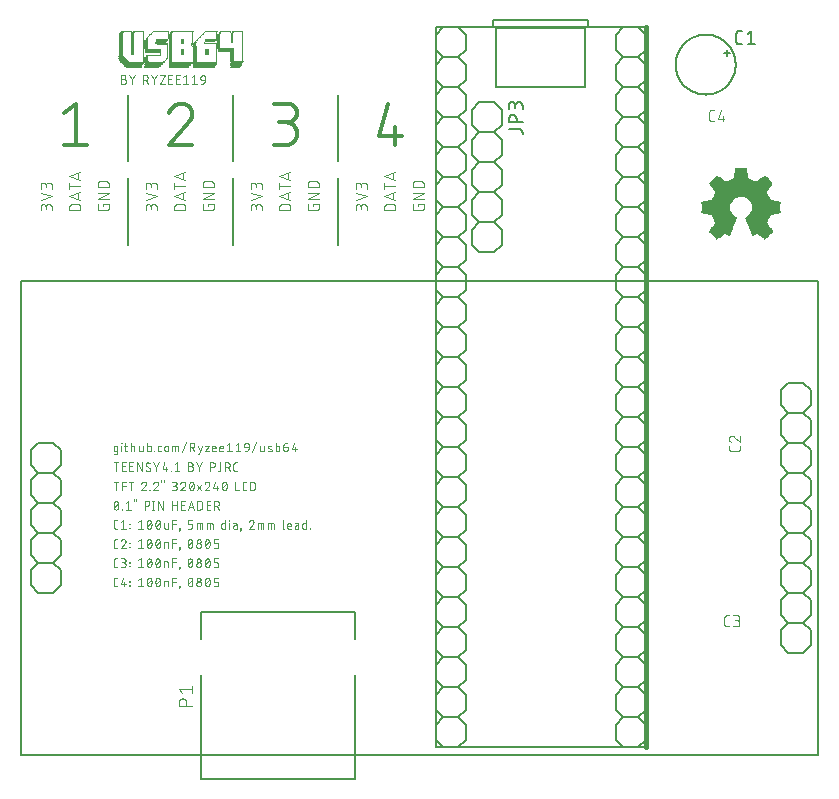
<source format=gbr>
G04 EAGLE Gerber RS-274X export*
G75*
%MOMM*%
%FSLAX34Y34*%
%LPD*%
%INSilkscreen Top*%
%IPPOS*%
%AMOC8*
5,1,8,0,0,1.08239X$1,22.5*%
G01*
%ADD10C,0.152400*%
%ADD11C,0.406400*%
%ADD12C,0.076200*%
%ADD13C,0.304800*%
%ADD14R,1.270000X0.025400*%
%ADD15R,1.219200X0.025400*%
%ADD16R,1.600200X0.025400*%
%ADD17R,1.752600X0.025400*%
%ADD18R,0.812800X0.025400*%
%ADD19R,1.320800X0.025400*%
%ADD20R,1.244600X0.025400*%
%ADD21R,1.625600X0.025400*%
%ADD22R,1.803400X0.025400*%
%ADD23R,0.863600X0.025400*%
%ADD24R,1.346200X0.025400*%
%ADD25R,1.651000X0.025400*%
%ADD26R,1.828800X0.025400*%
%ADD27R,1.397000X0.025400*%
%ADD28R,1.295400X0.025400*%
%ADD29R,1.676400X0.025400*%
%ADD30R,0.889000X0.025400*%
%ADD31R,1.422400X0.025400*%
%ADD32R,1.701800X0.025400*%
%ADD33R,1.854200X0.025400*%
%ADD34R,0.914400X0.025400*%
%ADD35R,1.473200X0.025400*%
%ADD36R,1.727200X0.025400*%
%ADD37R,1.498600X0.025400*%
%ADD38R,1.371600X0.025400*%
%ADD39R,1.879600X0.025400*%
%ADD40R,0.939800X0.025400*%
%ADD41R,1.549400X0.025400*%
%ADD42R,1.778000X0.025400*%
%ADD43R,1.574800X0.025400*%
%ADD44R,1.905000X0.025400*%
%ADD45R,0.965200X0.025400*%
%ADD46R,1.447800X0.025400*%
%ADD47R,1.930400X0.025400*%
%ADD48R,0.990600X0.025400*%
%ADD49R,1.524000X0.025400*%
%ADD50R,1.955800X0.025400*%
%ADD51R,1.016000X0.025400*%
%ADD52R,1.981200X0.025400*%
%ADD53R,1.041400X0.025400*%
%ADD54R,2.006600X0.025400*%
%ADD55R,1.066800X0.025400*%
%ADD56R,2.032000X0.025400*%
%ADD57R,0.279400X0.025400*%
%ADD58R,2.057400X0.025400*%
%ADD59R,1.092200X0.025400*%
%ADD60R,0.762000X0.025400*%
%ADD61R,0.050800X0.025400*%
%ADD62R,0.304800X0.025400*%
%ADD63R,0.076200X0.025400*%
%ADD64R,0.254000X0.025400*%
%ADD65R,0.330200X0.025400*%
%ADD66R,0.736600X0.025400*%
%ADD67R,1.117600X0.025400*%
%ADD68R,0.711200X0.025400*%
%ADD69R,0.685800X0.025400*%
%ADD70R,0.660400X0.025400*%
%ADD71R,0.635000X0.025400*%
%ADD72R,0.609600X0.025400*%
%ADD73R,0.584200X0.025400*%
%ADD74R,0.558800X0.025400*%
%ADD75R,0.533400X0.025400*%
%ADD76R,0.508000X0.025400*%
%ADD77R,0.482600X0.025400*%
%ADD78R,0.457200X0.025400*%
%ADD79R,0.228600X0.025400*%
%ADD80R,0.431800X0.025400*%
%ADD81R,0.203200X0.025400*%
%ADD82R,0.406400X0.025400*%
%ADD83R,0.177800X0.025400*%
%ADD84R,0.381000X0.025400*%
%ADD85R,0.152400X0.025400*%
%ADD86R,0.127000X0.025400*%
%ADD87R,1.168400X0.025400*%
%ADD88R,0.025400X0.025400*%
%ADD89R,0.101600X0.025400*%
%ADD90R,0.838200X0.025400*%
%ADD91R,1.193800X0.025400*%
%ADD92R,0.787400X0.025400*%
%ADD93R,0.035556X0.017781*%
%ADD94R,0.017781X0.017781*%
%ADD95R,0.088900X0.017775*%
%ADD96R,0.142238X0.017781*%
%ADD97R,0.177800X0.017775*%
%ADD98R,0.231138X0.017781*%
%ADD99R,0.266700X0.017781*%
%ADD100R,0.320038X0.017775*%
%ADD101R,0.302256X0.017775*%
%ADD102R,0.355600X0.017781*%
%ADD103R,0.391163X0.017775*%
%ADD104R,0.391156X0.017775*%
%ADD105R,0.444500X0.017781*%
%ADD106R,0.480056X0.017781*%
%ADD107R,0.533400X0.017775*%
%ADD108R,0.568956X0.017781*%
%ADD109R,0.568963X0.017781*%
%ADD110R,0.622300X0.017775*%
%ADD111R,0.657856X0.017781*%
%ADD112R,0.711200X0.017781*%
%ADD113R,0.746756X0.017775*%
%ADD114R,0.800100X0.017781*%
%ADD115R,0.835663X0.017775*%
%ADD116R,0.835656X0.017775*%
%ADD117R,0.889000X0.017781*%
%ADD118R,0.124456X0.017781*%
%ADD119R,0.871219X0.017781*%
%ADD120R,0.924556X0.017781*%
%ADD121R,0.177800X0.017781*%
%ADD122R,0.977900X0.017775*%
%ADD123R,0.213356X0.017775*%
%ADD124R,0.960119X0.017775*%
%ADD125R,1.013456X0.017781*%
%ADD126R,1.013463X0.017781*%
%ADD127R,1.066800X0.017775*%
%ADD128R,0.302262X0.017775*%
%ADD129R,1.049019X0.017775*%
%ADD130R,1.102356X0.017781*%
%ADD131R,0.337819X0.017781*%
%ADD132R,1.137919X0.017781*%
%ADD133R,0.373375X0.017781*%
%ADD134R,0.373381X0.017781*%
%ADD135R,1.617975X0.017775*%
%ADD136R,1.617981X0.017775*%
%ADD137R,1.653538X0.017781*%
%ADD138R,1.671319X0.017775*%
%ADD139R,1.706875X0.017781*%
%ADD140R,1.706881X0.017781*%
%ADD141R,1.724656X0.017781*%
%ADD142R,1.742438X0.017775*%
%ADD143R,1.778000X0.017781*%
%ADD144R,1.795781X0.017775*%
%ADD145R,1.795775X0.017775*%
%ADD146R,1.831338X0.017781*%
%ADD147R,1.849119X0.017775*%
%ADD148R,1.831338X0.017775*%
%ADD149R,1.849119X0.017781*%
%ADD150R,1.813556X0.017775*%
%ADD151R,1.813556X0.017781*%
%ADD152R,1.813563X0.017775*%
%ADD153R,1.795781X0.017781*%
%ADD154R,1.795775X0.017781*%
%ADD155R,1.778000X0.017775*%
%ADD156R,1.760219X0.017775*%
%ADD157R,1.760219X0.017781*%
%ADD158R,1.742438X0.017781*%
%ADD159R,1.724662X0.017781*%
%ADD160R,1.724656X0.017775*%
%ADD161R,1.706875X0.017775*%
%ADD162R,1.706881X0.017775*%
%ADD163R,1.689100X0.017781*%
%ADD164R,1.689100X0.017775*%
%ADD165R,1.671319X0.017781*%
%ADD166R,1.866900X0.017781*%
%ADD167R,1.866900X0.017775*%
%ADD168R,1.884681X0.017775*%
%ADD169R,1.902456X0.017781*%
%ADD170R,1.902456X0.017775*%
%ADD171R,1.938019X0.017781*%
%ADD172R,1.920238X0.017781*%
%ADD173R,1.938019X0.017775*%
%ADD174R,1.955800X0.017775*%
%ADD175R,1.973575X0.017781*%
%ADD176R,1.973581X0.017781*%
%ADD177R,1.973575X0.017775*%
%ADD178R,1.973581X0.017775*%
%ADD179R,1.991356X0.017781*%
%ADD180R,1.991363X0.017781*%
%ADD181R,1.991356X0.017775*%
%ADD182R,1.884675X0.017775*%
%ADD183R,1.884681X0.017781*%
%ADD184R,1.884675X0.017781*%
%ADD185R,1.813563X0.017781*%
%ADD186R,1.991363X0.017775*%
%ADD187R,2.080262X0.017781*%
%ADD188R,2.062475X0.017781*%
%ADD189R,2.151381X0.017781*%
%ADD190R,2.151375X0.017781*%
%ADD191R,2.240275X0.017775*%
%ADD192R,2.240281X0.017775*%
%ADD193R,2.346956X0.017781*%
%ADD194R,2.329175X0.017781*%
%ADD195R,2.418081X0.017775*%
%ADD196R,2.418075X0.017775*%
%ADD197R,2.489200X0.017781*%
%ADD198R,2.506975X0.017781*%
%ADD199R,2.524763X0.017781*%
%ADD200R,2.506981X0.017775*%
%ADD201R,2.506981X0.017781*%
%ADD202R,2.489200X0.017775*%
%ADD203R,2.471419X0.017781*%
%ADD204R,2.471419X0.017775*%
%ADD205R,2.453638X0.017775*%
%ADD206R,2.453638X0.017781*%
%ADD207R,2.435856X0.017775*%
%ADD208R,2.435863X0.017775*%
%ADD209R,2.435856X0.017781*%
%ADD210R,2.435863X0.017781*%
%ADD211R,2.418081X0.017781*%
%ADD212R,2.400300X0.017775*%
%ADD213R,2.400300X0.017781*%
%ADD214R,2.524756X0.017781*%
%ADD215R,2.506975X0.017775*%
%ADD216R,2.382519X0.017775*%
%ADD217R,2.364737X0.017775*%
%ADD218R,2.293619X0.017781*%
%ADD219R,2.204719X0.017781*%
%ADD220R,2.133600X0.017775*%
%ADD221R,2.026919X0.017781*%
%ADD222R,2.044700X0.017781*%
%ADD223R,1.902463X0.017781*%
%ADD224R,1.920238X0.017775*%
%ADD225R,1.955800X0.017781*%
%ADD226R,2.009138X0.017781*%
%ADD227R,2.062481X0.017781*%
%ADD228R,2.115819X0.017775*%
%ADD229R,4.640575X0.017775*%
%ADD230R,4.622800X0.017781*%
%ADD231R,4.587238X0.017775*%
%ADD232R,4.587238X0.017781*%
%ADD233R,4.569456X0.017775*%
%ADD234R,4.551681X0.017781*%
%ADD235R,4.533900X0.017781*%
%ADD236R,4.516119X0.017775*%
%ADD237R,4.498337X0.017781*%
%ADD238R,4.480556X0.017775*%
%ADD239R,4.480556X0.017781*%
%ADD240R,4.445000X0.017781*%
%ADD241R,4.445000X0.017775*%
%ADD242R,4.427219X0.017781*%
%ADD243R,4.409438X0.017775*%
%ADD244R,4.409438X0.017781*%
%ADD245R,4.373881X0.017781*%
%ADD246R,4.373881X0.017775*%
%ADD247R,4.516119X0.017781*%
%ADD248R,4.551681X0.017775*%
%ADD249R,4.605019X0.017775*%
%ADD250R,4.658356X0.017781*%
%ADD251R,4.676138X0.017775*%
%ADD252R,4.693919X0.017781*%
%ADD253R,4.729481X0.017775*%
%ADD254R,4.747256X0.017781*%
%ADD255R,4.765038X0.017781*%
%ADD256R,4.800600X0.017775*%
%ADD257R,4.818375X0.017781*%
%ADD258R,4.836156X0.017775*%
%ADD259R,4.871719X0.017781*%
%ADD260R,4.907281X0.017781*%
%ADD261R,4.925056X0.017775*%
%ADD262R,4.942838X0.017781*%
%ADD263R,4.978400X0.017775*%
%ADD264R,4.996175X0.017781*%
%ADD265R,5.013956X0.017781*%
%ADD266R,5.049519X0.017775*%
%ADD267R,5.049519X0.017781*%
%ADD268R,5.085081X0.017775*%
%ADD269R,5.120637X0.017781*%
%ADD270R,5.138419X0.017781*%
%ADD271R,5.156200X0.017775*%
%ADD272R,5.191756X0.017781*%
%ADD273R,5.209538X0.017775*%
%ADD274R,5.227319X0.017781*%
%ADD275R,5.262881X0.017781*%
%ADD276R,5.298438X0.017775*%
%ADD277R,5.298438X0.017781*%
%ADD278R,5.334000X0.017775*%
%ADD279R,5.334000X0.017781*%
%ADD280R,5.262881X0.017775*%
%ADD281R,1.244600X0.017775*%
%ADD282R,1.191256X0.017781*%
%ADD283R,2.364737X0.017781*%
%ADD284R,1.155700X0.017781*%
%ADD285R,2.275838X0.017781*%
%ADD286R,1.120138X0.017775*%
%ADD287R,2.204719X0.017775*%
%ADD288R,1.102356X0.017775*%
%ADD289R,1.066800X0.017781*%
%ADD290R,2.098038X0.017781*%
%ADD291R,1.031238X0.017775*%
%ADD292R,2.026919X0.017775*%
%ADD293R,0.977900X0.017781*%
%ADD294R,0.942338X0.017781*%
%ADD295R,0.889000X0.017775*%
%ADD296R,0.853438X0.017781*%
%ADD297R,0.800100X0.017775*%
%ADD298R,1.582419X0.017775*%
%ADD299R,0.764538X0.017781*%
%ADD300R,1.493519X0.017781*%
%ADD301R,1.404619X0.017781*%
%ADD302R,0.675638X0.017775*%
%ADD303R,1.315719X0.017775*%
%ADD304R,0.640081X0.017781*%
%ADD305R,1.280156X0.017781*%
%ADD306R,0.622300X0.017781*%
%ADD307R,0.586738X0.017775*%
%ADD308R,1.262375X0.017775*%
%ADD309R,0.551175X0.017781*%
%ADD310R,1.244600X0.017781*%
%ADD311R,0.533400X0.017781*%
%ADD312R,0.497838X0.017781*%
%ADD313R,0.462275X0.017775*%
%ADD314R,0.462281X0.017775*%
%ADD315R,0.408938X0.017781*%
%ADD316R,1.226819X0.017781*%
%ADD317R,0.373381X0.017775*%
%ADD318R,1.209037X0.017775*%
%ADD319R,0.320038X0.017781*%
%ADD320R,1.209037X0.017781*%
%ADD321R,0.284481X0.017781*%
%ADD322R,0.284475X0.017781*%
%ADD323R,0.231138X0.017775*%
%ADD324R,0.195581X0.017781*%
%ADD325R,0.195575X0.017781*%
%ADD326R,0.160019X0.017775*%
%ADD327R,1.173481X0.017775*%
%ADD328R,0.142238X0.017775*%
%ADD329R,0.106675X0.017781*%
%ADD330R,1.173481X0.017781*%
%ADD331R,0.106681X0.017781*%
%ADD332R,0.071119X0.017781*%
%ADD333R,0.053338X0.017781*%
%ADD334R,1.155700X0.017775*%
%ADD335R,1.137919X0.017775*%
%ADD336R,1.084575X0.017775*%
%ADD337R,1.084575X0.017781*%
%ADD338R,1.049019X0.017781*%
%ADD339R,1.031238X0.017781*%
%ADD340R,0.995681X0.017781*%
%ADD341R,0.995681X0.017775*%
%ADD342R,0.960119X0.017781*%
%ADD343R,0.924556X0.017775*%
%ADD344C,0.127000*%
%ADD345C,0.200000*%
%ADD346C,0.101600*%


D10*
X355600Y6350D02*
X533400Y6350D01*
D11*
X533400Y615950D01*
D10*
X484800Y615950D01*
X404200Y615950D01*
X355600Y615950D01*
X355600Y6350D01*
X407000Y565150D02*
X482000Y565150D01*
X482000Y615150D01*
X407000Y615150D01*
X407000Y565150D01*
X404200Y615950D02*
X484800Y615950D01*
X484800Y622300D01*
X404200Y622300D01*
X404200Y615950D01*
X679450Y401000D02*
X679450Y0D01*
X679450Y401000D02*
X4450Y401000D01*
X4450Y0D01*
X679450Y0D01*
D12*
X30632Y460756D02*
X30632Y463367D01*
X30633Y463367D02*
X30631Y463468D01*
X30625Y463569D01*
X30615Y463670D01*
X30602Y463770D01*
X30584Y463870D01*
X30563Y463969D01*
X30537Y464067D01*
X30508Y464164D01*
X30476Y464260D01*
X30439Y464354D01*
X30399Y464447D01*
X30355Y464539D01*
X30308Y464628D01*
X30257Y464716D01*
X30203Y464802D01*
X30146Y464885D01*
X30086Y464967D01*
X30022Y465045D01*
X29956Y465122D01*
X29886Y465195D01*
X29814Y465266D01*
X29739Y465334D01*
X29661Y465399D01*
X29581Y465461D01*
X29499Y465520D01*
X29414Y465576D01*
X29328Y465628D01*
X29239Y465677D01*
X29148Y465723D01*
X29056Y465764D01*
X28962Y465803D01*
X28867Y465837D01*
X28771Y465868D01*
X28673Y465895D01*
X28575Y465919D01*
X28475Y465938D01*
X28375Y465954D01*
X28275Y465966D01*
X28174Y465974D01*
X28073Y465978D01*
X27971Y465978D01*
X27870Y465974D01*
X27769Y465966D01*
X27669Y465954D01*
X27569Y465938D01*
X27469Y465919D01*
X27371Y465895D01*
X27273Y465868D01*
X27177Y465837D01*
X27082Y465803D01*
X26988Y465764D01*
X26896Y465723D01*
X26805Y465677D01*
X26717Y465628D01*
X26630Y465576D01*
X26545Y465520D01*
X26463Y465461D01*
X26383Y465399D01*
X26305Y465334D01*
X26230Y465266D01*
X26158Y465195D01*
X26088Y465122D01*
X26022Y465045D01*
X25958Y464967D01*
X25898Y464885D01*
X25841Y464802D01*
X25787Y464716D01*
X25736Y464628D01*
X25689Y464539D01*
X25645Y464447D01*
X25605Y464354D01*
X25568Y464260D01*
X25536Y464164D01*
X25507Y464067D01*
X25481Y463969D01*
X25460Y463870D01*
X25442Y463770D01*
X25429Y463670D01*
X25419Y463569D01*
X25413Y463468D01*
X25411Y463367D01*
X21234Y463889D02*
X21234Y460756D01*
X21235Y463889D02*
X21237Y463979D01*
X21243Y464068D01*
X21252Y464158D01*
X21266Y464247D01*
X21283Y464335D01*
X21304Y464422D01*
X21329Y464509D01*
X21358Y464594D01*
X21390Y464678D01*
X21425Y464760D01*
X21465Y464841D01*
X21507Y464920D01*
X21553Y464997D01*
X21603Y465072D01*
X21655Y465145D01*
X21711Y465216D01*
X21769Y465284D01*
X21831Y465349D01*
X21895Y465412D01*
X21962Y465472D01*
X22031Y465529D01*
X22103Y465583D01*
X22177Y465634D01*
X22253Y465682D01*
X22331Y465726D01*
X22411Y465767D01*
X22493Y465805D01*
X22576Y465839D01*
X22661Y465869D01*
X22747Y465896D01*
X22833Y465919D01*
X22921Y465938D01*
X23010Y465953D01*
X23099Y465965D01*
X23188Y465973D01*
X23278Y465977D01*
X23368Y465977D01*
X23458Y465973D01*
X23547Y465965D01*
X23636Y465953D01*
X23725Y465938D01*
X23813Y465919D01*
X23899Y465896D01*
X23985Y465869D01*
X24070Y465839D01*
X24153Y465805D01*
X24235Y465767D01*
X24315Y465726D01*
X24393Y465682D01*
X24469Y465634D01*
X24543Y465583D01*
X24615Y465529D01*
X24684Y465472D01*
X24751Y465412D01*
X24815Y465349D01*
X24877Y465284D01*
X24935Y465216D01*
X24991Y465145D01*
X25043Y465072D01*
X25093Y464997D01*
X25139Y464920D01*
X25181Y464841D01*
X25221Y464760D01*
X25256Y464678D01*
X25288Y464594D01*
X25317Y464509D01*
X25342Y464422D01*
X25363Y464335D01*
X25380Y464247D01*
X25394Y464158D01*
X25403Y464068D01*
X25409Y463979D01*
X25411Y463889D01*
X25411Y461800D01*
X21234Y469378D02*
X30632Y472511D01*
X21234Y475643D01*
X30632Y479044D02*
X30632Y481654D01*
X30633Y481654D02*
X30631Y481755D01*
X30625Y481856D01*
X30615Y481957D01*
X30602Y482057D01*
X30584Y482157D01*
X30563Y482256D01*
X30537Y482354D01*
X30508Y482451D01*
X30476Y482547D01*
X30439Y482641D01*
X30399Y482734D01*
X30355Y482826D01*
X30308Y482915D01*
X30257Y483003D01*
X30203Y483089D01*
X30146Y483172D01*
X30086Y483254D01*
X30022Y483332D01*
X29956Y483409D01*
X29886Y483482D01*
X29814Y483553D01*
X29739Y483621D01*
X29661Y483686D01*
X29581Y483748D01*
X29499Y483807D01*
X29414Y483863D01*
X29328Y483915D01*
X29239Y483964D01*
X29148Y484010D01*
X29056Y484051D01*
X28962Y484090D01*
X28867Y484124D01*
X28771Y484155D01*
X28673Y484182D01*
X28575Y484206D01*
X28475Y484225D01*
X28375Y484241D01*
X28275Y484253D01*
X28174Y484261D01*
X28073Y484265D01*
X27971Y484265D01*
X27870Y484261D01*
X27769Y484253D01*
X27669Y484241D01*
X27569Y484225D01*
X27469Y484206D01*
X27371Y484182D01*
X27273Y484155D01*
X27177Y484124D01*
X27082Y484090D01*
X26988Y484051D01*
X26896Y484010D01*
X26805Y483964D01*
X26717Y483915D01*
X26630Y483863D01*
X26545Y483807D01*
X26463Y483748D01*
X26383Y483686D01*
X26305Y483621D01*
X26230Y483553D01*
X26158Y483482D01*
X26088Y483409D01*
X26022Y483332D01*
X25958Y483254D01*
X25898Y483172D01*
X25841Y483089D01*
X25787Y483003D01*
X25736Y482915D01*
X25689Y482826D01*
X25645Y482734D01*
X25605Y482641D01*
X25568Y482547D01*
X25536Y482451D01*
X25507Y482354D01*
X25481Y482256D01*
X25460Y482157D01*
X25442Y482057D01*
X25429Y481957D01*
X25419Y481856D01*
X25413Y481755D01*
X25411Y481654D01*
X21234Y482177D02*
X21234Y479044D01*
X21235Y482177D02*
X21237Y482267D01*
X21243Y482356D01*
X21252Y482446D01*
X21266Y482535D01*
X21283Y482623D01*
X21304Y482710D01*
X21329Y482797D01*
X21358Y482882D01*
X21390Y482966D01*
X21425Y483048D01*
X21465Y483129D01*
X21507Y483208D01*
X21553Y483285D01*
X21603Y483360D01*
X21655Y483433D01*
X21711Y483504D01*
X21769Y483572D01*
X21831Y483637D01*
X21895Y483700D01*
X21962Y483760D01*
X22031Y483817D01*
X22103Y483871D01*
X22177Y483922D01*
X22253Y483970D01*
X22331Y484014D01*
X22411Y484055D01*
X22493Y484093D01*
X22576Y484127D01*
X22661Y484157D01*
X22747Y484184D01*
X22833Y484207D01*
X22921Y484226D01*
X23010Y484241D01*
X23099Y484253D01*
X23188Y484261D01*
X23278Y484265D01*
X23368Y484265D01*
X23458Y484261D01*
X23547Y484253D01*
X23636Y484241D01*
X23725Y484226D01*
X23813Y484207D01*
X23899Y484184D01*
X23985Y484157D01*
X24070Y484127D01*
X24153Y484093D01*
X24235Y484055D01*
X24315Y484014D01*
X24393Y483970D01*
X24469Y483922D01*
X24543Y483871D01*
X24615Y483817D01*
X24684Y483760D01*
X24751Y483700D01*
X24815Y483637D01*
X24877Y483572D01*
X24935Y483504D01*
X24991Y483433D01*
X25043Y483360D01*
X25093Y483285D01*
X25139Y483208D01*
X25181Y483129D01*
X25221Y483048D01*
X25256Y482966D01*
X25288Y482882D01*
X25317Y482797D01*
X25342Y482710D01*
X25363Y482623D01*
X25380Y482535D01*
X25394Y482446D01*
X25403Y482356D01*
X25409Y482267D01*
X25411Y482177D01*
X25411Y480088D01*
X45415Y460756D02*
X54813Y460756D01*
X45415Y460756D02*
X45415Y463367D01*
X45417Y463467D01*
X45423Y463567D01*
X45432Y463666D01*
X45446Y463766D01*
X45463Y463864D01*
X45484Y463962D01*
X45508Y464059D01*
X45537Y464155D01*
X45569Y464250D01*
X45604Y464343D01*
X45643Y464435D01*
X45686Y464526D01*
X45732Y464614D01*
X45782Y464701D01*
X45834Y464786D01*
X45890Y464869D01*
X45949Y464950D01*
X46012Y465028D01*
X46077Y465104D01*
X46145Y465178D01*
X46215Y465248D01*
X46289Y465316D01*
X46365Y465381D01*
X46443Y465444D01*
X46524Y465503D01*
X46607Y465559D01*
X46692Y465611D01*
X46779Y465661D01*
X46867Y465707D01*
X46958Y465750D01*
X47050Y465789D01*
X47143Y465824D01*
X47238Y465856D01*
X47334Y465885D01*
X47431Y465909D01*
X47529Y465930D01*
X47627Y465947D01*
X47727Y465961D01*
X47826Y465970D01*
X47926Y465976D01*
X48026Y465978D01*
X48026Y465977D02*
X52203Y465977D01*
X52203Y465978D02*
X52303Y465976D01*
X52403Y465970D01*
X52502Y465961D01*
X52602Y465947D01*
X52700Y465930D01*
X52798Y465909D01*
X52895Y465885D01*
X52991Y465856D01*
X53086Y465824D01*
X53179Y465789D01*
X53271Y465750D01*
X53362Y465707D01*
X53450Y465661D01*
X53537Y465611D01*
X53622Y465559D01*
X53705Y465503D01*
X53786Y465444D01*
X53864Y465381D01*
X53940Y465316D01*
X54014Y465248D01*
X54084Y465178D01*
X54152Y465104D01*
X54217Y465028D01*
X54280Y464950D01*
X54339Y464869D01*
X54395Y464786D01*
X54447Y464701D01*
X54497Y464614D01*
X54543Y464526D01*
X54586Y464435D01*
X54625Y464343D01*
X54660Y464250D01*
X54692Y464155D01*
X54721Y464059D01*
X54745Y463962D01*
X54766Y463864D01*
X54783Y463766D01*
X54797Y463666D01*
X54806Y463567D01*
X54812Y463467D01*
X54814Y463367D01*
X54813Y463367D02*
X54813Y460756D01*
X54813Y469683D02*
X45415Y472815D01*
X54813Y475948D01*
X52464Y475165D02*
X52464Y470466D01*
X54813Y481350D02*
X45415Y481350D01*
X45415Y483960D02*
X45415Y478739D01*
X45415Y489884D02*
X54813Y486751D01*
X54813Y493017D02*
X45415Y489884D01*
X52464Y492234D02*
X52464Y487535D01*
X73773Y465977D02*
X73773Y464411D01*
X73773Y465977D02*
X78994Y465977D01*
X78994Y462844D01*
X78992Y462755D01*
X78986Y462667D01*
X78977Y462579D01*
X78964Y462491D01*
X78947Y462404D01*
X78927Y462318D01*
X78902Y462233D01*
X78875Y462148D01*
X78843Y462065D01*
X78809Y461984D01*
X78770Y461904D01*
X78729Y461826D01*
X78684Y461749D01*
X78636Y461675D01*
X78585Y461602D01*
X78531Y461532D01*
X78473Y461465D01*
X78413Y461399D01*
X78351Y461337D01*
X78285Y461277D01*
X78218Y461219D01*
X78148Y461165D01*
X78075Y461114D01*
X78001Y461066D01*
X77924Y461021D01*
X77846Y460980D01*
X77766Y460941D01*
X77685Y460907D01*
X77602Y460875D01*
X77517Y460848D01*
X77432Y460823D01*
X77346Y460803D01*
X77259Y460786D01*
X77171Y460773D01*
X77083Y460764D01*
X76995Y460758D01*
X76906Y460756D01*
X71684Y460756D01*
X71593Y460758D01*
X71502Y460764D01*
X71411Y460774D01*
X71321Y460788D01*
X71232Y460806D01*
X71143Y460827D01*
X71056Y460853D01*
X70970Y460882D01*
X70885Y460915D01*
X70801Y460952D01*
X70719Y460992D01*
X70640Y461036D01*
X70562Y461083D01*
X70486Y461134D01*
X70412Y461188D01*
X70341Y461245D01*
X70273Y461305D01*
X70207Y461368D01*
X70144Y461434D01*
X70084Y461502D01*
X70027Y461573D01*
X69973Y461647D01*
X69922Y461723D01*
X69875Y461800D01*
X69831Y461880D01*
X69791Y461962D01*
X69754Y462046D01*
X69721Y462130D01*
X69692Y462217D01*
X69666Y462304D01*
X69645Y462393D01*
X69627Y462482D01*
X69613Y462572D01*
X69603Y462663D01*
X69597Y462754D01*
X69595Y462845D01*
X69596Y462844D02*
X69596Y465977D01*
X69596Y470510D02*
X78994Y470510D01*
X78994Y475731D02*
X69596Y470510D01*
X69596Y475731D02*
X78994Y475731D01*
X78994Y480263D02*
X69596Y480263D01*
X69596Y482874D01*
X69598Y482974D01*
X69604Y483074D01*
X69613Y483173D01*
X69627Y483273D01*
X69644Y483371D01*
X69665Y483469D01*
X69689Y483566D01*
X69718Y483662D01*
X69750Y483757D01*
X69785Y483850D01*
X69824Y483942D01*
X69867Y484033D01*
X69913Y484121D01*
X69963Y484208D01*
X70015Y484293D01*
X70071Y484376D01*
X70130Y484457D01*
X70193Y484535D01*
X70258Y484611D01*
X70326Y484685D01*
X70396Y484755D01*
X70470Y484823D01*
X70546Y484888D01*
X70624Y484951D01*
X70705Y485010D01*
X70788Y485066D01*
X70873Y485118D01*
X70960Y485168D01*
X71048Y485214D01*
X71139Y485257D01*
X71231Y485296D01*
X71324Y485331D01*
X71419Y485363D01*
X71515Y485392D01*
X71612Y485416D01*
X71710Y485437D01*
X71808Y485454D01*
X71908Y485468D01*
X72007Y485477D01*
X72107Y485483D01*
X72207Y485485D01*
X72207Y485484D02*
X76383Y485484D01*
X76383Y485485D02*
X76483Y485483D01*
X76583Y485477D01*
X76682Y485468D01*
X76782Y485454D01*
X76880Y485437D01*
X76978Y485416D01*
X77075Y485392D01*
X77171Y485363D01*
X77266Y485331D01*
X77359Y485296D01*
X77451Y485257D01*
X77542Y485214D01*
X77630Y485168D01*
X77717Y485118D01*
X77802Y485066D01*
X77885Y485010D01*
X77966Y484951D01*
X78044Y484888D01*
X78120Y484823D01*
X78194Y484755D01*
X78264Y484685D01*
X78332Y484611D01*
X78397Y484535D01*
X78460Y484457D01*
X78519Y484376D01*
X78575Y484293D01*
X78627Y484208D01*
X78677Y484121D01*
X78723Y484033D01*
X78766Y483942D01*
X78805Y483850D01*
X78840Y483757D01*
X78872Y483662D01*
X78901Y483566D01*
X78925Y483469D01*
X78946Y483371D01*
X78963Y483273D01*
X78977Y483173D01*
X78986Y483074D01*
X78992Y482974D01*
X78994Y482874D01*
X78994Y480263D01*
X119532Y463367D02*
X119532Y460756D01*
X119533Y463367D02*
X119531Y463468D01*
X119525Y463569D01*
X119515Y463670D01*
X119502Y463770D01*
X119484Y463870D01*
X119463Y463969D01*
X119437Y464067D01*
X119408Y464164D01*
X119376Y464260D01*
X119339Y464354D01*
X119299Y464447D01*
X119255Y464539D01*
X119208Y464628D01*
X119157Y464716D01*
X119103Y464802D01*
X119046Y464885D01*
X118986Y464967D01*
X118922Y465045D01*
X118856Y465122D01*
X118786Y465195D01*
X118714Y465266D01*
X118639Y465334D01*
X118561Y465399D01*
X118481Y465461D01*
X118399Y465520D01*
X118314Y465576D01*
X118228Y465628D01*
X118139Y465677D01*
X118048Y465723D01*
X117956Y465764D01*
X117862Y465803D01*
X117767Y465837D01*
X117671Y465868D01*
X117573Y465895D01*
X117475Y465919D01*
X117375Y465938D01*
X117275Y465954D01*
X117175Y465966D01*
X117074Y465974D01*
X116973Y465978D01*
X116871Y465978D01*
X116770Y465974D01*
X116669Y465966D01*
X116569Y465954D01*
X116469Y465938D01*
X116369Y465919D01*
X116271Y465895D01*
X116173Y465868D01*
X116077Y465837D01*
X115982Y465803D01*
X115888Y465764D01*
X115796Y465723D01*
X115705Y465677D01*
X115617Y465628D01*
X115530Y465576D01*
X115445Y465520D01*
X115363Y465461D01*
X115283Y465399D01*
X115205Y465334D01*
X115130Y465266D01*
X115058Y465195D01*
X114988Y465122D01*
X114922Y465045D01*
X114858Y464967D01*
X114798Y464885D01*
X114741Y464802D01*
X114687Y464716D01*
X114636Y464628D01*
X114589Y464539D01*
X114545Y464447D01*
X114505Y464354D01*
X114468Y464260D01*
X114436Y464164D01*
X114407Y464067D01*
X114381Y463969D01*
X114360Y463870D01*
X114342Y463770D01*
X114329Y463670D01*
X114319Y463569D01*
X114313Y463468D01*
X114311Y463367D01*
X110134Y463889D02*
X110134Y460756D01*
X110135Y463889D02*
X110137Y463979D01*
X110143Y464068D01*
X110152Y464158D01*
X110166Y464247D01*
X110183Y464335D01*
X110204Y464422D01*
X110229Y464509D01*
X110258Y464594D01*
X110290Y464678D01*
X110325Y464760D01*
X110365Y464841D01*
X110407Y464920D01*
X110453Y464997D01*
X110503Y465072D01*
X110555Y465145D01*
X110611Y465216D01*
X110669Y465284D01*
X110731Y465349D01*
X110795Y465412D01*
X110862Y465472D01*
X110931Y465529D01*
X111003Y465583D01*
X111077Y465634D01*
X111153Y465682D01*
X111231Y465726D01*
X111311Y465767D01*
X111393Y465805D01*
X111476Y465839D01*
X111561Y465869D01*
X111647Y465896D01*
X111733Y465919D01*
X111821Y465938D01*
X111910Y465953D01*
X111999Y465965D01*
X112088Y465973D01*
X112178Y465977D01*
X112268Y465977D01*
X112358Y465973D01*
X112447Y465965D01*
X112536Y465953D01*
X112625Y465938D01*
X112713Y465919D01*
X112799Y465896D01*
X112885Y465869D01*
X112970Y465839D01*
X113053Y465805D01*
X113135Y465767D01*
X113215Y465726D01*
X113293Y465682D01*
X113369Y465634D01*
X113443Y465583D01*
X113515Y465529D01*
X113584Y465472D01*
X113651Y465412D01*
X113715Y465349D01*
X113777Y465284D01*
X113835Y465216D01*
X113891Y465145D01*
X113943Y465072D01*
X113993Y464997D01*
X114039Y464920D01*
X114081Y464841D01*
X114121Y464760D01*
X114156Y464678D01*
X114188Y464594D01*
X114217Y464509D01*
X114242Y464422D01*
X114263Y464335D01*
X114280Y464247D01*
X114294Y464158D01*
X114303Y464068D01*
X114309Y463979D01*
X114311Y463889D01*
X114311Y461800D01*
X110134Y469378D02*
X119532Y472511D01*
X110134Y475643D01*
X119532Y479044D02*
X119532Y481654D01*
X119533Y481654D02*
X119531Y481755D01*
X119525Y481856D01*
X119515Y481957D01*
X119502Y482057D01*
X119484Y482157D01*
X119463Y482256D01*
X119437Y482354D01*
X119408Y482451D01*
X119376Y482547D01*
X119339Y482641D01*
X119299Y482734D01*
X119255Y482826D01*
X119208Y482915D01*
X119157Y483003D01*
X119103Y483089D01*
X119046Y483172D01*
X118986Y483254D01*
X118922Y483332D01*
X118856Y483409D01*
X118786Y483482D01*
X118714Y483553D01*
X118639Y483621D01*
X118561Y483686D01*
X118481Y483748D01*
X118399Y483807D01*
X118314Y483863D01*
X118228Y483915D01*
X118139Y483964D01*
X118048Y484010D01*
X117956Y484051D01*
X117862Y484090D01*
X117767Y484124D01*
X117671Y484155D01*
X117573Y484182D01*
X117475Y484206D01*
X117375Y484225D01*
X117275Y484241D01*
X117175Y484253D01*
X117074Y484261D01*
X116973Y484265D01*
X116871Y484265D01*
X116770Y484261D01*
X116669Y484253D01*
X116569Y484241D01*
X116469Y484225D01*
X116369Y484206D01*
X116271Y484182D01*
X116173Y484155D01*
X116077Y484124D01*
X115982Y484090D01*
X115888Y484051D01*
X115796Y484010D01*
X115705Y483964D01*
X115617Y483915D01*
X115530Y483863D01*
X115445Y483807D01*
X115363Y483748D01*
X115283Y483686D01*
X115205Y483621D01*
X115130Y483553D01*
X115058Y483482D01*
X114988Y483409D01*
X114922Y483332D01*
X114858Y483254D01*
X114798Y483172D01*
X114741Y483089D01*
X114687Y483003D01*
X114636Y482915D01*
X114589Y482826D01*
X114545Y482734D01*
X114505Y482641D01*
X114468Y482547D01*
X114436Y482451D01*
X114407Y482354D01*
X114381Y482256D01*
X114360Y482157D01*
X114342Y482057D01*
X114329Y481957D01*
X114319Y481856D01*
X114313Y481755D01*
X114311Y481654D01*
X110134Y482177D02*
X110134Y479044D01*
X110135Y482177D02*
X110137Y482267D01*
X110143Y482356D01*
X110152Y482446D01*
X110166Y482535D01*
X110183Y482623D01*
X110204Y482710D01*
X110229Y482797D01*
X110258Y482882D01*
X110290Y482966D01*
X110325Y483048D01*
X110365Y483129D01*
X110407Y483208D01*
X110453Y483285D01*
X110503Y483360D01*
X110555Y483433D01*
X110611Y483504D01*
X110669Y483572D01*
X110731Y483637D01*
X110795Y483700D01*
X110862Y483760D01*
X110931Y483817D01*
X111003Y483871D01*
X111077Y483922D01*
X111153Y483970D01*
X111231Y484014D01*
X111311Y484055D01*
X111393Y484093D01*
X111476Y484127D01*
X111561Y484157D01*
X111647Y484184D01*
X111733Y484207D01*
X111821Y484226D01*
X111910Y484241D01*
X111999Y484253D01*
X112088Y484261D01*
X112178Y484265D01*
X112268Y484265D01*
X112358Y484261D01*
X112447Y484253D01*
X112536Y484241D01*
X112625Y484226D01*
X112713Y484207D01*
X112799Y484184D01*
X112885Y484157D01*
X112970Y484127D01*
X113053Y484093D01*
X113135Y484055D01*
X113215Y484014D01*
X113293Y483970D01*
X113369Y483922D01*
X113443Y483871D01*
X113515Y483817D01*
X113584Y483760D01*
X113651Y483700D01*
X113715Y483637D01*
X113777Y483572D01*
X113835Y483504D01*
X113891Y483433D01*
X113943Y483360D01*
X113993Y483285D01*
X114039Y483208D01*
X114081Y483129D01*
X114121Y483048D01*
X114156Y482966D01*
X114188Y482882D01*
X114217Y482797D01*
X114242Y482710D01*
X114263Y482623D01*
X114280Y482535D01*
X114294Y482446D01*
X114303Y482356D01*
X114309Y482267D01*
X114311Y482177D01*
X114311Y480088D01*
X134315Y460756D02*
X143713Y460756D01*
X134315Y460756D02*
X134315Y463367D01*
X134317Y463467D01*
X134323Y463567D01*
X134332Y463666D01*
X134346Y463766D01*
X134363Y463864D01*
X134384Y463962D01*
X134408Y464059D01*
X134437Y464155D01*
X134469Y464250D01*
X134504Y464343D01*
X134543Y464435D01*
X134586Y464526D01*
X134632Y464614D01*
X134682Y464701D01*
X134734Y464786D01*
X134790Y464869D01*
X134849Y464950D01*
X134912Y465028D01*
X134977Y465104D01*
X135045Y465178D01*
X135115Y465248D01*
X135189Y465316D01*
X135265Y465381D01*
X135343Y465444D01*
X135424Y465503D01*
X135507Y465559D01*
X135592Y465611D01*
X135679Y465661D01*
X135767Y465707D01*
X135858Y465750D01*
X135950Y465789D01*
X136043Y465824D01*
X136138Y465856D01*
X136234Y465885D01*
X136331Y465909D01*
X136429Y465930D01*
X136527Y465947D01*
X136627Y465961D01*
X136726Y465970D01*
X136826Y465976D01*
X136926Y465978D01*
X136926Y465977D02*
X141103Y465977D01*
X141103Y465978D02*
X141203Y465976D01*
X141303Y465970D01*
X141402Y465961D01*
X141502Y465947D01*
X141600Y465930D01*
X141698Y465909D01*
X141795Y465885D01*
X141891Y465856D01*
X141986Y465824D01*
X142079Y465789D01*
X142171Y465750D01*
X142262Y465707D01*
X142350Y465661D01*
X142437Y465611D01*
X142522Y465559D01*
X142605Y465503D01*
X142686Y465444D01*
X142764Y465381D01*
X142840Y465316D01*
X142914Y465248D01*
X142984Y465178D01*
X143052Y465104D01*
X143117Y465028D01*
X143180Y464950D01*
X143239Y464869D01*
X143295Y464786D01*
X143347Y464701D01*
X143397Y464614D01*
X143443Y464526D01*
X143486Y464435D01*
X143525Y464343D01*
X143560Y464250D01*
X143592Y464155D01*
X143621Y464059D01*
X143645Y463962D01*
X143666Y463864D01*
X143683Y463766D01*
X143697Y463666D01*
X143706Y463567D01*
X143712Y463467D01*
X143714Y463367D01*
X143713Y463367D02*
X143713Y460756D01*
X143713Y469683D02*
X134315Y472815D01*
X143713Y475948D01*
X141364Y475165D02*
X141364Y470466D01*
X143713Y481350D02*
X134315Y481350D01*
X134315Y483960D02*
X134315Y478739D01*
X134315Y489884D02*
X143713Y486751D01*
X143713Y493017D02*
X134315Y489884D01*
X141364Y492234D02*
X141364Y487535D01*
X162673Y465977D02*
X162673Y464411D01*
X162673Y465977D02*
X167894Y465977D01*
X167894Y462844D01*
X167892Y462755D01*
X167886Y462667D01*
X167877Y462579D01*
X167864Y462491D01*
X167847Y462404D01*
X167827Y462318D01*
X167802Y462233D01*
X167775Y462148D01*
X167743Y462065D01*
X167709Y461984D01*
X167670Y461904D01*
X167629Y461826D01*
X167584Y461749D01*
X167536Y461675D01*
X167485Y461602D01*
X167431Y461532D01*
X167373Y461465D01*
X167313Y461399D01*
X167251Y461337D01*
X167185Y461277D01*
X167118Y461219D01*
X167048Y461165D01*
X166975Y461114D01*
X166901Y461066D01*
X166824Y461021D01*
X166746Y460980D01*
X166666Y460941D01*
X166585Y460907D01*
X166502Y460875D01*
X166417Y460848D01*
X166332Y460823D01*
X166246Y460803D01*
X166159Y460786D01*
X166071Y460773D01*
X165983Y460764D01*
X165895Y460758D01*
X165806Y460756D01*
X160584Y460756D01*
X160493Y460758D01*
X160402Y460764D01*
X160311Y460774D01*
X160221Y460788D01*
X160132Y460806D01*
X160043Y460827D01*
X159956Y460853D01*
X159870Y460882D01*
X159785Y460915D01*
X159701Y460952D01*
X159619Y460992D01*
X159540Y461036D01*
X159462Y461083D01*
X159386Y461134D01*
X159312Y461188D01*
X159241Y461245D01*
X159173Y461305D01*
X159107Y461368D01*
X159044Y461434D01*
X158984Y461502D01*
X158927Y461573D01*
X158873Y461647D01*
X158822Y461723D01*
X158775Y461800D01*
X158731Y461880D01*
X158691Y461962D01*
X158654Y462046D01*
X158621Y462130D01*
X158592Y462217D01*
X158566Y462304D01*
X158545Y462393D01*
X158527Y462482D01*
X158513Y462572D01*
X158503Y462663D01*
X158497Y462754D01*
X158495Y462845D01*
X158496Y462844D02*
X158496Y465977D01*
X158496Y470510D02*
X167894Y470510D01*
X167894Y475731D02*
X158496Y470510D01*
X158496Y475731D02*
X167894Y475731D01*
X167894Y480263D02*
X158496Y480263D01*
X158496Y482874D01*
X158498Y482974D01*
X158504Y483074D01*
X158513Y483173D01*
X158527Y483273D01*
X158544Y483371D01*
X158565Y483469D01*
X158589Y483566D01*
X158618Y483662D01*
X158650Y483757D01*
X158685Y483850D01*
X158724Y483942D01*
X158767Y484033D01*
X158813Y484121D01*
X158863Y484208D01*
X158915Y484293D01*
X158971Y484376D01*
X159030Y484457D01*
X159093Y484535D01*
X159158Y484611D01*
X159226Y484685D01*
X159296Y484755D01*
X159370Y484823D01*
X159446Y484888D01*
X159524Y484951D01*
X159605Y485010D01*
X159688Y485066D01*
X159773Y485118D01*
X159860Y485168D01*
X159948Y485214D01*
X160039Y485257D01*
X160131Y485296D01*
X160224Y485331D01*
X160319Y485363D01*
X160415Y485392D01*
X160512Y485416D01*
X160610Y485437D01*
X160708Y485454D01*
X160808Y485468D01*
X160907Y485477D01*
X161007Y485483D01*
X161107Y485485D01*
X161107Y485484D02*
X165283Y485484D01*
X165283Y485485D02*
X165383Y485483D01*
X165483Y485477D01*
X165582Y485468D01*
X165682Y485454D01*
X165780Y485437D01*
X165878Y485416D01*
X165975Y485392D01*
X166071Y485363D01*
X166166Y485331D01*
X166259Y485296D01*
X166351Y485257D01*
X166442Y485214D01*
X166530Y485168D01*
X166617Y485118D01*
X166702Y485066D01*
X166785Y485010D01*
X166866Y484951D01*
X166944Y484888D01*
X167020Y484823D01*
X167094Y484755D01*
X167164Y484685D01*
X167232Y484611D01*
X167297Y484535D01*
X167360Y484457D01*
X167419Y484376D01*
X167475Y484293D01*
X167527Y484208D01*
X167577Y484121D01*
X167623Y484033D01*
X167666Y483942D01*
X167705Y483850D01*
X167740Y483757D01*
X167772Y483662D01*
X167801Y483566D01*
X167825Y483469D01*
X167846Y483371D01*
X167863Y483273D01*
X167877Y483173D01*
X167886Y483074D01*
X167892Y482974D01*
X167894Y482874D01*
X167894Y480263D01*
X208432Y463367D02*
X208432Y460756D01*
X208433Y463367D02*
X208431Y463468D01*
X208425Y463569D01*
X208415Y463670D01*
X208402Y463770D01*
X208384Y463870D01*
X208363Y463969D01*
X208337Y464067D01*
X208308Y464164D01*
X208276Y464260D01*
X208239Y464354D01*
X208199Y464447D01*
X208155Y464539D01*
X208108Y464628D01*
X208057Y464716D01*
X208003Y464802D01*
X207946Y464885D01*
X207886Y464967D01*
X207822Y465045D01*
X207756Y465122D01*
X207686Y465195D01*
X207614Y465266D01*
X207539Y465334D01*
X207461Y465399D01*
X207381Y465461D01*
X207299Y465520D01*
X207214Y465576D01*
X207128Y465628D01*
X207039Y465677D01*
X206948Y465723D01*
X206856Y465764D01*
X206762Y465803D01*
X206667Y465837D01*
X206571Y465868D01*
X206473Y465895D01*
X206375Y465919D01*
X206275Y465938D01*
X206175Y465954D01*
X206075Y465966D01*
X205974Y465974D01*
X205873Y465978D01*
X205771Y465978D01*
X205670Y465974D01*
X205569Y465966D01*
X205469Y465954D01*
X205369Y465938D01*
X205269Y465919D01*
X205171Y465895D01*
X205073Y465868D01*
X204977Y465837D01*
X204882Y465803D01*
X204788Y465764D01*
X204696Y465723D01*
X204605Y465677D01*
X204517Y465628D01*
X204430Y465576D01*
X204345Y465520D01*
X204263Y465461D01*
X204183Y465399D01*
X204105Y465334D01*
X204030Y465266D01*
X203958Y465195D01*
X203888Y465122D01*
X203822Y465045D01*
X203758Y464967D01*
X203698Y464885D01*
X203641Y464802D01*
X203587Y464716D01*
X203536Y464628D01*
X203489Y464539D01*
X203445Y464447D01*
X203405Y464354D01*
X203368Y464260D01*
X203336Y464164D01*
X203307Y464067D01*
X203281Y463969D01*
X203260Y463870D01*
X203242Y463770D01*
X203229Y463670D01*
X203219Y463569D01*
X203213Y463468D01*
X203211Y463367D01*
X199034Y463889D02*
X199034Y460756D01*
X199035Y463889D02*
X199037Y463979D01*
X199043Y464068D01*
X199052Y464158D01*
X199066Y464247D01*
X199083Y464335D01*
X199104Y464422D01*
X199129Y464509D01*
X199158Y464594D01*
X199190Y464678D01*
X199225Y464760D01*
X199265Y464841D01*
X199307Y464920D01*
X199353Y464997D01*
X199403Y465072D01*
X199455Y465145D01*
X199511Y465216D01*
X199569Y465284D01*
X199631Y465349D01*
X199695Y465412D01*
X199762Y465472D01*
X199831Y465529D01*
X199903Y465583D01*
X199977Y465634D01*
X200053Y465682D01*
X200131Y465726D01*
X200211Y465767D01*
X200293Y465805D01*
X200376Y465839D01*
X200461Y465869D01*
X200547Y465896D01*
X200633Y465919D01*
X200721Y465938D01*
X200810Y465953D01*
X200899Y465965D01*
X200988Y465973D01*
X201078Y465977D01*
X201168Y465977D01*
X201258Y465973D01*
X201347Y465965D01*
X201436Y465953D01*
X201525Y465938D01*
X201613Y465919D01*
X201699Y465896D01*
X201785Y465869D01*
X201870Y465839D01*
X201953Y465805D01*
X202035Y465767D01*
X202115Y465726D01*
X202193Y465682D01*
X202269Y465634D01*
X202343Y465583D01*
X202415Y465529D01*
X202484Y465472D01*
X202551Y465412D01*
X202615Y465349D01*
X202677Y465284D01*
X202735Y465216D01*
X202791Y465145D01*
X202843Y465072D01*
X202893Y464997D01*
X202939Y464920D01*
X202981Y464841D01*
X203021Y464760D01*
X203056Y464678D01*
X203088Y464594D01*
X203117Y464509D01*
X203142Y464422D01*
X203163Y464335D01*
X203180Y464247D01*
X203194Y464158D01*
X203203Y464068D01*
X203209Y463979D01*
X203211Y463889D01*
X203211Y461800D01*
X199034Y469378D02*
X208432Y472511D01*
X199034Y475643D01*
X208432Y479044D02*
X208432Y481654D01*
X208433Y481654D02*
X208431Y481755D01*
X208425Y481856D01*
X208415Y481957D01*
X208402Y482057D01*
X208384Y482157D01*
X208363Y482256D01*
X208337Y482354D01*
X208308Y482451D01*
X208276Y482547D01*
X208239Y482641D01*
X208199Y482734D01*
X208155Y482826D01*
X208108Y482915D01*
X208057Y483003D01*
X208003Y483089D01*
X207946Y483172D01*
X207886Y483254D01*
X207822Y483332D01*
X207756Y483409D01*
X207686Y483482D01*
X207614Y483553D01*
X207539Y483621D01*
X207461Y483686D01*
X207381Y483748D01*
X207299Y483807D01*
X207214Y483863D01*
X207128Y483915D01*
X207039Y483964D01*
X206948Y484010D01*
X206856Y484051D01*
X206762Y484090D01*
X206667Y484124D01*
X206571Y484155D01*
X206473Y484182D01*
X206375Y484206D01*
X206275Y484225D01*
X206175Y484241D01*
X206075Y484253D01*
X205974Y484261D01*
X205873Y484265D01*
X205771Y484265D01*
X205670Y484261D01*
X205569Y484253D01*
X205469Y484241D01*
X205369Y484225D01*
X205269Y484206D01*
X205171Y484182D01*
X205073Y484155D01*
X204977Y484124D01*
X204882Y484090D01*
X204788Y484051D01*
X204696Y484010D01*
X204605Y483964D01*
X204517Y483915D01*
X204430Y483863D01*
X204345Y483807D01*
X204263Y483748D01*
X204183Y483686D01*
X204105Y483621D01*
X204030Y483553D01*
X203958Y483482D01*
X203888Y483409D01*
X203822Y483332D01*
X203758Y483254D01*
X203698Y483172D01*
X203641Y483089D01*
X203587Y483003D01*
X203536Y482915D01*
X203489Y482826D01*
X203445Y482734D01*
X203405Y482641D01*
X203368Y482547D01*
X203336Y482451D01*
X203307Y482354D01*
X203281Y482256D01*
X203260Y482157D01*
X203242Y482057D01*
X203229Y481957D01*
X203219Y481856D01*
X203213Y481755D01*
X203211Y481654D01*
X199034Y482177D02*
X199034Y479044D01*
X199035Y482177D02*
X199037Y482267D01*
X199043Y482356D01*
X199052Y482446D01*
X199066Y482535D01*
X199083Y482623D01*
X199104Y482710D01*
X199129Y482797D01*
X199158Y482882D01*
X199190Y482966D01*
X199225Y483048D01*
X199265Y483129D01*
X199307Y483208D01*
X199353Y483285D01*
X199403Y483360D01*
X199455Y483433D01*
X199511Y483504D01*
X199569Y483572D01*
X199631Y483637D01*
X199695Y483700D01*
X199762Y483760D01*
X199831Y483817D01*
X199903Y483871D01*
X199977Y483922D01*
X200053Y483970D01*
X200131Y484014D01*
X200211Y484055D01*
X200293Y484093D01*
X200376Y484127D01*
X200461Y484157D01*
X200547Y484184D01*
X200633Y484207D01*
X200721Y484226D01*
X200810Y484241D01*
X200899Y484253D01*
X200988Y484261D01*
X201078Y484265D01*
X201168Y484265D01*
X201258Y484261D01*
X201347Y484253D01*
X201436Y484241D01*
X201525Y484226D01*
X201613Y484207D01*
X201699Y484184D01*
X201785Y484157D01*
X201870Y484127D01*
X201953Y484093D01*
X202035Y484055D01*
X202115Y484014D01*
X202193Y483970D01*
X202269Y483922D01*
X202343Y483871D01*
X202415Y483817D01*
X202484Y483760D01*
X202551Y483700D01*
X202615Y483637D01*
X202677Y483572D01*
X202735Y483504D01*
X202791Y483433D01*
X202843Y483360D01*
X202893Y483285D01*
X202939Y483208D01*
X202981Y483129D01*
X203021Y483048D01*
X203056Y482966D01*
X203088Y482882D01*
X203117Y482797D01*
X203142Y482710D01*
X203163Y482623D01*
X203180Y482535D01*
X203194Y482446D01*
X203203Y482356D01*
X203209Y482267D01*
X203211Y482177D01*
X203211Y480088D01*
X223215Y460756D02*
X232613Y460756D01*
X223215Y460756D02*
X223215Y463367D01*
X223217Y463467D01*
X223223Y463567D01*
X223232Y463666D01*
X223246Y463766D01*
X223263Y463864D01*
X223284Y463962D01*
X223308Y464059D01*
X223337Y464155D01*
X223369Y464250D01*
X223404Y464343D01*
X223443Y464435D01*
X223486Y464526D01*
X223532Y464614D01*
X223582Y464701D01*
X223634Y464786D01*
X223690Y464869D01*
X223749Y464950D01*
X223812Y465028D01*
X223877Y465104D01*
X223945Y465178D01*
X224015Y465248D01*
X224089Y465316D01*
X224165Y465381D01*
X224243Y465444D01*
X224324Y465503D01*
X224407Y465559D01*
X224492Y465611D01*
X224579Y465661D01*
X224667Y465707D01*
X224758Y465750D01*
X224850Y465789D01*
X224943Y465824D01*
X225038Y465856D01*
X225134Y465885D01*
X225231Y465909D01*
X225329Y465930D01*
X225427Y465947D01*
X225527Y465961D01*
X225626Y465970D01*
X225726Y465976D01*
X225826Y465978D01*
X225826Y465977D02*
X230003Y465977D01*
X230003Y465978D02*
X230103Y465976D01*
X230203Y465970D01*
X230302Y465961D01*
X230402Y465947D01*
X230500Y465930D01*
X230598Y465909D01*
X230695Y465885D01*
X230791Y465856D01*
X230886Y465824D01*
X230979Y465789D01*
X231071Y465750D01*
X231162Y465707D01*
X231250Y465661D01*
X231337Y465611D01*
X231422Y465559D01*
X231505Y465503D01*
X231586Y465444D01*
X231664Y465381D01*
X231740Y465316D01*
X231814Y465248D01*
X231884Y465178D01*
X231952Y465104D01*
X232017Y465028D01*
X232080Y464950D01*
X232139Y464869D01*
X232195Y464786D01*
X232247Y464701D01*
X232297Y464614D01*
X232343Y464526D01*
X232386Y464435D01*
X232425Y464343D01*
X232460Y464250D01*
X232492Y464155D01*
X232521Y464059D01*
X232545Y463962D01*
X232566Y463864D01*
X232583Y463766D01*
X232597Y463666D01*
X232606Y463567D01*
X232612Y463467D01*
X232614Y463367D01*
X232613Y463367D02*
X232613Y460756D01*
X232613Y469683D02*
X223215Y472815D01*
X232613Y475948D01*
X230264Y475165D02*
X230264Y470466D01*
X232613Y481350D02*
X223215Y481350D01*
X223215Y483960D02*
X223215Y478739D01*
X223215Y489884D02*
X232613Y486751D01*
X232613Y493017D02*
X223215Y489884D01*
X230264Y492234D02*
X230264Y487535D01*
X251573Y465977D02*
X251573Y464411D01*
X251573Y465977D02*
X256794Y465977D01*
X256794Y462844D01*
X256792Y462755D01*
X256786Y462667D01*
X256777Y462579D01*
X256764Y462491D01*
X256747Y462404D01*
X256727Y462318D01*
X256702Y462233D01*
X256675Y462148D01*
X256643Y462065D01*
X256609Y461984D01*
X256570Y461904D01*
X256529Y461826D01*
X256484Y461749D01*
X256436Y461675D01*
X256385Y461602D01*
X256331Y461532D01*
X256273Y461465D01*
X256213Y461399D01*
X256151Y461337D01*
X256085Y461277D01*
X256018Y461219D01*
X255948Y461165D01*
X255875Y461114D01*
X255801Y461066D01*
X255724Y461021D01*
X255646Y460980D01*
X255566Y460941D01*
X255485Y460907D01*
X255402Y460875D01*
X255317Y460848D01*
X255232Y460823D01*
X255146Y460803D01*
X255059Y460786D01*
X254971Y460773D01*
X254883Y460764D01*
X254795Y460758D01*
X254706Y460756D01*
X249484Y460756D01*
X249393Y460758D01*
X249302Y460764D01*
X249211Y460774D01*
X249121Y460788D01*
X249032Y460806D01*
X248943Y460827D01*
X248856Y460853D01*
X248770Y460882D01*
X248685Y460915D01*
X248601Y460952D01*
X248519Y460992D01*
X248440Y461036D01*
X248362Y461083D01*
X248286Y461134D01*
X248212Y461188D01*
X248141Y461245D01*
X248073Y461305D01*
X248007Y461368D01*
X247944Y461434D01*
X247884Y461502D01*
X247827Y461573D01*
X247773Y461647D01*
X247722Y461723D01*
X247675Y461800D01*
X247631Y461880D01*
X247591Y461962D01*
X247554Y462046D01*
X247521Y462130D01*
X247492Y462217D01*
X247466Y462304D01*
X247445Y462393D01*
X247427Y462482D01*
X247413Y462572D01*
X247403Y462663D01*
X247397Y462754D01*
X247395Y462845D01*
X247396Y462844D02*
X247396Y465977D01*
X247396Y470510D02*
X256794Y470510D01*
X256794Y475731D02*
X247396Y470510D01*
X247396Y475731D02*
X256794Y475731D01*
X256794Y480263D02*
X247396Y480263D01*
X247396Y482874D01*
X247398Y482974D01*
X247404Y483074D01*
X247413Y483173D01*
X247427Y483273D01*
X247444Y483371D01*
X247465Y483469D01*
X247489Y483566D01*
X247518Y483662D01*
X247550Y483757D01*
X247585Y483850D01*
X247624Y483942D01*
X247667Y484033D01*
X247713Y484121D01*
X247763Y484208D01*
X247815Y484293D01*
X247871Y484376D01*
X247930Y484457D01*
X247993Y484535D01*
X248058Y484611D01*
X248126Y484685D01*
X248196Y484755D01*
X248270Y484823D01*
X248346Y484888D01*
X248424Y484951D01*
X248505Y485010D01*
X248588Y485066D01*
X248673Y485118D01*
X248760Y485168D01*
X248848Y485214D01*
X248939Y485257D01*
X249031Y485296D01*
X249124Y485331D01*
X249219Y485363D01*
X249315Y485392D01*
X249412Y485416D01*
X249510Y485437D01*
X249608Y485454D01*
X249708Y485468D01*
X249807Y485477D01*
X249907Y485483D01*
X250007Y485485D01*
X250007Y485484D02*
X254183Y485484D01*
X254183Y485485D02*
X254283Y485483D01*
X254383Y485477D01*
X254482Y485468D01*
X254582Y485454D01*
X254680Y485437D01*
X254778Y485416D01*
X254875Y485392D01*
X254971Y485363D01*
X255066Y485331D01*
X255159Y485296D01*
X255251Y485257D01*
X255342Y485214D01*
X255430Y485168D01*
X255517Y485118D01*
X255602Y485066D01*
X255685Y485010D01*
X255766Y484951D01*
X255844Y484888D01*
X255920Y484823D01*
X255994Y484755D01*
X256064Y484685D01*
X256132Y484611D01*
X256197Y484535D01*
X256260Y484457D01*
X256319Y484376D01*
X256375Y484293D01*
X256427Y484208D01*
X256477Y484121D01*
X256523Y484033D01*
X256566Y483942D01*
X256605Y483850D01*
X256640Y483757D01*
X256672Y483662D01*
X256701Y483566D01*
X256725Y483469D01*
X256746Y483371D01*
X256763Y483273D01*
X256777Y483173D01*
X256786Y483074D01*
X256792Y482974D01*
X256794Y482874D01*
X256794Y480263D01*
X297332Y463367D02*
X297332Y460756D01*
X297333Y463367D02*
X297331Y463468D01*
X297325Y463569D01*
X297315Y463670D01*
X297302Y463770D01*
X297284Y463870D01*
X297263Y463969D01*
X297237Y464067D01*
X297208Y464164D01*
X297176Y464260D01*
X297139Y464354D01*
X297099Y464447D01*
X297055Y464539D01*
X297008Y464628D01*
X296957Y464716D01*
X296903Y464802D01*
X296846Y464885D01*
X296786Y464967D01*
X296722Y465045D01*
X296656Y465122D01*
X296586Y465195D01*
X296514Y465266D01*
X296439Y465334D01*
X296361Y465399D01*
X296281Y465461D01*
X296199Y465520D01*
X296114Y465576D01*
X296028Y465628D01*
X295939Y465677D01*
X295848Y465723D01*
X295756Y465764D01*
X295662Y465803D01*
X295567Y465837D01*
X295471Y465868D01*
X295373Y465895D01*
X295275Y465919D01*
X295175Y465938D01*
X295075Y465954D01*
X294975Y465966D01*
X294874Y465974D01*
X294773Y465978D01*
X294671Y465978D01*
X294570Y465974D01*
X294469Y465966D01*
X294369Y465954D01*
X294269Y465938D01*
X294169Y465919D01*
X294071Y465895D01*
X293973Y465868D01*
X293877Y465837D01*
X293782Y465803D01*
X293688Y465764D01*
X293596Y465723D01*
X293505Y465677D01*
X293417Y465628D01*
X293330Y465576D01*
X293245Y465520D01*
X293163Y465461D01*
X293083Y465399D01*
X293005Y465334D01*
X292930Y465266D01*
X292858Y465195D01*
X292788Y465122D01*
X292722Y465045D01*
X292658Y464967D01*
X292598Y464885D01*
X292541Y464802D01*
X292487Y464716D01*
X292436Y464628D01*
X292389Y464539D01*
X292345Y464447D01*
X292305Y464354D01*
X292268Y464260D01*
X292236Y464164D01*
X292207Y464067D01*
X292181Y463969D01*
X292160Y463870D01*
X292142Y463770D01*
X292129Y463670D01*
X292119Y463569D01*
X292113Y463468D01*
X292111Y463367D01*
X287934Y463889D02*
X287934Y460756D01*
X287935Y463889D02*
X287937Y463979D01*
X287943Y464068D01*
X287952Y464158D01*
X287966Y464247D01*
X287983Y464335D01*
X288004Y464422D01*
X288029Y464509D01*
X288058Y464594D01*
X288090Y464678D01*
X288125Y464760D01*
X288165Y464841D01*
X288207Y464920D01*
X288253Y464997D01*
X288303Y465072D01*
X288355Y465145D01*
X288411Y465216D01*
X288469Y465284D01*
X288531Y465349D01*
X288595Y465412D01*
X288662Y465472D01*
X288731Y465529D01*
X288803Y465583D01*
X288877Y465634D01*
X288953Y465682D01*
X289031Y465726D01*
X289111Y465767D01*
X289193Y465805D01*
X289276Y465839D01*
X289361Y465869D01*
X289447Y465896D01*
X289533Y465919D01*
X289621Y465938D01*
X289710Y465953D01*
X289799Y465965D01*
X289888Y465973D01*
X289978Y465977D01*
X290068Y465977D01*
X290158Y465973D01*
X290247Y465965D01*
X290336Y465953D01*
X290425Y465938D01*
X290513Y465919D01*
X290599Y465896D01*
X290685Y465869D01*
X290770Y465839D01*
X290853Y465805D01*
X290935Y465767D01*
X291015Y465726D01*
X291093Y465682D01*
X291169Y465634D01*
X291243Y465583D01*
X291315Y465529D01*
X291384Y465472D01*
X291451Y465412D01*
X291515Y465349D01*
X291577Y465284D01*
X291635Y465216D01*
X291691Y465145D01*
X291743Y465072D01*
X291793Y464997D01*
X291839Y464920D01*
X291881Y464841D01*
X291921Y464760D01*
X291956Y464678D01*
X291988Y464594D01*
X292017Y464509D01*
X292042Y464422D01*
X292063Y464335D01*
X292080Y464247D01*
X292094Y464158D01*
X292103Y464068D01*
X292109Y463979D01*
X292111Y463889D01*
X292111Y461800D01*
X287934Y469378D02*
X297332Y472511D01*
X287934Y475643D01*
X297332Y479044D02*
X297332Y481654D01*
X297333Y481654D02*
X297331Y481755D01*
X297325Y481856D01*
X297315Y481957D01*
X297302Y482057D01*
X297284Y482157D01*
X297263Y482256D01*
X297237Y482354D01*
X297208Y482451D01*
X297176Y482547D01*
X297139Y482641D01*
X297099Y482734D01*
X297055Y482826D01*
X297008Y482915D01*
X296957Y483003D01*
X296903Y483089D01*
X296846Y483172D01*
X296786Y483254D01*
X296722Y483332D01*
X296656Y483409D01*
X296586Y483482D01*
X296514Y483553D01*
X296439Y483621D01*
X296361Y483686D01*
X296281Y483748D01*
X296199Y483807D01*
X296114Y483863D01*
X296028Y483915D01*
X295939Y483964D01*
X295848Y484010D01*
X295756Y484051D01*
X295662Y484090D01*
X295567Y484124D01*
X295471Y484155D01*
X295373Y484182D01*
X295275Y484206D01*
X295175Y484225D01*
X295075Y484241D01*
X294975Y484253D01*
X294874Y484261D01*
X294773Y484265D01*
X294671Y484265D01*
X294570Y484261D01*
X294469Y484253D01*
X294369Y484241D01*
X294269Y484225D01*
X294169Y484206D01*
X294071Y484182D01*
X293973Y484155D01*
X293877Y484124D01*
X293782Y484090D01*
X293688Y484051D01*
X293596Y484010D01*
X293505Y483964D01*
X293417Y483915D01*
X293330Y483863D01*
X293245Y483807D01*
X293163Y483748D01*
X293083Y483686D01*
X293005Y483621D01*
X292930Y483553D01*
X292858Y483482D01*
X292788Y483409D01*
X292722Y483332D01*
X292658Y483254D01*
X292598Y483172D01*
X292541Y483089D01*
X292487Y483003D01*
X292436Y482915D01*
X292389Y482826D01*
X292345Y482734D01*
X292305Y482641D01*
X292268Y482547D01*
X292236Y482451D01*
X292207Y482354D01*
X292181Y482256D01*
X292160Y482157D01*
X292142Y482057D01*
X292129Y481957D01*
X292119Y481856D01*
X292113Y481755D01*
X292111Y481654D01*
X287934Y482177D02*
X287934Y479044D01*
X287935Y482177D02*
X287937Y482267D01*
X287943Y482356D01*
X287952Y482446D01*
X287966Y482535D01*
X287983Y482623D01*
X288004Y482710D01*
X288029Y482797D01*
X288058Y482882D01*
X288090Y482966D01*
X288125Y483048D01*
X288165Y483129D01*
X288207Y483208D01*
X288253Y483285D01*
X288303Y483360D01*
X288355Y483433D01*
X288411Y483504D01*
X288469Y483572D01*
X288531Y483637D01*
X288595Y483700D01*
X288662Y483760D01*
X288731Y483817D01*
X288803Y483871D01*
X288877Y483922D01*
X288953Y483970D01*
X289031Y484014D01*
X289111Y484055D01*
X289193Y484093D01*
X289276Y484127D01*
X289361Y484157D01*
X289447Y484184D01*
X289533Y484207D01*
X289621Y484226D01*
X289710Y484241D01*
X289799Y484253D01*
X289888Y484261D01*
X289978Y484265D01*
X290068Y484265D01*
X290158Y484261D01*
X290247Y484253D01*
X290336Y484241D01*
X290425Y484226D01*
X290513Y484207D01*
X290599Y484184D01*
X290685Y484157D01*
X290770Y484127D01*
X290853Y484093D01*
X290935Y484055D01*
X291015Y484014D01*
X291093Y483970D01*
X291169Y483922D01*
X291243Y483871D01*
X291315Y483817D01*
X291384Y483760D01*
X291451Y483700D01*
X291515Y483637D01*
X291577Y483572D01*
X291635Y483504D01*
X291691Y483433D01*
X291743Y483360D01*
X291793Y483285D01*
X291839Y483208D01*
X291881Y483129D01*
X291921Y483048D01*
X291956Y482966D01*
X291988Y482882D01*
X292017Y482797D01*
X292042Y482710D01*
X292063Y482623D01*
X292080Y482535D01*
X292094Y482446D01*
X292103Y482356D01*
X292109Y482267D01*
X292111Y482177D01*
X292111Y480088D01*
X312115Y460756D02*
X321513Y460756D01*
X312115Y460756D02*
X312115Y463367D01*
X312117Y463467D01*
X312123Y463567D01*
X312132Y463666D01*
X312146Y463766D01*
X312163Y463864D01*
X312184Y463962D01*
X312208Y464059D01*
X312237Y464155D01*
X312269Y464250D01*
X312304Y464343D01*
X312343Y464435D01*
X312386Y464526D01*
X312432Y464614D01*
X312482Y464701D01*
X312534Y464786D01*
X312590Y464869D01*
X312649Y464950D01*
X312712Y465028D01*
X312777Y465104D01*
X312845Y465178D01*
X312915Y465248D01*
X312989Y465316D01*
X313065Y465381D01*
X313143Y465444D01*
X313224Y465503D01*
X313307Y465559D01*
X313392Y465611D01*
X313479Y465661D01*
X313567Y465707D01*
X313658Y465750D01*
X313750Y465789D01*
X313843Y465824D01*
X313938Y465856D01*
X314034Y465885D01*
X314131Y465909D01*
X314229Y465930D01*
X314327Y465947D01*
X314427Y465961D01*
X314526Y465970D01*
X314626Y465976D01*
X314726Y465978D01*
X314726Y465977D02*
X318903Y465977D01*
X318903Y465978D02*
X319003Y465976D01*
X319103Y465970D01*
X319202Y465961D01*
X319302Y465947D01*
X319400Y465930D01*
X319498Y465909D01*
X319595Y465885D01*
X319691Y465856D01*
X319786Y465824D01*
X319879Y465789D01*
X319971Y465750D01*
X320062Y465707D01*
X320150Y465661D01*
X320237Y465611D01*
X320322Y465559D01*
X320405Y465503D01*
X320486Y465444D01*
X320564Y465381D01*
X320640Y465316D01*
X320714Y465248D01*
X320784Y465178D01*
X320852Y465104D01*
X320917Y465028D01*
X320980Y464950D01*
X321039Y464869D01*
X321095Y464786D01*
X321147Y464701D01*
X321197Y464614D01*
X321243Y464526D01*
X321286Y464435D01*
X321325Y464343D01*
X321360Y464250D01*
X321392Y464155D01*
X321421Y464059D01*
X321445Y463962D01*
X321466Y463864D01*
X321483Y463766D01*
X321497Y463666D01*
X321506Y463567D01*
X321512Y463467D01*
X321514Y463367D01*
X321513Y463367D02*
X321513Y460756D01*
X321513Y469683D02*
X312115Y472815D01*
X321513Y475948D01*
X319164Y475165D02*
X319164Y470466D01*
X321513Y481350D02*
X312115Y481350D01*
X312115Y483960D02*
X312115Y478739D01*
X312115Y489884D02*
X321513Y486751D01*
X321513Y493017D02*
X312115Y489884D01*
X319164Y492234D02*
X319164Y487535D01*
X340473Y465977D02*
X340473Y464411D01*
X340473Y465977D02*
X345694Y465977D01*
X345694Y462844D01*
X345692Y462755D01*
X345686Y462667D01*
X345677Y462579D01*
X345664Y462491D01*
X345647Y462404D01*
X345627Y462318D01*
X345602Y462233D01*
X345575Y462148D01*
X345543Y462065D01*
X345509Y461984D01*
X345470Y461904D01*
X345429Y461826D01*
X345384Y461749D01*
X345336Y461675D01*
X345285Y461602D01*
X345231Y461532D01*
X345173Y461465D01*
X345113Y461399D01*
X345051Y461337D01*
X344985Y461277D01*
X344918Y461219D01*
X344848Y461165D01*
X344775Y461114D01*
X344701Y461066D01*
X344624Y461021D01*
X344546Y460980D01*
X344466Y460941D01*
X344385Y460907D01*
X344302Y460875D01*
X344217Y460848D01*
X344132Y460823D01*
X344046Y460803D01*
X343959Y460786D01*
X343871Y460773D01*
X343783Y460764D01*
X343695Y460758D01*
X343606Y460756D01*
X338384Y460756D01*
X338293Y460758D01*
X338202Y460764D01*
X338111Y460774D01*
X338021Y460788D01*
X337932Y460806D01*
X337843Y460827D01*
X337756Y460853D01*
X337670Y460882D01*
X337585Y460915D01*
X337501Y460952D01*
X337419Y460992D01*
X337340Y461036D01*
X337262Y461083D01*
X337186Y461134D01*
X337112Y461188D01*
X337041Y461245D01*
X336973Y461305D01*
X336907Y461368D01*
X336844Y461434D01*
X336784Y461502D01*
X336727Y461573D01*
X336673Y461647D01*
X336622Y461723D01*
X336575Y461800D01*
X336531Y461880D01*
X336491Y461962D01*
X336454Y462046D01*
X336421Y462130D01*
X336392Y462217D01*
X336366Y462304D01*
X336345Y462393D01*
X336327Y462482D01*
X336313Y462572D01*
X336303Y462663D01*
X336297Y462754D01*
X336295Y462845D01*
X336296Y462844D02*
X336296Y465977D01*
X336296Y470510D02*
X345694Y470510D01*
X345694Y475731D02*
X336296Y470510D01*
X336296Y475731D02*
X345694Y475731D01*
X345694Y480263D02*
X336296Y480263D01*
X336296Y482874D01*
X336298Y482974D01*
X336304Y483074D01*
X336313Y483173D01*
X336327Y483273D01*
X336344Y483371D01*
X336365Y483469D01*
X336389Y483566D01*
X336418Y483662D01*
X336450Y483757D01*
X336485Y483850D01*
X336524Y483942D01*
X336567Y484033D01*
X336613Y484121D01*
X336663Y484208D01*
X336715Y484293D01*
X336771Y484376D01*
X336830Y484457D01*
X336893Y484535D01*
X336958Y484611D01*
X337026Y484685D01*
X337096Y484755D01*
X337170Y484823D01*
X337246Y484888D01*
X337324Y484951D01*
X337405Y485010D01*
X337488Y485066D01*
X337573Y485118D01*
X337660Y485168D01*
X337748Y485214D01*
X337839Y485257D01*
X337931Y485296D01*
X338024Y485331D01*
X338119Y485363D01*
X338215Y485392D01*
X338312Y485416D01*
X338410Y485437D01*
X338508Y485454D01*
X338608Y485468D01*
X338707Y485477D01*
X338807Y485483D01*
X338907Y485485D01*
X338907Y485484D02*
X343083Y485484D01*
X343083Y485485D02*
X343183Y485483D01*
X343283Y485477D01*
X343382Y485468D01*
X343482Y485454D01*
X343580Y485437D01*
X343678Y485416D01*
X343775Y485392D01*
X343871Y485363D01*
X343966Y485331D01*
X344059Y485296D01*
X344151Y485257D01*
X344242Y485214D01*
X344330Y485168D01*
X344417Y485118D01*
X344502Y485066D01*
X344585Y485010D01*
X344666Y484951D01*
X344744Y484888D01*
X344820Y484823D01*
X344894Y484755D01*
X344964Y484685D01*
X345032Y484611D01*
X345097Y484535D01*
X345160Y484457D01*
X345219Y484376D01*
X345275Y484293D01*
X345327Y484208D01*
X345377Y484121D01*
X345423Y484033D01*
X345466Y483942D01*
X345505Y483850D01*
X345540Y483757D01*
X345572Y483662D01*
X345601Y483566D01*
X345625Y483469D01*
X345646Y483371D01*
X345663Y483273D01*
X345677Y483173D01*
X345686Y483074D01*
X345692Y482974D01*
X345694Y482874D01*
X345694Y480263D01*
D13*
X50800Y550926D02*
X41063Y543137D01*
X50800Y550926D02*
X50800Y515874D01*
X41063Y515874D02*
X60537Y515874D01*
X140674Y550926D02*
X140886Y550923D01*
X141097Y550916D01*
X141309Y550903D01*
X141520Y550885D01*
X141730Y550862D01*
X141940Y550834D01*
X142149Y550801D01*
X142358Y550763D01*
X142565Y550720D01*
X142771Y550671D01*
X142976Y550618D01*
X143180Y550560D01*
X143382Y550497D01*
X143583Y550429D01*
X143781Y550357D01*
X143978Y550279D01*
X144174Y550197D01*
X144367Y550110D01*
X144558Y550018D01*
X144746Y549922D01*
X144933Y549822D01*
X145116Y549716D01*
X145298Y549607D01*
X145476Y549493D01*
X145652Y549375D01*
X145825Y549252D01*
X145995Y549126D01*
X146161Y548995D01*
X146325Y548861D01*
X146485Y548722D01*
X146642Y548580D01*
X146795Y548434D01*
X146945Y548284D01*
X147091Y548131D01*
X147233Y547974D01*
X147372Y547814D01*
X147506Y547650D01*
X147637Y547484D01*
X147763Y547314D01*
X147886Y547141D01*
X148004Y546965D01*
X148118Y546787D01*
X148227Y546605D01*
X148333Y546422D01*
X148433Y546235D01*
X148529Y546047D01*
X148621Y545856D01*
X148708Y545663D01*
X148790Y545467D01*
X148868Y545270D01*
X148940Y545072D01*
X149008Y544871D01*
X149071Y544669D01*
X149129Y544465D01*
X149182Y544260D01*
X149231Y544054D01*
X149274Y543847D01*
X149312Y543638D01*
X149345Y543429D01*
X149373Y543219D01*
X149396Y543009D01*
X149414Y542798D01*
X149427Y542586D01*
X149434Y542375D01*
X149437Y542163D01*
X140674Y550926D02*
X140402Y550923D01*
X140130Y550913D01*
X139858Y550896D01*
X139587Y550873D01*
X139316Y550844D01*
X139046Y550808D01*
X138777Y550765D01*
X138509Y550716D01*
X138243Y550660D01*
X137978Y550598D01*
X137714Y550530D01*
X137452Y550455D01*
X137193Y550374D01*
X136935Y550287D01*
X136679Y550193D01*
X136426Y550094D01*
X136175Y549988D01*
X135926Y549876D01*
X135681Y549758D01*
X135438Y549635D01*
X135199Y549505D01*
X134963Y549370D01*
X134730Y549229D01*
X134500Y549082D01*
X134274Y548930D01*
X134052Y548773D01*
X133834Y548610D01*
X133620Y548442D01*
X133410Y548269D01*
X133204Y548091D01*
X133002Y547908D01*
X132805Y547720D01*
X132613Y547527D01*
X132425Y547330D01*
X132242Y547128D01*
X132065Y546922D01*
X131892Y546712D01*
X131724Y546497D01*
X131561Y546279D01*
X131404Y546056D01*
X131252Y545830D01*
X131106Y545601D01*
X130965Y545368D01*
X130830Y545131D01*
X130701Y544892D01*
X130578Y544649D01*
X130460Y544403D01*
X130349Y544155D01*
X130243Y543904D01*
X130144Y543650D01*
X130051Y543395D01*
X129964Y543137D01*
X146516Y535347D02*
X146681Y535509D01*
X146843Y535674D01*
X147000Y535843D01*
X147153Y536016D01*
X147301Y536193D01*
X147446Y536373D01*
X147585Y536557D01*
X147721Y536744D01*
X147851Y536935D01*
X147977Y537128D01*
X148098Y537325D01*
X148215Y537525D01*
X148326Y537727D01*
X148432Y537932D01*
X148534Y538140D01*
X148630Y538350D01*
X148721Y538562D01*
X148807Y538776D01*
X148887Y538993D01*
X148962Y539211D01*
X149032Y539431D01*
X149096Y539653D01*
X149155Y539877D01*
X149208Y540101D01*
X149256Y540327D01*
X149298Y540554D01*
X149335Y540782D01*
X149366Y541011D01*
X149392Y541241D01*
X149412Y541471D01*
X149426Y541701D01*
X149434Y541932D01*
X149437Y542163D01*
X146516Y535347D02*
X129963Y515874D01*
X149437Y515874D01*
X218863Y515874D02*
X228600Y515874D01*
X228837Y515877D01*
X229074Y515886D01*
X229311Y515900D01*
X229547Y515920D01*
X229783Y515946D01*
X230018Y515978D01*
X230252Y516015D01*
X230485Y516058D01*
X230717Y516107D01*
X230948Y516161D01*
X231177Y516221D01*
X231405Y516287D01*
X231631Y516358D01*
X231856Y516434D01*
X232078Y516516D01*
X232299Y516604D01*
X232517Y516697D01*
X232733Y516795D01*
X232946Y516898D01*
X233157Y517006D01*
X233365Y517120D01*
X233571Y517238D01*
X233773Y517362D01*
X233973Y517490D01*
X234169Y517624D01*
X234362Y517762D01*
X234551Y517904D01*
X234737Y518051D01*
X234919Y518203D01*
X235098Y518359D01*
X235272Y518520D01*
X235443Y518684D01*
X235610Y518853D01*
X235772Y519025D01*
X235930Y519202D01*
X236084Y519383D01*
X236234Y519567D01*
X236379Y519754D01*
X236519Y519945D01*
X236655Y520140D01*
X236785Y520338D01*
X236911Y520539D01*
X237032Y520743D01*
X237149Y520949D01*
X237260Y521159D01*
X237365Y521371D01*
X237466Y521586D01*
X237561Y521803D01*
X237651Y522022D01*
X237736Y522244D01*
X237815Y522467D01*
X237889Y522692D01*
X237958Y522920D01*
X238020Y523148D01*
X238078Y523378D01*
X238129Y523610D01*
X238175Y523842D01*
X238215Y524076D01*
X238250Y524311D01*
X238279Y524546D01*
X238302Y524782D01*
X238319Y525019D01*
X238331Y525255D01*
X238336Y525492D01*
X238336Y525730D01*
X238331Y525967D01*
X238319Y526203D01*
X238302Y526440D01*
X238279Y526676D01*
X238250Y526911D01*
X238215Y527146D01*
X238175Y527380D01*
X238129Y527612D01*
X238078Y527844D01*
X238020Y528074D01*
X237958Y528302D01*
X237889Y528530D01*
X237815Y528755D01*
X237736Y528978D01*
X237651Y529200D01*
X237561Y529419D01*
X237466Y529636D01*
X237365Y529851D01*
X237260Y530063D01*
X237149Y530273D01*
X237032Y530480D01*
X236911Y530683D01*
X236785Y530884D01*
X236655Y531082D01*
X236519Y531277D01*
X236379Y531468D01*
X236234Y531655D01*
X236084Y531839D01*
X235930Y532020D01*
X235772Y532197D01*
X235610Y532369D01*
X235443Y532538D01*
X235272Y532702D01*
X235098Y532863D01*
X234919Y533019D01*
X234737Y533171D01*
X234551Y533318D01*
X234362Y533460D01*
X234169Y533598D01*
X233973Y533732D01*
X233773Y533860D01*
X233571Y533984D01*
X233365Y534102D01*
X233157Y534216D01*
X232946Y534324D01*
X232733Y534427D01*
X232517Y534525D01*
X232299Y534618D01*
X232078Y534706D01*
X231856Y534788D01*
X231631Y534864D01*
X231405Y534935D01*
X231177Y535001D01*
X230948Y535061D01*
X230717Y535115D01*
X230485Y535164D01*
X230252Y535207D01*
X230018Y535244D01*
X229783Y535276D01*
X229547Y535302D01*
X229311Y535322D01*
X229074Y535336D01*
X228837Y535345D01*
X228600Y535348D01*
X230547Y550926D02*
X218863Y550926D01*
X230547Y550926D02*
X230737Y550924D01*
X230926Y550917D01*
X231116Y550905D01*
X231305Y550889D01*
X231493Y550868D01*
X231681Y550843D01*
X231868Y550813D01*
X232055Y550779D01*
X232241Y550740D01*
X232425Y550696D01*
X232609Y550648D01*
X232791Y550596D01*
X232972Y550539D01*
X233151Y550478D01*
X233329Y550412D01*
X233506Y550342D01*
X233680Y550268D01*
X233853Y550190D01*
X234024Y550107D01*
X234193Y550020D01*
X234359Y549929D01*
X234523Y549835D01*
X234685Y549736D01*
X234845Y549633D01*
X235002Y549526D01*
X235156Y549416D01*
X235307Y549302D01*
X235456Y549184D01*
X235602Y549063D01*
X235745Y548938D01*
X235884Y548810D01*
X236021Y548678D01*
X236154Y548543D01*
X236284Y548405D01*
X236411Y548264D01*
X236534Y548119D01*
X236654Y547972D01*
X236769Y547822D01*
X236882Y547669D01*
X236990Y547513D01*
X237095Y547355D01*
X237196Y547195D01*
X237292Y547032D01*
X237385Y546866D01*
X237474Y546698D01*
X237559Y546529D01*
X237639Y546357D01*
X237716Y546183D01*
X237788Y546008D01*
X237855Y545831D01*
X237919Y545652D01*
X237978Y545472D01*
X238033Y545290D01*
X238083Y545107D01*
X238128Y544923D01*
X238170Y544738D01*
X238206Y544552D01*
X238239Y544365D01*
X238266Y544177D01*
X238289Y543989D01*
X238308Y543800D01*
X238322Y543611D01*
X238331Y543421D01*
X238335Y543232D01*
X238335Y543042D01*
X238331Y542853D01*
X238322Y542663D01*
X238308Y542474D01*
X238289Y542285D01*
X238266Y542097D01*
X238239Y541909D01*
X238206Y541722D01*
X238170Y541536D01*
X238128Y541351D01*
X238083Y541167D01*
X238033Y540984D01*
X237978Y540802D01*
X237919Y540622D01*
X237855Y540443D01*
X237788Y540266D01*
X237716Y540091D01*
X237639Y539917D01*
X237559Y539745D01*
X237474Y539576D01*
X237385Y539408D01*
X237292Y539243D01*
X237196Y539079D01*
X237095Y538919D01*
X236990Y538761D01*
X236882Y538605D01*
X236769Y538452D01*
X236654Y538302D01*
X236534Y538155D01*
X236411Y538010D01*
X236284Y537869D01*
X236154Y537731D01*
X236021Y537596D01*
X235884Y537464D01*
X235745Y537336D01*
X235602Y537211D01*
X235456Y537090D01*
X235307Y536972D01*
X235156Y536858D01*
X235002Y536748D01*
X234845Y536641D01*
X234685Y536538D01*
X234523Y536439D01*
X234359Y536345D01*
X234193Y536254D01*
X234024Y536167D01*
X233853Y536084D01*
X233680Y536006D01*
X233506Y535932D01*
X233329Y535862D01*
X233151Y535796D01*
X232972Y535735D01*
X232791Y535678D01*
X232609Y535626D01*
X232425Y535578D01*
X232241Y535534D01*
X232055Y535495D01*
X231868Y535461D01*
X231681Y535431D01*
X231493Y535406D01*
X231305Y535385D01*
X231116Y535369D01*
X230926Y535357D01*
X230737Y535350D01*
X230547Y535348D01*
X230547Y535347D02*
X222758Y535347D01*
X307763Y523663D02*
X315553Y550926D01*
X307763Y523663D02*
X327237Y523663D01*
X321395Y515874D02*
X321395Y531453D01*
D10*
X95250Y487800D02*
X95250Y431800D01*
X95250Y502800D02*
X95250Y558800D01*
X184150Y487800D02*
X184150Y431800D01*
X184150Y502800D02*
X184150Y558800D01*
X273050Y487800D02*
X273050Y431800D01*
X273050Y502800D02*
X273050Y558800D01*
D14*
X99949Y581152D03*
D15*
X115443Y581152D03*
D16*
X137922Y581152D03*
D17*
X159512Y581152D03*
D18*
X186055Y581152D03*
D19*
X99949Y581406D03*
D20*
X115570Y581406D03*
D21*
X138049Y581406D03*
D22*
X159512Y581406D03*
D23*
X186055Y581406D03*
D24*
X99822Y581660D03*
D14*
X115697Y581660D03*
D25*
X138176Y581660D03*
D26*
X159639Y581660D03*
D23*
X186055Y581660D03*
D27*
X99822Y581914D03*
D28*
X115824Y581914D03*
D29*
X138303Y581914D03*
D26*
X159639Y581914D03*
D30*
X186182Y581914D03*
D31*
X99695Y582168D03*
D19*
X115951Y582168D03*
D32*
X138430Y582168D03*
D33*
X159766Y582168D03*
D34*
X186309Y582168D03*
D35*
X99695Y582422D03*
D24*
X116078Y582422D03*
D36*
X138557Y582422D03*
D33*
X159766Y582422D03*
D34*
X186309Y582422D03*
D37*
X99568Y582676D03*
D38*
X116205Y582676D03*
D17*
X138684Y582676D03*
D39*
X159893Y582676D03*
D40*
X186436Y582676D03*
D41*
X99568Y582930D03*
D27*
X116332Y582930D03*
D42*
X138811Y582930D03*
D39*
X159893Y582930D03*
D40*
X186436Y582930D03*
D43*
X99441Y583184D03*
D31*
X116459Y583184D03*
D22*
X138938Y583184D03*
D44*
X160020Y583184D03*
D45*
X186563Y583184D03*
D21*
X99441Y583438D03*
D46*
X116586Y583438D03*
D26*
X139065Y583438D03*
D44*
X160020Y583438D03*
D45*
X186563Y583438D03*
D29*
X99441Y583692D03*
D35*
X116713Y583692D03*
D33*
X139192Y583692D03*
D47*
X160147Y583692D03*
D48*
X186690Y583692D03*
D32*
X99314Y583946D03*
D37*
X116840Y583946D03*
D39*
X139319Y583946D03*
D47*
X160147Y583946D03*
D48*
X186690Y583946D03*
D17*
X99314Y584200D03*
D49*
X116967Y584200D03*
D44*
X139446Y584200D03*
D50*
X160274Y584200D03*
D51*
X186817Y584200D03*
D42*
X99187Y584454D03*
D41*
X117094Y584454D03*
D47*
X139573Y584454D03*
D50*
X160274Y584454D03*
D51*
X186817Y584454D03*
D26*
X99187Y584708D03*
D43*
X117221Y584708D03*
D50*
X139700Y584708D03*
D52*
X160401Y584708D03*
D53*
X186944Y584708D03*
D33*
X99060Y584962D03*
D16*
X117348Y584962D03*
D52*
X139827Y584962D03*
X160401Y584962D03*
D53*
X186944Y584962D03*
D44*
X99060Y585216D03*
D21*
X117475Y585216D03*
D54*
X139954Y585216D03*
D52*
X160401Y585216D03*
D55*
X187071Y585216D03*
D47*
X98933Y585470D03*
D25*
X117602Y585470D03*
D56*
X140081Y585470D03*
D54*
X160528Y585470D03*
D55*
X187071Y585470D03*
D50*
X98806Y585724D03*
D29*
X117729Y585724D03*
D57*
X131318Y585724D03*
D58*
X160274Y585724D03*
D59*
X187198Y585724D03*
D60*
X92583Y585978D03*
D61*
X108585Y585978D03*
D62*
X110871Y585978D03*
D63*
X125984Y585978D03*
D64*
X131191Y585978D03*
D65*
X151638Y585978D03*
D61*
X170561Y585978D03*
D59*
X187198Y585978D03*
D66*
X92202Y586232D03*
D61*
X108585Y586232D03*
D57*
X110744Y586232D03*
D63*
X126238Y586232D03*
D64*
X131191Y586232D03*
D62*
X151511Y586232D03*
D61*
X170561Y586232D03*
D67*
X187325Y586232D03*
D66*
X91948Y586486D03*
D61*
X108585Y586486D03*
D57*
X110744Y586486D03*
D63*
X126492Y586486D03*
D64*
X131191Y586486D03*
D62*
X151511Y586486D03*
D61*
X170561Y586486D03*
D57*
X183134Y586486D03*
D61*
X192659Y586486D03*
D66*
X91694Y586740D03*
D61*
X108585Y586740D03*
D57*
X110744Y586740D03*
D63*
X126746Y586740D03*
D64*
X131191Y586740D03*
D62*
X151511Y586740D03*
D61*
X170561Y586740D03*
D57*
X183134Y586740D03*
D61*
X192659Y586740D03*
D66*
X91440Y586994D03*
D61*
X108585Y586994D03*
D57*
X110744Y586994D03*
D63*
X127000Y586994D03*
D64*
X131191Y586994D03*
D62*
X151511Y586994D03*
D61*
X170561Y586994D03*
D57*
X183134Y586994D03*
D61*
X192659Y586994D03*
D66*
X91186Y587248D03*
D61*
X108585Y587248D03*
D57*
X110744Y587248D03*
D63*
X127254Y587248D03*
D64*
X131191Y587248D03*
D62*
X151511Y587248D03*
D61*
X170561Y587248D03*
D57*
X183134Y587248D03*
D61*
X192659Y587248D03*
D66*
X90932Y587502D03*
D61*
X108585Y587502D03*
D57*
X110744Y587502D03*
D63*
X127508Y587502D03*
D64*
X131191Y587502D03*
D62*
X151511Y587502D03*
D61*
X170561Y587502D03*
D57*
X183134Y587502D03*
D61*
X192659Y587502D03*
D68*
X90805Y587756D03*
D61*
X108585Y587756D03*
D57*
X110744Y587756D03*
D63*
X127762Y587756D03*
D64*
X131191Y587756D03*
D62*
X151511Y587756D03*
D61*
X170561Y587756D03*
D57*
X183134Y587756D03*
D61*
X192659Y587756D03*
D69*
X90678Y588010D03*
D61*
X108585Y588010D03*
D57*
X110744Y588010D03*
D63*
X128016Y588010D03*
D64*
X131191Y588010D03*
D62*
X151511Y588010D03*
D61*
X170561Y588010D03*
D57*
X183134Y588010D03*
D61*
X192659Y588010D03*
D70*
X90551Y588264D03*
D61*
X108585Y588264D03*
D57*
X110744Y588264D03*
D63*
X128270Y588264D03*
D64*
X131191Y588264D03*
D62*
X151511Y588264D03*
D61*
X170561Y588264D03*
D57*
X183134Y588264D03*
D61*
X192659Y588264D03*
D71*
X90424Y588518D03*
D61*
X108585Y588518D03*
D57*
X110744Y588518D03*
D63*
X128524Y588518D03*
D64*
X131191Y588518D03*
D62*
X151511Y588518D03*
D61*
X170561Y588518D03*
D57*
X183134Y588518D03*
D61*
X192659Y588518D03*
D72*
X90297Y588772D03*
D61*
X108585Y588772D03*
D57*
X110744Y588772D03*
D63*
X128778Y588772D03*
D64*
X131191Y588772D03*
D62*
X151511Y588772D03*
D61*
X170561Y588772D03*
D57*
X183134Y588772D03*
D61*
X192659Y588772D03*
D73*
X90170Y589026D03*
D61*
X108585Y589026D03*
D57*
X110744Y589026D03*
D63*
X129032Y589026D03*
D64*
X131191Y589026D03*
D62*
X151511Y589026D03*
D61*
X170561Y589026D03*
D57*
X183134Y589026D03*
D61*
X192659Y589026D03*
D74*
X90043Y589280D03*
D61*
X108585Y589280D03*
D57*
X110744Y589280D03*
D63*
X129286Y589280D03*
D64*
X131191Y589280D03*
D62*
X151511Y589280D03*
D61*
X170561Y589280D03*
D57*
X183134Y589280D03*
D61*
X192659Y589280D03*
D75*
X89916Y589534D03*
D61*
X108585Y589534D03*
D57*
X110744Y589534D03*
D61*
X129413Y589534D03*
D64*
X131191Y589534D03*
D62*
X151511Y589534D03*
D61*
X170561Y589534D03*
D57*
X183134Y589534D03*
D61*
X192659Y589534D03*
D76*
X89789Y589788D03*
D61*
X108585Y589788D03*
D57*
X110744Y589788D03*
D61*
X129413Y589788D03*
D64*
X131191Y589788D03*
D62*
X151511Y589788D03*
D61*
X170561Y589788D03*
D57*
X183134Y589788D03*
D61*
X192659Y589788D03*
D77*
X89662Y590042D03*
D61*
X108585Y590042D03*
D64*
X110871Y590042D03*
D61*
X129413Y590042D03*
D64*
X131191Y590042D03*
D62*
X151511Y590042D03*
D61*
X170561Y590042D03*
D57*
X183134Y590042D03*
D61*
X192659Y590042D03*
D78*
X89535Y590296D03*
D61*
X108585Y590296D03*
D79*
X110998Y590296D03*
D61*
X129413Y590296D03*
D64*
X131191Y590296D03*
D62*
X151511Y590296D03*
D61*
X170561Y590296D03*
D57*
X183134Y590296D03*
D61*
X192659Y590296D03*
D80*
X89408Y590550D03*
D61*
X108585Y590550D03*
D81*
X111125Y590550D03*
D61*
X129413Y590550D03*
D64*
X131191Y590550D03*
D62*
X151511Y590550D03*
D61*
X170561Y590550D03*
D57*
X183134Y590550D03*
D61*
X192659Y590550D03*
D82*
X89281Y590804D03*
D61*
X108585Y590804D03*
D83*
X111252Y590804D03*
D61*
X129413Y590804D03*
D64*
X131191Y590804D03*
D62*
X151511Y590804D03*
D61*
X170561Y590804D03*
D57*
X183134Y590804D03*
D61*
X192659Y590804D03*
D84*
X89154Y591058D03*
D61*
X108585Y591058D03*
D85*
X111379Y591058D03*
D61*
X129413Y591058D03*
D64*
X131191Y591058D03*
D62*
X151511Y591058D03*
D61*
X170561Y591058D03*
D57*
X183134Y591058D03*
D61*
X192659Y591058D03*
D84*
X89154Y591312D03*
D61*
X108585Y591312D03*
D86*
X111506Y591312D03*
D61*
X129413Y591312D03*
D64*
X131191Y591312D03*
D62*
X151511Y591312D03*
D61*
X170561Y591312D03*
D57*
X183134Y591312D03*
D61*
X192659Y591312D03*
D84*
X89154Y591566D03*
D61*
X108585Y591566D03*
D86*
X111760Y591566D03*
D61*
X129413Y591566D03*
D64*
X131191Y591566D03*
D62*
X151511Y591566D03*
D61*
X170561Y591566D03*
D57*
X183134Y591566D03*
D61*
X192659Y591566D03*
D84*
X89154Y591820D03*
D61*
X108585Y591820D03*
D87*
X117221Y591820D03*
D61*
X129413Y591820D03*
D64*
X131191Y591820D03*
D62*
X151511Y591820D03*
D61*
X170561Y591820D03*
D57*
X183134Y591820D03*
D61*
X192659Y591820D03*
D84*
X89154Y592074D03*
D61*
X108585Y592074D03*
D63*
X122682Y592074D03*
D61*
X129413Y592074D03*
D64*
X131191Y592074D03*
X141605Y592074D03*
D62*
X151511Y592074D03*
D64*
X162179Y592074D03*
D61*
X170561Y592074D03*
D57*
X183134Y592074D03*
D61*
X192659Y592074D03*
D84*
X89154Y592328D03*
D61*
X108585Y592328D03*
X122809Y592328D03*
X129413Y592328D03*
D64*
X131191Y592328D03*
X141605Y592328D03*
D62*
X151511Y592328D03*
D65*
X162052Y592328D03*
D61*
X170561Y592328D03*
D57*
X183134Y592328D03*
D61*
X192659Y592328D03*
D84*
X89154Y592582D03*
D64*
X99695Y592582D03*
D61*
X108585Y592582D03*
X122809Y592582D03*
X129413Y592582D03*
D64*
X131191Y592582D03*
X141605Y592582D03*
D62*
X151511Y592582D03*
D65*
X162052Y592582D03*
D61*
X170561Y592582D03*
D57*
X183134Y592582D03*
D61*
X192659Y592582D03*
D84*
X89154Y592836D03*
D64*
X99695Y592836D03*
D61*
X108585Y592836D03*
X122809Y592836D03*
X129413Y592836D03*
D64*
X131191Y592836D03*
X141605Y592836D03*
D62*
X151511Y592836D03*
D65*
X162052Y592836D03*
D61*
X170561Y592836D03*
D57*
X183134Y592836D03*
D61*
X192659Y592836D03*
D84*
X89154Y593090D03*
D64*
X99695Y593090D03*
D61*
X108585Y593090D03*
X122809Y593090D03*
X129413Y593090D03*
D64*
X131191Y593090D03*
X141605Y593090D03*
D62*
X151511Y593090D03*
D65*
X162052Y593090D03*
D61*
X170561Y593090D03*
D57*
X183134Y593090D03*
D61*
X192659Y593090D03*
D84*
X89154Y593344D03*
D64*
X99695Y593344D03*
D61*
X108585Y593344D03*
X122809Y593344D03*
X129413Y593344D03*
D64*
X131191Y593344D03*
X141605Y593344D03*
D62*
X151511Y593344D03*
D65*
X162052Y593344D03*
D61*
X170561Y593344D03*
D57*
X183134Y593344D03*
D61*
X192659Y593344D03*
D84*
X89154Y593598D03*
D64*
X99695Y593598D03*
D61*
X108585Y593598D03*
X122809Y593598D03*
X129413Y593598D03*
D64*
X131191Y593598D03*
X141605Y593598D03*
D62*
X151511Y593598D03*
D65*
X162052Y593598D03*
D61*
X170561Y593598D03*
D57*
X183134Y593598D03*
D61*
X192659Y593598D03*
D84*
X89154Y593852D03*
D64*
X99695Y593852D03*
D61*
X108585Y593852D03*
X122809Y593852D03*
X129413Y593852D03*
D64*
X131191Y593852D03*
X141605Y593852D03*
D62*
X151511Y593852D03*
D65*
X162052Y593852D03*
D61*
X170561Y593852D03*
D57*
X183134Y593852D03*
D61*
X192659Y593852D03*
D84*
X89154Y594106D03*
D64*
X99695Y594106D03*
D61*
X108585Y594106D03*
D38*
X116205Y594106D03*
D61*
X129413Y594106D03*
D64*
X131191Y594106D03*
X141605Y594106D03*
D62*
X151511Y594106D03*
D65*
X162052Y594106D03*
D61*
X170561Y594106D03*
D57*
X183134Y594106D03*
D61*
X192659Y594106D03*
D84*
X89154Y594360D03*
D64*
X99695Y594360D03*
D61*
X108585Y594360D03*
D38*
X116205Y594360D03*
D61*
X129413Y594360D03*
D64*
X131191Y594360D03*
X141605Y594360D03*
D62*
X151511Y594360D03*
D65*
X162052Y594360D03*
D61*
X170561Y594360D03*
D57*
X183134Y594360D03*
D61*
X192659Y594360D03*
D84*
X89154Y594614D03*
D64*
X99695Y594614D03*
D61*
X108585Y594614D03*
D38*
X116205Y594614D03*
D61*
X129413Y594614D03*
D64*
X131191Y594614D03*
X141605Y594614D03*
D62*
X151511Y594614D03*
D65*
X162052Y594614D03*
D61*
X170561Y594614D03*
D57*
X183134Y594614D03*
D61*
X192659Y594614D03*
D84*
X89154Y594868D03*
D64*
X99695Y594868D03*
D61*
X108585Y594868D03*
D38*
X116205Y594868D03*
D61*
X129413Y594868D03*
D64*
X131191Y594868D03*
X141605Y594868D03*
D62*
X151511Y594868D03*
D65*
X162052Y594868D03*
D61*
X170561Y594868D03*
D19*
X177927Y594868D03*
D61*
X192659Y594868D03*
D84*
X89154Y595122D03*
D64*
X99695Y595122D03*
D61*
X108585Y595122D03*
D38*
X116205Y595122D03*
D61*
X129413Y595122D03*
D64*
X131191Y595122D03*
X141605Y595122D03*
D62*
X151511Y595122D03*
D65*
X162052Y595122D03*
D61*
X170561Y595122D03*
D19*
X177927Y595122D03*
D61*
X192659Y595122D03*
D84*
X89154Y595376D03*
D64*
X99695Y595376D03*
D61*
X108585Y595376D03*
D38*
X116205Y595376D03*
D61*
X129413Y595376D03*
D64*
X131191Y595376D03*
X141605Y595376D03*
D62*
X151511Y595376D03*
D65*
X162052Y595376D03*
D61*
X170561Y595376D03*
D19*
X177927Y595376D03*
D61*
X192659Y595376D03*
D84*
X89154Y595630D03*
D64*
X99695Y595630D03*
D61*
X108585Y595630D03*
D38*
X116205Y595630D03*
D61*
X129413Y595630D03*
D64*
X131191Y595630D03*
X141605Y595630D03*
D62*
X151511Y595630D03*
D65*
X162052Y595630D03*
D61*
X170561Y595630D03*
D19*
X177927Y595630D03*
D61*
X192659Y595630D03*
D84*
X89154Y595884D03*
D64*
X99695Y595884D03*
D61*
X108585Y595884D03*
D38*
X116205Y595884D03*
D61*
X129413Y595884D03*
D64*
X131191Y595884D03*
X141605Y595884D03*
D62*
X151511Y595884D03*
D65*
X162052Y595884D03*
D61*
X170561Y595884D03*
D19*
X177927Y595884D03*
D61*
X192659Y595884D03*
D84*
X89154Y596138D03*
D64*
X99695Y596138D03*
D61*
X108585Y596138D03*
D38*
X116205Y596138D03*
D61*
X129413Y596138D03*
D64*
X131191Y596138D03*
X141605Y596138D03*
D62*
X151511Y596138D03*
X162179Y596138D03*
D61*
X170561Y596138D03*
D19*
X177927Y596138D03*
D61*
X192659Y596138D03*
D84*
X89154Y596392D03*
D64*
X99695Y596392D03*
D61*
X108585Y596392D03*
D38*
X116205Y596392D03*
D61*
X129413Y596392D03*
D64*
X131191Y596392D03*
D79*
X141478Y596392D03*
D62*
X151511Y596392D03*
D61*
X170561Y596392D03*
D19*
X177927Y596392D03*
D61*
X192659Y596392D03*
D84*
X89154Y596646D03*
D64*
X99695Y596646D03*
D61*
X108585Y596646D03*
D38*
X116205Y596646D03*
D61*
X129413Y596646D03*
D64*
X131191Y596646D03*
D62*
X151511Y596646D03*
D61*
X170561Y596646D03*
D19*
X177927Y596646D03*
D61*
X192659Y596646D03*
D84*
X89154Y596900D03*
D64*
X99695Y596900D03*
D61*
X108585Y596900D03*
D62*
X110871Y596900D03*
D61*
X129413Y596900D03*
D64*
X131191Y596900D03*
D62*
X151511Y596900D03*
D61*
X170561Y596900D03*
D19*
X177927Y596900D03*
D61*
X192659Y596900D03*
D84*
X89154Y597154D03*
D64*
X99695Y597154D03*
D61*
X108585Y597154D03*
D57*
X110744Y597154D03*
D61*
X129413Y597154D03*
D64*
X131191Y597154D03*
D62*
X151511Y597154D03*
D61*
X170561Y597154D03*
D19*
X177927Y597154D03*
D61*
X192659Y597154D03*
D84*
X89154Y597408D03*
D64*
X99695Y597408D03*
D61*
X108585Y597408D03*
D57*
X110744Y597408D03*
D61*
X129413Y597408D03*
D64*
X131191Y597408D03*
D62*
X151511Y597408D03*
D61*
X170561Y597408D03*
D28*
X177800Y597408D03*
D61*
X192659Y597408D03*
D84*
X89154Y597662D03*
D64*
X99695Y597662D03*
D61*
X108585Y597662D03*
D57*
X110744Y597662D03*
D61*
X129413Y597662D03*
D64*
X131191Y597662D03*
D62*
X151511Y597662D03*
D61*
X170561Y597662D03*
D64*
X172593Y597662D03*
D61*
X192659Y597662D03*
D84*
X89154Y597916D03*
D64*
X99695Y597916D03*
D61*
X108585Y597916D03*
D57*
X110744Y597916D03*
D61*
X129413Y597916D03*
D64*
X131191Y597916D03*
D62*
X151511Y597916D03*
D61*
X170561Y597916D03*
D64*
X172593Y597916D03*
D61*
X192659Y597916D03*
D84*
X89154Y598170D03*
D64*
X99695Y598170D03*
D61*
X108585Y598170D03*
D57*
X110744Y598170D03*
D61*
X129413Y598170D03*
D64*
X131191Y598170D03*
D62*
X151511Y598170D03*
D61*
X170561Y598170D03*
D64*
X172593Y598170D03*
D61*
X192659Y598170D03*
D84*
X89154Y598424D03*
D64*
X99695Y598424D03*
D61*
X108585Y598424D03*
D57*
X110744Y598424D03*
D61*
X129413Y598424D03*
D64*
X131191Y598424D03*
D62*
X151511Y598424D03*
D61*
X170561Y598424D03*
D64*
X172593Y598424D03*
D61*
X192659Y598424D03*
D84*
X89154Y598678D03*
D64*
X99695Y598678D03*
D61*
X108585Y598678D03*
D57*
X110744Y598678D03*
D61*
X129413Y598678D03*
D64*
X131191Y598678D03*
D62*
X151511Y598678D03*
D61*
X170561Y598678D03*
D64*
X172593Y598678D03*
D61*
X192659Y598678D03*
D84*
X89154Y598932D03*
D64*
X99695Y598932D03*
D61*
X108585Y598932D03*
D57*
X110744Y598932D03*
D61*
X129413Y598932D03*
D64*
X131191Y598932D03*
D62*
X151511Y598932D03*
D61*
X170561Y598932D03*
D64*
X172593Y598932D03*
D61*
X192659Y598932D03*
D84*
X89154Y599186D03*
D64*
X99695Y599186D03*
D61*
X108585Y599186D03*
D57*
X110744Y599186D03*
D61*
X129413Y599186D03*
D64*
X131191Y599186D03*
D65*
X151384Y599186D03*
D61*
X170561Y599186D03*
D64*
X172593Y599186D03*
D61*
X192659Y599186D03*
D84*
X89154Y599440D03*
D64*
X99695Y599440D03*
D61*
X108585Y599440D03*
D57*
X110744Y599440D03*
D61*
X129413Y599440D03*
D64*
X131191Y599440D03*
D61*
X149987Y599440D03*
D64*
X151765Y599440D03*
D61*
X170561Y599440D03*
D64*
X172593Y599440D03*
D61*
X192659Y599440D03*
D84*
X89154Y599694D03*
D64*
X99695Y599694D03*
D61*
X108585Y599694D03*
D57*
X110744Y599694D03*
D61*
X129413Y599694D03*
D64*
X131191Y599694D03*
D61*
X149733Y599694D03*
D64*
X151765Y599694D03*
D61*
X170561Y599694D03*
D64*
X172593Y599694D03*
D61*
X192659Y599694D03*
D84*
X89154Y599948D03*
D64*
X99695Y599948D03*
D61*
X108585Y599948D03*
D57*
X110744Y599948D03*
D61*
X129413Y599948D03*
D64*
X131191Y599948D03*
D61*
X149479Y599948D03*
D64*
X151765Y599948D03*
D61*
X170561Y599948D03*
D64*
X172593Y599948D03*
D61*
X192659Y599948D03*
D84*
X89154Y600202D03*
D64*
X99695Y600202D03*
D61*
X108585Y600202D03*
D57*
X110744Y600202D03*
D61*
X129413Y600202D03*
D64*
X131191Y600202D03*
D61*
X149225Y600202D03*
D64*
X151765Y600202D03*
D61*
X170561Y600202D03*
D64*
X172593Y600202D03*
D61*
X192659Y600202D03*
D84*
X89154Y600456D03*
D64*
X99695Y600456D03*
D61*
X108585Y600456D03*
D57*
X110744Y600456D03*
D61*
X129413Y600456D03*
D64*
X131191Y600456D03*
D63*
X149098Y600456D03*
D64*
X151765Y600456D03*
D61*
X170561Y600456D03*
D64*
X172593Y600456D03*
D61*
X192659Y600456D03*
D84*
X89154Y600710D03*
D64*
X99695Y600710D03*
D61*
X108585Y600710D03*
D57*
X110744Y600710D03*
D61*
X129413Y600710D03*
D64*
X131191Y600710D03*
D86*
X149098Y600710D03*
D64*
X151765Y600710D03*
D61*
X170561Y600710D03*
D64*
X172593Y600710D03*
D61*
X192659Y600710D03*
D84*
X89154Y600964D03*
D64*
X99695Y600964D03*
D61*
X108585Y600964D03*
D57*
X110744Y600964D03*
D34*
X124079Y600964D03*
D63*
X129286Y600964D03*
D64*
X131191Y600964D03*
D85*
X149225Y600964D03*
D64*
X151765Y600964D03*
D61*
X170561Y600964D03*
D64*
X172593Y600964D03*
D61*
X192659Y600964D03*
D84*
X89154Y601218D03*
D64*
X99695Y601218D03*
D61*
X108585Y601218D03*
D57*
X110744Y601218D03*
D55*
X124333Y601218D03*
D64*
X131191Y601218D03*
D85*
X149479Y601218D03*
D79*
X151892Y601218D03*
D53*
X165608Y601218D03*
D64*
X172593Y601218D03*
D61*
X192659Y601218D03*
D84*
X89154Y601472D03*
D64*
X99695Y601472D03*
D61*
X108585Y601472D03*
D57*
X110744Y601472D03*
D53*
X124206Y601472D03*
D64*
X131191Y601472D03*
D81*
X141605Y601472D03*
D86*
X149606Y601472D03*
D79*
X151892Y601472D03*
D51*
X165481Y601472D03*
D64*
X172593Y601472D03*
D61*
X192659Y601472D03*
D84*
X89154Y601726D03*
D64*
X99695Y601726D03*
D61*
X108585Y601726D03*
D57*
X110744Y601726D03*
D61*
X119253Y601726D03*
D64*
X131191Y601726D03*
X141605Y601726D03*
D86*
X149860Y601726D03*
D81*
X152019Y601726D03*
D88*
X160528Y601726D03*
D64*
X172593Y601726D03*
D61*
X192659Y601726D03*
D84*
X89154Y601980D03*
D64*
X99695Y601980D03*
D61*
X108585Y601980D03*
D57*
X110744Y601980D03*
D61*
X119253Y601980D03*
D64*
X131191Y601980D03*
X141605Y601980D03*
D89*
X149987Y601980D03*
D83*
X152146Y601980D03*
D88*
X160528Y601980D03*
D64*
X172593Y601980D03*
D61*
X192659Y601980D03*
D84*
X89154Y602234D03*
D64*
X99695Y602234D03*
D61*
X108585Y602234D03*
D57*
X110744Y602234D03*
D61*
X119253Y602234D03*
D64*
X131191Y602234D03*
X141605Y602234D03*
D63*
X150114Y602234D03*
D85*
X152273Y602234D03*
D88*
X160528Y602234D03*
D64*
X172593Y602234D03*
D81*
X183261Y602234D03*
D61*
X192659Y602234D03*
D84*
X89154Y602488D03*
D64*
X99695Y602488D03*
D61*
X108585Y602488D03*
D57*
X110744Y602488D03*
D61*
X119253Y602488D03*
D64*
X131191Y602488D03*
X141605Y602488D03*
D63*
X150114Y602488D03*
D86*
X152400Y602488D03*
D88*
X160528Y602488D03*
D64*
X172593Y602488D03*
D79*
X183388Y602488D03*
D61*
X192659Y602488D03*
D84*
X89154Y602742D03*
D64*
X99695Y602742D03*
D61*
X108585Y602742D03*
D57*
X110744Y602742D03*
D90*
X123190Y602742D03*
D64*
X131191Y602742D03*
X141605Y602742D03*
D61*
X150241Y602742D03*
D89*
X152527Y602742D03*
D61*
X160655Y602742D03*
D64*
X172593Y602742D03*
D79*
X183388Y602742D03*
D61*
X192659Y602742D03*
D84*
X89154Y602996D03*
D64*
X99695Y602996D03*
D61*
X108585Y602996D03*
D57*
X110744Y602996D03*
D23*
X123317Y602996D03*
D64*
X131191Y602996D03*
X141605Y602996D03*
D61*
X150241Y602996D03*
D63*
X152654Y602996D03*
D90*
X164592Y602996D03*
D64*
X172593Y602996D03*
D79*
X183388Y602996D03*
D61*
X192659Y602996D03*
D84*
X89154Y603250D03*
D64*
X99695Y603250D03*
D61*
X108585Y603250D03*
D57*
X110744Y603250D03*
D30*
X123444Y603250D03*
D64*
X131191Y603250D03*
X141605Y603250D03*
D61*
X150241Y603250D03*
D63*
X152908Y603250D03*
D23*
X164719Y603250D03*
D64*
X172593Y603250D03*
D79*
X183388Y603250D03*
D61*
X192659Y603250D03*
D84*
X89154Y603504D03*
D64*
X99695Y603504D03*
D61*
X108585Y603504D03*
D57*
X110744Y603504D03*
D34*
X123571Y603504D03*
D64*
X131191Y603504D03*
X141605Y603504D03*
D61*
X150241Y603504D03*
X153035Y603504D03*
D30*
X164846Y603504D03*
D64*
X172593Y603504D03*
D79*
X183388Y603504D03*
D61*
X192659Y603504D03*
D84*
X89154Y603758D03*
D64*
X99695Y603758D03*
D61*
X108585Y603758D03*
D57*
X110744Y603758D03*
D40*
X123698Y603758D03*
D64*
X131191Y603758D03*
X141605Y603758D03*
D61*
X150241Y603758D03*
X153289Y603758D03*
D34*
X164973Y603758D03*
D64*
X172593Y603758D03*
D79*
X183388Y603758D03*
D61*
X192659Y603758D03*
D84*
X89154Y604012D03*
D64*
X99695Y604012D03*
D61*
X108585Y604012D03*
D57*
X110744Y604012D03*
D45*
X123825Y604012D03*
D64*
X131191Y604012D03*
X141605Y604012D03*
D61*
X150241Y604012D03*
X153543Y604012D03*
D40*
X165100Y604012D03*
D64*
X172593Y604012D03*
D79*
X183388Y604012D03*
D61*
X192659Y604012D03*
D84*
X89154Y604266D03*
D64*
X99695Y604266D03*
D61*
X108585Y604266D03*
D64*
X110871Y604266D03*
D48*
X123952Y604266D03*
D64*
X131191Y604266D03*
X141605Y604266D03*
D61*
X150241Y604266D03*
X153797Y604266D03*
D45*
X165227Y604266D03*
D64*
X172593Y604266D03*
D79*
X183388Y604266D03*
D61*
X192659Y604266D03*
D84*
X89154Y604520D03*
D64*
X99695Y604520D03*
D61*
X108585Y604520D03*
D64*
X110871Y604520D03*
D51*
X124079Y604520D03*
D64*
X131191Y604520D03*
X141605Y604520D03*
D61*
X150241Y604520D03*
X154051Y604520D03*
D48*
X165354Y604520D03*
D64*
X172593Y604520D03*
D79*
X183388Y604520D03*
D61*
X192659Y604520D03*
D84*
X89154Y604774D03*
D64*
X99695Y604774D03*
D61*
X108585Y604774D03*
D79*
X110998Y604774D03*
D53*
X124206Y604774D03*
D64*
X131191Y604774D03*
X141605Y604774D03*
D61*
X150241Y604774D03*
X154305Y604774D03*
D51*
X165481Y604774D03*
D64*
X172593Y604774D03*
D79*
X183388Y604774D03*
D61*
X192659Y604774D03*
D84*
X89154Y605028D03*
D64*
X99695Y605028D03*
D61*
X108585Y605028D03*
D81*
X111125Y605028D03*
D55*
X124333Y605028D03*
D64*
X131191Y605028D03*
X141605Y605028D03*
D61*
X150241Y605028D03*
X154559Y605028D03*
D53*
X165608Y605028D03*
D64*
X172593Y605028D03*
D79*
X183388Y605028D03*
D61*
X192659Y605028D03*
D84*
X89154Y605282D03*
D64*
X99695Y605282D03*
D61*
X108585Y605282D03*
D83*
X111252Y605282D03*
D55*
X124333Y605282D03*
D64*
X131191Y605282D03*
X141605Y605282D03*
D61*
X150241Y605282D03*
X154813Y605282D03*
X170561Y605282D03*
D64*
X172593Y605282D03*
D79*
X183388Y605282D03*
D61*
X192659Y605282D03*
D84*
X89154Y605536D03*
D64*
X99695Y605536D03*
D61*
X108585Y605536D03*
D85*
X111379Y605536D03*
D88*
X129540Y605536D03*
D64*
X131191Y605536D03*
D61*
X150241Y605536D03*
X155067Y605536D03*
X170561Y605536D03*
D64*
X172593Y605536D03*
D79*
X183388Y605536D03*
D61*
X192659Y605536D03*
D84*
X89154Y605790D03*
D64*
X99695Y605790D03*
D61*
X108585Y605790D03*
D86*
X111506Y605790D03*
D88*
X129540Y605790D03*
D64*
X131191Y605790D03*
D61*
X150241Y605790D03*
X155321Y605790D03*
X170561Y605790D03*
D64*
X172593Y605790D03*
D79*
X183388Y605790D03*
D61*
X192659Y605790D03*
D84*
X89154Y606044D03*
D64*
X99695Y606044D03*
D61*
X108585Y606044D03*
D63*
X111760Y606044D03*
D88*
X129540Y606044D03*
D64*
X131191Y606044D03*
D61*
X150241Y606044D03*
X155575Y606044D03*
X170561Y606044D03*
D64*
X172593Y606044D03*
D79*
X183388Y606044D03*
D61*
X192659Y606044D03*
D84*
X89154Y606298D03*
D64*
X99695Y606298D03*
D61*
X108585Y606298D03*
D63*
X111760Y606298D03*
D88*
X129540Y606298D03*
D64*
X131191Y606298D03*
D61*
X150241Y606298D03*
X155829Y606298D03*
X170561Y606298D03*
D64*
X172593Y606298D03*
D79*
X183388Y606298D03*
D61*
X192659Y606298D03*
D84*
X89154Y606552D03*
D64*
X99695Y606552D03*
D61*
X108585Y606552D03*
X111887Y606552D03*
D88*
X129540Y606552D03*
D64*
X131191Y606552D03*
D61*
X150241Y606552D03*
X156083Y606552D03*
X170561Y606552D03*
D64*
X172593Y606552D03*
D79*
X183388Y606552D03*
D61*
X192659Y606552D03*
D84*
X89154Y606806D03*
D64*
X99695Y606806D03*
D61*
X108585Y606806D03*
X112141Y606806D03*
D88*
X129540Y606806D03*
D64*
X131191Y606806D03*
D61*
X150241Y606806D03*
X156337Y606806D03*
X170561Y606806D03*
D64*
X172593Y606806D03*
D79*
X183388Y606806D03*
D61*
X192659Y606806D03*
D84*
X89154Y607060D03*
D64*
X99695Y607060D03*
D61*
X108585Y607060D03*
X112395Y607060D03*
D88*
X129540Y607060D03*
D64*
X131191Y607060D03*
D61*
X150241Y607060D03*
X156591Y607060D03*
X170561Y607060D03*
D64*
X172593Y607060D03*
D79*
X183388Y607060D03*
D61*
X192659Y607060D03*
D84*
X89154Y607314D03*
D64*
X99695Y607314D03*
D61*
X108585Y607314D03*
X112649Y607314D03*
D88*
X129540Y607314D03*
D64*
X131191Y607314D03*
D61*
X150241Y607314D03*
X156845Y607314D03*
X170561Y607314D03*
D64*
X172593Y607314D03*
D79*
X183388Y607314D03*
D61*
X192659Y607314D03*
D84*
X89154Y607568D03*
D64*
X99695Y607568D03*
D61*
X108585Y607568D03*
D88*
X113030Y607568D03*
X129540Y607568D03*
D64*
X131191Y607568D03*
D61*
X150241Y607568D03*
X157099Y607568D03*
X170561Y607568D03*
D64*
X172593Y607568D03*
D79*
X183388Y607568D03*
D61*
X192659Y607568D03*
D84*
X89154Y607822D03*
D64*
X99695Y607822D03*
D61*
X108585Y607822D03*
D88*
X113284Y607822D03*
X129540Y607822D03*
D64*
X131191Y607822D03*
D61*
X150241Y607822D03*
X157353Y607822D03*
X170561Y607822D03*
D64*
X172593Y607822D03*
D79*
X183388Y607822D03*
D61*
X192659Y607822D03*
D84*
X89154Y608076D03*
D64*
X99695Y608076D03*
D61*
X108585Y608076D03*
X113411Y608076D03*
D88*
X129540Y608076D03*
D64*
X131191Y608076D03*
D61*
X150241Y608076D03*
X157607Y608076D03*
X170561Y608076D03*
D64*
X172593Y608076D03*
D79*
X183388Y608076D03*
D61*
X192659Y608076D03*
D84*
X89154Y608330D03*
D64*
X99695Y608330D03*
D61*
X108585Y608330D03*
X113665Y608330D03*
D88*
X129540Y608330D03*
D64*
X131191Y608330D03*
D61*
X150241Y608330D03*
X157861Y608330D03*
X170561Y608330D03*
D64*
X172593Y608330D03*
D79*
X183388Y608330D03*
D61*
X192659Y608330D03*
D84*
X89154Y608584D03*
D64*
X99695Y608584D03*
D61*
X108585Y608584D03*
X113919Y608584D03*
D88*
X129540Y608584D03*
D64*
X131191Y608584D03*
D61*
X150241Y608584D03*
X158115Y608584D03*
X170561Y608584D03*
D64*
X172593Y608584D03*
D79*
X183388Y608584D03*
D61*
X192659Y608584D03*
D84*
X89154Y608838D03*
D64*
X99695Y608838D03*
D61*
X108585Y608838D03*
X114173Y608838D03*
D88*
X129540Y608838D03*
D64*
X131191Y608838D03*
D61*
X150241Y608838D03*
X158369Y608838D03*
X170561Y608838D03*
D64*
X172593Y608838D03*
D79*
X183388Y608838D03*
D61*
X192659Y608838D03*
D84*
X89154Y609092D03*
D64*
X99695Y609092D03*
D61*
X108585Y609092D03*
D88*
X114554Y609092D03*
X129540Y609092D03*
D64*
X131191Y609092D03*
D61*
X150241Y609092D03*
X158623Y609092D03*
X170561Y609092D03*
D64*
X172593Y609092D03*
D79*
X183388Y609092D03*
D61*
X192659Y609092D03*
D84*
X89154Y609346D03*
D64*
X99695Y609346D03*
D61*
X108585Y609346D03*
D88*
X114808Y609346D03*
X129540Y609346D03*
D64*
X131191Y609346D03*
D61*
X150241Y609346D03*
X158877Y609346D03*
X170561Y609346D03*
D64*
X172593Y609346D03*
D79*
X183388Y609346D03*
D61*
X192659Y609346D03*
D84*
X89154Y609600D03*
D64*
X99695Y609600D03*
D61*
X108585Y609600D03*
D88*
X115062Y609600D03*
X129540Y609600D03*
D79*
X131318Y609600D03*
D61*
X150241Y609600D03*
X159131Y609600D03*
X170561Y609600D03*
D64*
X172593Y609600D03*
D79*
X183388Y609600D03*
D61*
X192659Y609600D03*
D84*
X89154Y609854D03*
D64*
X99695Y609854D03*
D61*
X108585Y609854D03*
X115189Y609854D03*
D88*
X129540Y609854D03*
D81*
X131445Y609854D03*
D61*
X150241Y609854D03*
X159385Y609854D03*
X170561Y609854D03*
D79*
X172720Y609854D03*
X183388Y609854D03*
D61*
X192659Y609854D03*
D84*
X89154Y610108D03*
D64*
X99695Y610108D03*
D61*
X108585Y610108D03*
X115443Y610108D03*
D88*
X129540Y610108D03*
D83*
X131572Y610108D03*
D61*
X150241Y610108D03*
X159639Y610108D03*
X170561Y610108D03*
D81*
X172847Y610108D03*
D79*
X183388Y610108D03*
D61*
X192659Y610108D03*
D65*
X89408Y610362D03*
D64*
X99695Y610362D03*
D61*
X108585Y610362D03*
X115697Y610362D03*
D88*
X129540Y610362D03*
D85*
X131699Y610362D03*
D61*
X150241Y610362D03*
X159893Y610362D03*
X170561Y610362D03*
D83*
X172974Y610362D03*
D79*
X183388Y610362D03*
D61*
X192659Y610362D03*
D57*
X89662Y610616D03*
D64*
X99695Y610616D03*
D61*
X108585Y610616D03*
D88*
X116078Y610616D03*
X129540Y610616D03*
D86*
X131826Y610616D03*
D61*
X150241Y610616D03*
X160147Y610616D03*
X170561Y610616D03*
D85*
X173101Y610616D03*
D88*
X182372Y610616D03*
D85*
X183769Y610616D03*
D61*
X192659Y610616D03*
D79*
X89916Y610870D03*
D64*
X99695Y610870D03*
D61*
X108585Y610870D03*
D88*
X116332Y610870D03*
X129540Y610870D03*
D89*
X131953Y610870D03*
D61*
X150241Y610870D03*
X160401Y610870D03*
X170561Y610870D03*
D86*
X173228Y610870D03*
D88*
X182372Y610870D03*
D86*
X183896Y610870D03*
D61*
X192659Y610870D03*
D83*
X90170Y611124D03*
D61*
X98679Y611124D03*
D83*
X100076Y611124D03*
D61*
X108585Y611124D03*
D88*
X116586Y611124D03*
X129540Y611124D03*
D89*
X132207Y611124D03*
D61*
X150241Y611124D03*
X160655Y611124D03*
X170561Y611124D03*
D89*
X173355Y611124D03*
D88*
X182372Y611124D03*
D89*
X184023Y611124D03*
D61*
X192659Y611124D03*
D86*
X90424Y611378D03*
D61*
X98679Y611378D03*
D86*
X100330Y611378D03*
D61*
X108585Y611378D03*
D63*
X116840Y611378D03*
D61*
X129413Y611378D03*
D86*
X132588Y611378D03*
X149860Y611378D03*
D63*
X161036Y611378D03*
D61*
X170561Y611378D03*
D63*
X173482Y611378D03*
D88*
X182372Y611378D03*
D89*
X184277Y611378D03*
D63*
X192532Y611378D03*
D89*
X90805Y611632D03*
D63*
X98552Y611632D03*
D89*
X100711Y611632D03*
D63*
X108458Y611632D03*
D28*
X123190Y611632D03*
D26*
X141351Y611632D03*
D45*
X165989Y611632D03*
D61*
X173609Y611632D03*
X182245Y611632D03*
D23*
X188341Y611632D03*
D66*
X94742Y611886D03*
D60*
X104775Y611886D03*
D91*
X123190Y611886D03*
D22*
X141478Y611886D03*
D90*
X178054Y611886D03*
D92*
X188468Y611886D03*
D12*
X86205Y256667D02*
X84159Y256667D01*
X84090Y256669D01*
X84022Y256675D01*
X83953Y256684D01*
X83886Y256698D01*
X83819Y256715D01*
X83753Y256736D01*
X83689Y256760D01*
X83626Y256789D01*
X83565Y256820D01*
X83506Y256855D01*
X83448Y256893D01*
X83393Y256935D01*
X83341Y256979D01*
X83291Y257027D01*
X83243Y257077D01*
X83199Y257129D01*
X83157Y257184D01*
X83119Y257242D01*
X83084Y257301D01*
X83053Y257362D01*
X83024Y257425D01*
X83000Y257489D01*
X82979Y257555D01*
X82962Y257622D01*
X82948Y257689D01*
X82939Y257758D01*
X82933Y257826D01*
X82931Y257895D01*
X82931Y260350D01*
X82933Y260419D01*
X82939Y260487D01*
X82948Y260556D01*
X82962Y260623D01*
X82979Y260690D01*
X83000Y260756D01*
X83024Y260820D01*
X83053Y260883D01*
X83084Y260944D01*
X83119Y261003D01*
X83157Y261061D01*
X83199Y261116D01*
X83243Y261168D01*
X83291Y261218D01*
X83341Y261266D01*
X83393Y261310D01*
X83448Y261352D01*
X83506Y261390D01*
X83565Y261425D01*
X83626Y261456D01*
X83689Y261485D01*
X83753Y261509D01*
X83819Y261530D01*
X83886Y261547D01*
X83953Y261561D01*
X84022Y261570D01*
X84090Y261576D01*
X84159Y261578D01*
X86205Y261578D01*
X86205Y255439D01*
X86203Y255370D01*
X86197Y255302D01*
X86188Y255233D01*
X86174Y255166D01*
X86157Y255099D01*
X86136Y255033D01*
X86112Y254969D01*
X86083Y254906D01*
X86052Y254845D01*
X86017Y254786D01*
X85979Y254728D01*
X85937Y254673D01*
X85893Y254621D01*
X85845Y254571D01*
X85795Y254523D01*
X85743Y254479D01*
X85688Y254438D01*
X85630Y254399D01*
X85571Y254364D01*
X85510Y254333D01*
X85447Y254304D01*
X85383Y254280D01*
X85317Y254259D01*
X85250Y254242D01*
X85183Y254228D01*
X85115Y254219D01*
X85046Y254213D01*
X84977Y254211D01*
X84977Y254212D02*
X83340Y254212D01*
X89486Y256667D02*
X89486Y261578D01*
X89281Y263624D02*
X89281Y264033D01*
X89690Y264033D01*
X89690Y263624D01*
X89281Y263624D01*
X91851Y261578D02*
X94307Y261578D01*
X92670Y264033D02*
X92670Y257895D01*
X92669Y257895D02*
X92671Y257826D01*
X92677Y257758D01*
X92686Y257689D01*
X92700Y257622D01*
X92717Y257555D01*
X92738Y257489D01*
X92762Y257425D01*
X92791Y257362D01*
X92822Y257301D01*
X92857Y257242D01*
X92895Y257184D01*
X92937Y257129D01*
X92981Y257077D01*
X93029Y257027D01*
X93079Y256979D01*
X93131Y256935D01*
X93186Y256893D01*
X93244Y256855D01*
X93303Y256820D01*
X93364Y256789D01*
X93427Y256760D01*
X93491Y256736D01*
X93557Y256715D01*
X93624Y256698D01*
X93691Y256684D01*
X93760Y256675D01*
X93828Y256669D01*
X93897Y256667D01*
X94307Y256667D01*
X97358Y256667D02*
X97358Y264033D01*
X97358Y261578D02*
X99404Y261578D01*
X99473Y261576D01*
X99541Y261570D01*
X99610Y261561D01*
X99677Y261547D01*
X99744Y261530D01*
X99810Y261509D01*
X99874Y261485D01*
X99937Y261456D01*
X99998Y261425D01*
X100057Y261390D01*
X100115Y261352D01*
X100170Y261310D01*
X100222Y261266D01*
X100272Y261218D01*
X100320Y261168D01*
X100364Y261116D01*
X100406Y261061D01*
X100444Y261003D01*
X100479Y260944D01*
X100510Y260883D01*
X100539Y260820D01*
X100563Y260756D01*
X100584Y260690D01*
X100601Y260623D01*
X100615Y260556D01*
X100624Y260487D01*
X100630Y260419D01*
X100632Y260350D01*
X100632Y256667D01*
X104186Y257895D02*
X104186Y261578D01*
X104186Y257895D02*
X104188Y257826D01*
X104194Y257758D01*
X104203Y257689D01*
X104217Y257622D01*
X104234Y257555D01*
X104255Y257489D01*
X104279Y257425D01*
X104308Y257362D01*
X104339Y257301D01*
X104374Y257242D01*
X104412Y257184D01*
X104454Y257129D01*
X104498Y257077D01*
X104546Y257027D01*
X104596Y256979D01*
X104648Y256935D01*
X104703Y256893D01*
X104761Y256855D01*
X104820Y256820D01*
X104881Y256789D01*
X104944Y256760D01*
X105008Y256736D01*
X105074Y256715D01*
X105141Y256698D01*
X105208Y256684D01*
X105277Y256675D01*
X105345Y256669D01*
X105414Y256667D01*
X107460Y256667D01*
X107460Y261578D01*
X111054Y264033D02*
X111054Y256667D01*
X113100Y256667D01*
X113169Y256669D01*
X113237Y256675D01*
X113306Y256684D01*
X113373Y256698D01*
X113440Y256715D01*
X113506Y256736D01*
X113570Y256760D01*
X113633Y256789D01*
X113694Y256820D01*
X113753Y256855D01*
X113811Y256893D01*
X113866Y256935D01*
X113918Y256979D01*
X113968Y257027D01*
X114016Y257077D01*
X114060Y257129D01*
X114102Y257184D01*
X114140Y257242D01*
X114175Y257301D01*
X114206Y257362D01*
X114235Y257425D01*
X114259Y257489D01*
X114280Y257555D01*
X114297Y257622D01*
X114311Y257689D01*
X114320Y257758D01*
X114326Y257826D01*
X114328Y257895D01*
X114328Y260350D01*
X114326Y260419D01*
X114320Y260487D01*
X114311Y260556D01*
X114297Y260623D01*
X114280Y260690D01*
X114259Y260756D01*
X114235Y260820D01*
X114206Y260883D01*
X114175Y260944D01*
X114140Y261003D01*
X114102Y261061D01*
X114060Y261116D01*
X114016Y261168D01*
X113968Y261218D01*
X113918Y261266D01*
X113866Y261310D01*
X113811Y261352D01*
X113753Y261390D01*
X113694Y261425D01*
X113633Y261456D01*
X113570Y261485D01*
X113506Y261509D01*
X113440Y261530D01*
X113373Y261547D01*
X113306Y261561D01*
X113237Y261570D01*
X113169Y261576D01*
X113100Y261578D01*
X111054Y261578D01*
X117079Y257076D02*
X117079Y256667D01*
X117079Y257076D02*
X117488Y257076D01*
X117488Y256667D01*
X117079Y256667D01*
X121516Y256667D02*
X123153Y256667D01*
X121516Y256667D02*
X121447Y256669D01*
X121379Y256675D01*
X121310Y256684D01*
X121243Y256698D01*
X121176Y256715D01*
X121110Y256736D01*
X121046Y256760D01*
X120983Y256789D01*
X120922Y256820D01*
X120863Y256855D01*
X120805Y256893D01*
X120750Y256935D01*
X120698Y256979D01*
X120648Y257027D01*
X120600Y257077D01*
X120556Y257129D01*
X120514Y257184D01*
X120476Y257242D01*
X120441Y257301D01*
X120410Y257362D01*
X120381Y257425D01*
X120357Y257489D01*
X120336Y257555D01*
X120319Y257622D01*
X120305Y257689D01*
X120296Y257758D01*
X120290Y257826D01*
X120288Y257895D01*
X120288Y260350D01*
X120290Y260419D01*
X120296Y260487D01*
X120305Y260556D01*
X120319Y260623D01*
X120336Y260690D01*
X120357Y260756D01*
X120381Y260820D01*
X120410Y260883D01*
X120441Y260944D01*
X120476Y261003D01*
X120514Y261061D01*
X120556Y261116D01*
X120600Y261168D01*
X120648Y261218D01*
X120698Y261266D01*
X120750Y261310D01*
X120805Y261352D01*
X120863Y261390D01*
X120922Y261425D01*
X120983Y261456D01*
X121046Y261485D01*
X121110Y261509D01*
X121176Y261530D01*
X121243Y261547D01*
X121310Y261561D01*
X121379Y261570D01*
X121447Y261576D01*
X121516Y261578D01*
X123153Y261578D01*
X125888Y259941D02*
X125888Y258304D01*
X125887Y259941D02*
X125889Y260020D01*
X125895Y260099D01*
X125904Y260178D01*
X125917Y260256D01*
X125935Y260333D01*
X125955Y260409D01*
X125980Y260484D01*
X126008Y260558D01*
X126039Y260631D01*
X126075Y260702D01*
X126113Y260771D01*
X126155Y260838D01*
X126200Y260903D01*
X126248Y260966D01*
X126299Y261027D01*
X126353Y261084D01*
X126409Y261140D01*
X126468Y261192D01*
X126530Y261242D01*
X126594Y261288D01*
X126660Y261332D01*
X126728Y261372D01*
X126798Y261408D01*
X126870Y261442D01*
X126944Y261472D01*
X127018Y261498D01*
X127094Y261521D01*
X127171Y261539D01*
X127248Y261555D01*
X127327Y261566D01*
X127405Y261574D01*
X127484Y261578D01*
X127564Y261578D01*
X127643Y261574D01*
X127721Y261566D01*
X127800Y261555D01*
X127877Y261539D01*
X127954Y261521D01*
X128030Y261498D01*
X128104Y261472D01*
X128178Y261442D01*
X128250Y261408D01*
X128320Y261372D01*
X128388Y261332D01*
X128454Y261288D01*
X128518Y261242D01*
X128580Y261192D01*
X128639Y261140D01*
X128695Y261084D01*
X128749Y261027D01*
X128800Y260966D01*
X128848Y260903D01*
X128893Y260838D01*
X128935Y260771D01*
X128973Y260702D01*
X129009Y260631D01*
X129040Y260558D01*
X129068Y260484D01*
X129093Y260409D01*
X129113Y260333D01*
X129131Y260256D01*
X129144Y260178D01*
X129153Y260099D01*
X129159Y260020D01*
X129161Y259941D01*
X129161Y258304D01*
X129159Y258225D01*
X129153Y258146D01*
X129144Y258067D01*
X129131Y257989D01*
X129113Y257912D01*
X129093Y257836D01*
X129068Y257761D01*
X129040Y257687D01*
X129009Y257614D01*
X128973Y257543D01*
X128935Y257474D01*
X128893Y257407D01*
X128848Y257342D01*
X128800Y257279D01*
X128749Y257218D01*
X128695Y257161D01*
X128639Y257105D01*
X128580Y257053D01*
X128518Y257003D01*
X128454Y256957D01*
X128388Y256913D01*
X128320Y256873D01*
X128250Y256837D01*
X128178Y256803D01*
X128104Y256773D01*
X128030Y256747D01*
X127954Y256724D01*
X127877Y256706D01*
X127800Y256690D01*
X127721Y256679D01*
X127643Y256671D01*
X127564Y256667D01*
X127484Y256667D01*
X127405Y256671D01*
X127327Y256679D01*
X127248Y256690D01*
X127171Y256706D01*
X127094Y256724D01*
X127018Y256747D01*
X126944Y256773D01*
X126870Y256803D01*
X126798Y256837D01*
X126728Y256873D01*
X126660Y256913D01*
X126594Y256957D01*
X126530Y257003D01*
X126468Y257053D01*
X126409Y257105D01*
X126353Y257161D01*
X126299Y257218D01*
X126248Y257279D01*
X126200Y257342D01*
X126155Y257407D01*
X126113Y257474D01*
X126075Y257543D01*
X126039Y257614D01*
X126008Y257687D01*
X125980Y257761D01*
X125955Y257836D01*
X125935Y257912D01*
X125917Y257989D01*
X125904Y258067D01*
X125895Y258146D01*
X125889Y258225D01*
X125887Y258304D01*
X132628Y256667D02*
X132628Y261578D01*
X136311Y261578D01*
X136380Y261576D01*
X136448Y261570D01*
X136517Y261561D01*
X136584Y261547D01*
X136651Y261530D01*
X136717Y261509D01*
X136781Y261485D01*
X136844Y261456D01*
X136905Y261425D01*
X136964Y261390D01*
X137022Y261352D01*
X137077Y261310D01*
X137129Y261266D01*
X137179Y261218D01*
X137227Y261168D01*
X137271Y261116D01*
X137313Y261061D01*
X137351Y261003D01*
X137386Y260944D01*
X137417Y260883D01*
X137446Y260820D01*
X137470Y260756D01*
X137491Y260690D01*
X137508Y260623D01*
X137522Y260556D01*
X137531Y260487D01*
X137537Y260419D01*
X137539Y260350D01*
X137539Y256667D01*
X135083Y256667D02*
X135083Y261578D01*
X140762Y255849D02*
X144035Y264851D01*
X147231Y264033D02*
X147231Y256667D01*
X147231Y264033D02*
X149277Y264033D01*
X149366Y264031D01*
X149455Y264025D01*
X149544Y264015D01*
X149632Y264002D01*
X149720Y263985D01*
X149807Y263963D01*
X149892Y263938D01*
X149977Y263910D01*
X150060Y263877D01*
X150142Y263841D01*
X150222Y263802D01*
X150300Y263759D01*
X150376Y263713D01*
X150451Y263663D01*
X150523Y263610D01*
X150592Y263554D01*
X150659Y263495D01*
X150724Y263434D01*
X150785Y263369D01*
X150844Y263302D01*
X150900Y263233D01*
X150953Y263161D01*
X151003Y263086D01*
X151049Y263010D01*
X151092Y262932D01*
X151131Y262852D01*
X151167Y262770D01*
X151200Y262687D01*
X151228Y262602D01*
X151253Y262517D01*
X151275Y262430D01*
X151292Y262342D01*
X151305Y262254D01*
X151315Y262165D01*
X151321Y262076D01*
X151323Y261987D01*
X151321Y261898D01*
X151315Y261809D01*
X151305Y261720D01*
X151292Y261632D01*
X151275Y261544D01*
X151253Y261457D01*
X151228Y261372D01*
X151200Y261287D01*
X151167Y261204D01*
X151131Y261122D01*
X151092Y261042D01*
X151049Y260964D01*
X151003Y260888D01*
X150953Y260813D01*
X150900Y260741D01*
X150844Y260672D01*
X150785Y260605D01*
X150724Y260540D01*
X150659Y260479D01*
X150592Y260420D01*
X150523Y260364D01*
X150451Y260311D01*
X150376Y260261D01*
X150300Y260215D01*
X150222Y260172D01*
X150142Y260133D01*
X150060Y260097D01*
X149977Y260064D01*
X149892Y260036D01*
X149807Y260011D01*
X149720Y259989D01*
X149632Y259972D01*
X149544Y259959D01*
X149455Y259949D01*
X149366Y259943D01*
X149277Y259941D01*
X147231Y259941D01*
X149686Y259941D02*
X151323Y256667D01*
X154173Y254212D02*
X154991Y254212D01*
X157447Y261578D01*
X154173Y261578D02*
X155810Y256667D01*
X160025Y261578D02*
X163299Y261578D01*
X160025Y256667D01*
X163299Y256667D01*
X167349Y256667D02*
X169395Y256667D01*
X167349Y256667D02*
X167280Y256669D01*
X167212Y256675D01*
X167143Y256684D01*
X167076Y256698D01*
X167009Y256715D01*
X166943Y256736D01*
X166879Y256760D01*
X166816Y256789D01*
X166755Y256820D01*
X166696Y256855D01*
X166638Y256893D01*
X166583Y256935D01*
X166531Y256979D01*
X166481Y257027D01*
X166433Y257077D01*
X166389Y257129D01*
X166347Y257184D01*
X166309Y257242D01*
X166274Y257301D01*
X166243Y257362D01*
X166214Y257425D01*
X166190Y257489D01*
X166169Y257555D01*
X166152Y257622D01*
X166138Y257689D01*
X166129Y257758D01*
X166123Y257826D01*
X166121Y257895D01*
X166121Y259941D01*
X166123Y260020D01*
X166129Y260099D01*
X166138Y260178D01*
X166151Y260256D01*
X166169Y260333D01*
X166189Y260409D01*
X166214Y260484D01*
X166242Y260558D01*
X166273Y260631D01*
X166309Y260702D01*
X166347Y260771D01*
X166389Y260838D01*
X166434Y260903D01*
X166482Y260966D01*
X166533Y261027D01*
X166587Y261084D01*
X166643Y261140D01*
X166702Y261192D01*
X166764Y261242D01*
X166828Y261288D01*
X166894Y261332D01*
X166962Y261372D01*
X167032Y261408D01*
X167104Y261442D01*
X167178Y261472D01*
X167252Y261498D01*
X167328Y261521D01*
X167405Y261539D01*
X167482Y261555D01*
X167561Y261566D01*
X167639Y261574D01*
X167718Y261578D01*
X167798Y261578D01*
X167877Y261574D01*
X167955Y261566D01*
X168034Y261555D01*
X168111Y261539D01*
X168188Y261521D01*
X168264Y261498D01*
X168338Y261472D01*
X168412Y261442D01*
X168484Y261408D01*
X168554Y261372D01*
X168622Y261332D01*
X168688Y261288D01*
X168752Y261242D01*
X168814Y261192D01*
X168873Y261140D01*
X168929Y261084D01*
X168983Y261027D01*
X169034Y260966D01*
X169082Y260903D01*
X169127Y260838D01*
X169169Y260771D01*
X169207Y260702D01*
X169243Y260631D01*
X169274Y260558D01*
X169302Y260484D01*
X169327Y260409D01*
X169347Y260333D01*
X169365Y260256D01*
X169378Y260178D01*
X169387Y260099D01*
X169393Y260020D01*
X169395Y259941D01*
X169395Y259122D01*
X166121Y259122D01*
X173688Y256667D02*
X175735Y256667D01*
X173688Y256667D02*
X173619Y256669D01*
X173551Y256675D01*
X173482Y256684D01*
X173415Y256698D01*
X173348Y256715D01*
X173282Y256736D01*
X173218Y256760D01*
X173155Y256789D01*
X173094Y256820D01*
X173035Y256855D01*
X172977Y256893D01*
X172922Y256935D01*
X172870Y256979D01*
X172820Y257027D01*
X172772Y257077D01*
X172728Y257129D01*
X172686Y257184D01*
X172648Y257242D01*
X172613Y257301D01*
X172582Y257362D01*
X172553Y257425D01*
X172529Y257489D01*
X172508Y257555D01*
X172491Y257622D01*
X172477Y257689D01*
X172468Y257758D01*
X172462Y257826D01*
X172460Y257895D01*
X172461Y257895D02*
X172461Y259941D01*
X172463Y260020D01*
X172469Y260099D01*
X172478Y260178D01*
X172491Y260256D01*
X172509Y260333D01*
X172529Y260409D01*
X172554Y260484D01*
X172582Y260558D01*
X172613Y260631D01*
X172649Y260702D01*
X172687Y260771D01*
X172729Y260838D01*
X172774Y260903D01*
X172822Y260966D01*
X172873Y261027D01*
X172927Y261084D01*
X172983Y261140D01*
X173042Y261192D01*
X173104Y261242D01*
X173168Y261288D01*
X173234Y261332D01*
X173302Y261372D01*
X173372Y261408D01*
X173444Y261442D01*
X173518Y261472D01*
X173592Y261498D01*
X173668Y261521D01*
X173745Y261539D01*
X173822Y261555D01*
X173901Y261566D01*
X173979Y261574D01*
X174058Y261578D01*
X174138Y261578D01*
X174217Y261574D01*
X174295Y261566D01*
X174374Y261555D01*
X174451Y261539D01*
X174528Y261521D01*
X174604Y261498D01*
X174678Y261472D01*
X174752Y261442D01*
X174824Y261408D01*
X174894Y261372D01*
X174962Y261332D01*
X175028Y261288D01*
X175092Y261242D01*
X175154Y261192D01*
X175213Y261140D01*
X175269Y261084D01*
X175323Y261027D01*
X175374Y260966D01*
X175422Y260903D01*
X175467Y260838D01*
X175509Y260771D01*
X175547Y260702D01*
X175583Y260631D01*
X175614Y260558D01*
X175642Y260484D01*
X175667Y260409D01*
X175687Y260333D01*
X175705Y260256D01*
X175718Y260178D01*
X175727Y260099D01*
X175733Y260020D01*
X175735Y259941D01*
X175735Y259122D01*
X172461Y259122D01*
X178879Y262396D02*
X180925Y264033D01*
X180925Y256667D01*
X178879Y256667D02*
X182971Y256667D01*
X186194Y262396D02*
X188240Y264033D01*
X188240Y256667D01*
X186194Y256667D02*
X190286Y256667D01*
X195146Y259941D02*
X197602Y259941D01*
X195146Y259941D02*
X195068Y259943D01*
X194990Y259948D01*
X194913Y259958D01*
X194836Y259971D01*
X194760Y259987D01*
X194685Y260007D01*
X194611Y260031D01*
X194538Y260058D01*
X194466Y260089D01*
X194396Y260123D01*
X194327Y260160D01*
X194261Y260201D01*
X194196Y260245D01*
X194134Y260291D01*
X194074Y260341D01*
X194016Y260393D01*
X193961Y260448D01*
X193909Y260506D01*
X193859Y260566D01*
X193813Y260628D01*
X193769Y260693D01*
X193728Y260760D01*
X193691Y260828D01*
X193657Y260898D01*
X193626Y260970D01*
X193599Y261043D01*
X193575Y261117D01*
X193555Y261192D01*
X193539Y261268D01*
X193526Y261345D01*
X193516Y261422D01*
X193511Y261500D01*
X193509Y261578D01*
X193509Y261987D01*
X193510Y261987D02*
X193512Y262076D01*
X193518Y262165D01*
X193528Y262254D01*
X193541Y262342D01*
X193558Y262430D01*
X193580Y262517D01*
X193605Y262602D01*
X193633Y262687D01*
X193666Y262770D01*
X193702Y262852D01*
X193741Y262932D01*
X193784Y263010D01*
X193830Y263086D01*
X193880Y263161D01*
X193933Y263233D01*
X193989Y263302D01*
X194048Y263369D01*
X194109Y263434D01*
X194174Y263495D01*
X194241Y263554D01*
X194310Y263610D01*
X194382Y263663D01*
X194457Y263713D01*
X194533Y263759D01*
X194611Y263802D01*
X194691Y263841D01*
X194773Y263877D01*
X194856Y263910D01*
X194941Y263938D01*
X195026Y263963D01*
X195113Y263985D01*
X195201Y264002D01*
X195289Y264015D01*
X195378Y264025D01*
X195467Y264031D01*
X195556Y264033D01*
X195645Y264031D01*
X195734Y264025D01*
X195823Y264015D01*
X195911Y264002D01*
X195999Y263985D01*
X196086Y263963D01*
X196171Y263938D01*
X196256Y263910D01*
X196339Y263877D01*
X196421Y263841D01*
X196501Y263802D01*
X196579Y263759D01*
X196655Y263713D01*
X196730Y263663D01*
X196802Y263610D01*
X196871Y263554D01*
X196938Y263495D01*
X197003Y263434D01*
X197064Y263369D01*
X197123Y263302D01*
X197179Y263233D01*
X197232Y263161D01*
X197282Y263086D01*
X197328Y263010D01*
X197371Y262932D01*
X197410Y262852D01*
X197446Y262770D01*
X197479Y262687D01*
X197507Y262602D01*
X197532Y262517D01*
X197554Y262430D01*
X197571Y262342D01*
X197584Y262254D01*
X197594Y262165D01*
X197600Y262076D01*
X197602Y261987D01*
X197602Y259941D01*
X197600Y259829D01*
X197594Y259718D01*
X197585Y259606D01*
X197572Y259495D01*
X197554Y259385D01*
X197534Y259275D01*
X197509Y259166D01*
X197481Y259058D01*
X197449Y258951D01*
X197413Y258845D01*
X197374Y258740D01*
X197331Y258637D01*
X197285Y258535D01*
X197235Y258435D01*
X197182Y258336D01*
X197125Y258240D01*
X197066Y258145D01*
X197003Y258053D01*
X196937Y257963D01*
X196868Y257875D01*
X196796Y257789D01*
X196721Y257706D01*
X196643Y257626D01*
X196563Y257548D01*
X196480Y257473D01*
X196394Y257401D01*
X196306Y257332D01*
X196216Y257266D01*
X196124Y257203D01*
X196029Y257144D01*
X195933Y257087D01*
X195834Y257034D01*
X195734Y256984D01*
X195632Y256938D01*
X195529Y256895D01*
X195424Y256856D01*
X195318Y256820D01*
X195211Y256788D01*
X195103Y256760D01*
X194994Y256735D01*
X194884Y256715D01*
X194774Y256697D01*
X194663Y256684D01*
X194551Y256675D01*
X194440Y256669D01*
X194328Y256667D01*
X200502Y255849D02*
X203776Y264851D01*
X206842Y261578D02*
X206842Y257895D01*
X206844Y257826D01*
X206850Y257758D01*
X206859Y257689D01*
X206873Y257622D01*
X206890Y257555D01*
X206911Y257489D01*
X206935Y257425D01*
X206964Y257362D01*
X206995Y257301D01*
X207030Y257242D01*
X207068Y257184D01*
X207110Y257129D01*
X207154Y257077D01*
X207202Y257027D01*
X207252Y256979D01*
X207304Y256935D01*
X207359Y256893D01*
X207417Y256855D01*
X207476Y256820D01*
X207537Y256789D01*
X207600Y256760D01*
X207664Y256736D01*
X207730Y256715D01*
X207797Y256698D01*
X207864Y256684D01*
X207933Y256675D01*
X208001Y256669D01*
X208070Y256667D01*
X210116Y256667D01*
X210116Y261578D01*
X214040Y259532D02*
X216086Y258713D01*
X214040Y259532D02*
X213981Y259557D01*
X213924Y259586D01*
X213869Y259619D01*
X213816Y259655D01*
X213765Y259693D01*
X213717Y259735D01*
X213671Y259780D01*
X213628Y259827D01*
X213588Y259877D01*
X213551Y259929D01*
X213517Y259984D01*
X213486Y260040D01*
X213459Y260098D01*
X213436Y260158D01*
X213416Y260218D01*
X213400Y260280D01*
X213387Y260343D01*
X213379Y260407D01*
X213374Y260470D01*
X213373Y260534D01*
X213376Y260598D01*
X213383Y260662D01*
X213394Y260725D01*
X213408Y260787D01*
X213426Y260849D01*
X213448Y260909D01*
X213473Y260968D01*
X213502Y261025D01*
X213535Y261080D01*
X213570Y261133D01*
X213609Y261184D01*
X213651Y261233D01*
X213695Y261279D01*
X213743Y261322D01*
X213792Y261362D01*
X213845Y261399D01*
X213899Y261433D01*
X213955Y261464D01*
X214013Y261491D01*
X214072Y261515D01*
X214133Y261534D01*
X214195Y261551D01*
X214258Y261563D01*
X214321Y261572D01*
X214385Y261577D01*
X214449Y261578D01*
X214585Y261574D01*
X214720Y261566D01*
X214856Y261554D01*
X214990Y261538D01*
X215125Y261518D01*
X215258Y261495D01*
X215391Y261467D01*
X215523Y261436D01*
X215654Y261401D01*
X215784Y261362D01*
X215913Y261319D01*
X216040Y261272D01*
X216166Y261222D01*
X216291Y261168D01*
X216086Y258713D02*
X216145Y258688D01*
X216202Y258659D01*
X216257Y258626D01*
X216310Y258590D01*
X216361Y258552D01*
X216409Y258510D01*
X216455Y258465D01*
X216498Y258418D01*
X216538Y258368D01*
X216575Y258316D01*
X216609Y258261D01*
X216640Y258205D01*
X216667Y258147D01*
X216690Y258087D01*
X216710Y258027D01*
X216726Y257965D01*
X216739Y257902D01*
X216747Y257838D01*
X216752Y257775D01*
X216753Y257711D01*
X216750Y257647D01*
X216743Y257583D01*
X216732Y257520D01*
X216718Y257458D01*
X216700Y257396D01*
X216678Y257336D01*
X216653Y257277D01*
X216624Y257220D01*
X216591Y257165D01*
X216556Y257112D01*
X216517Y257061D01*
X216475Y257012D01*
X216431Y256966D01*
X216383Y256923D01*
X216334Y256883D01*
X216281Y256846D01*
X216227Y256812D01*
X216171Y256781D01*
X216113Y256754D01*
X216054Y256730D01*
X215993Y256711D01*
X215931Y256694D01*
X215868Y256682D01*
X215805Y256673D01*
X215741Y256668D01*
X215677Y256667D01*
X215513Y256671D01*
X215349Y256679D01*
X215185Y256691D01*
X215022Y256707D01*
X214859Y256727D01*
X214696Y256750D01*
X214535Y256778D01*
X214373Y256809D01*
X214213Y256844D01*
X214054Y256883D01*
X213895Y256926D01*
X213738Y256972D01*
X213581Y257022D01*
X213426Y257076D01*
X220050Y256667D02*
X220050Y264033D01*
X220050Y256667D02*
X222097Y256667D01*
X222166Y256669D01*
X222234Y256675D01*
X222303Y256684D01*
X222370Y256698D01*
X222437Y256715D01*
X222503Y256736D01*
X222567Y256760D01*
X222630Y256789D01*
X222691Y256820D01*
X222750Y256855D01*
X222808Y256893D01*
X222863Y256935D01*
X222915Y256979D01*
X222965Y257027D01*
X223013Y257077D01*
X223057Y257129D01*
X223099Y257184D01*
X223137Y257242D01*
X223172Y257301D01*
X223203Y257362D01*
X223232Y257425D01*
X223256Y257489D01*
X223277Y257555D01*
X223294Y257622D01*
X223308Y257689D01*
X223317Y257758D01*
X223323Y257826D01*
X223325Y257895D01*
X223324Y257895D02*
X223324Y260350D01*
X223325Y260350D02*
X223323Y260419D01*
X223317Y260487D01*
X223308Y260556D01*
X223294Y260623D01*
X223277Y260690D01*
X223256Y260756D01*
X223232Y260820D01*
X223203Y260883D01*
X223172Y260944D01*
X223137Y261003D01*
X223099Y261061D01*
X223057Y261116D01*
X223013Y261168D01*
X222965Y261218D01*
X222915Y261266D01*
X222863Y261310D01*
X222808Y261352D01*
X222750Y261390D01*
X222691Y261425D01*
X222630Y261456D01*
X222567Y261485D01*
X222503Y261509D01*
X222437Y261530D01*
X222370Y261547D01*
X222303Y261561D01*
X222234Y261570D01*
X222166Y261576D01*
X222097Y261578D01*
X220050Y261578D01*
X226428Y260759D02*
X228883Y260759D01*
X228961Y260757D01*
X229039Y260752D01*
X229116Y260742D01*
X229193Y260729D01*
X229269Y260713D01*
X229344Y260693D01*
X229418Y260669D01*
X229491Y260642D01*
X229563Y260611D01*
X229633Y260577D01*
X229702Y260540D01*
X229768Y260499D01*
X229833Y260455D01*
X229895Y260409D01*
X229955Y260359D01*
X230013Y260307D01*
X230068Y260252D01*
X230120Y260194D01*
X230170Y260134D01*
X230216Y260072D01*
X230260Y260007D01*
X230301Y259941D01*
X230338Y259872D01*
X230372Y259802D01*
X230403Y259730D01*
X230430Y259657D01*
X230454Y259583D01*
X230474Y259508D01*
X230490Y259432D01*
X230503Y259355D01*
X230513Y259278D01*
X230518Y259200D01*
X230520Y259122D01*
X230520Y258713D01*
X230518Y258624D01*
X230512Y258535D01*
X230502Y258446D01*
X230489Y258358D01*
X230472Y258270D01*
X230450Y258183D01*
X230425Y258098D01*
X230397Y258013D01*
X230364Y257930D01*
X230328Y257848D01*
X230289Y257768D01*
X230246Y257690D01*
X230200Y257614D01*
X230150Y257539D01*
X230097Y257467D01*
X230041Y257398D01*
X229982Y257331D01*
X229921Y257266D01*
X229856Y257205D01*
X229789Y257146D01*
X229720Y257090D01*
X229648Y257037D01*
X229573Y256987D01*
X229497Y256941D01*
X229419Y256898D01*
X229339Y256859D01*
X229257Y256823D01*
X229174Y256790D01*
X229089Y256762D01*
X229004Y256737D01*
X228917Y256715D01*
X228829Y256698D01*
X228741Y256685D01*
X228652Y256675D01*
X228563Y256669D01*
X228474Y256667D01*
X228385Y256669D01*
X228296Y256675D01*
X228207Y256685D01*
X228119Y256698D01*
X228031Y256715D01*
X227944Y256737D01*
X227859Y256762D01*
X227774Y256790D01*
X227691Y256823D01*
X227609Y256859D01*
X227529Y256898D01*
X227451Y256941D01*
X227375Y256987D01*
X227300Y257037D01*
X227228Y257090D01*
X227159Y257146D01*
X227092Y257205D01*
X227027Y257266D01*
X226966Y257331D01*
X226907Y257398D01*
X226851Y257467D01*
X226798Y257539D01*
X226748Y257614D01*
X226702Y257690D01*
X226659Y257768D01*
X226620Y257848D01*
X226584Y257930D01*
X226551Y258013D01*
X226523Y258098D01*
X226498Y258183D01*
X226476Y258270D01*
X226459Y258358D01*
X226446Y258446D01*
X226436Y258535D01*
X226430Y258624D01*
X226428Y258713D01*
X226428Y260759D01*
X226430Y260873D01*
X226436Y260987D01*
X226446Y261101D01*
X226460Y261215D01*
X226478Y261328D01*
X226500Y261440D01*
X226525Y261551D01*
X226555Y261661D01*
X226588Y261771D01*
X226625Y261879D01*
X226666Y261985D01*
X226711Y262091D01*
X226759Y262194D01*
X226811Y262296D01*
X226867Y262396D01*
X226925Y262494D01*
X226988Y262590D01*
X227053Y262683D01*
X227122Y262775D01*
X227194Y262863D01*
X227269Y262950D01*
X227347Y263033D01*
X227428Y263114D01*
X227511Y263192D01*
X227598Y263267D01*
X227686Y263339D01*
X227778Y263408D01*
X227871Y263473D01*
X227967Y263535D01*
X228065Y263594D01*
X228165Y263650D01*
X228267Y263702D01*
X228370Y263750D01*
X228476Y263795D01*
X228582Y263836D01*
X228690Y263873D01*
X228800Y263906D01*
X228910Y263936D01*
X229021Y263961D01*
X229133Y263983D01*
X229246Y264001D01*
X229360Y264015D01*
X229474Y264025D01*
X229588Y264031D01*
X229702Y264033D01*
X235380Y264033D02*
X233743Y258304D01*
X237835Y258304D01*
X236608Y259941D02*
X236608Y256667D01*
D93*
X593992Y436016D03*
D94*
X634619Y436016D03*
D95*
X593903Y436194D03*
X634619Y436194D03*
D96*
X593992Y436372D03*
X634530Y436372D03*
D97*
X593992Y436550D03*
X634530Y436550D03*
D98*
X594081Y436728D03*
X634441Y436728D03*
D99*
X594081Y436905D03*
X634441Y436905D03*
D100*
X594170Y437083D03*
D101*
X634441Y437083D03*
D102*
X594170Y437261D03*
X634352Y437261D03*
D103*
X594170Y437439D03*
D104*
X634352Y437439D03*
D105*
X594258Y437617D03*
X634263Y437617D03*
D106*
X594258Y437794D03*
X634263Y437794D03*
D107*
X594347Y437972D03*
X634175Y437972D03*
D108*
X594347Y438150D03*
D109*
X634175Y438150D03*
D110*
X594436Y438328D03*
X634086Y438328D03*
D111*
X594436Y438506D03*
X634086Y438506D03*
D112*
X594525Y438683D03*
X633997Y438683D03*
D113*
X594525Y438861D03*
X633997Y438861D03*
D114*
X594614Y439039D03*
D93*
X604304Y439039D03*
X624218Y439039D03*
D114*
X633908Y439039D03*
D115*
X594614Y439217D03*
D95*
X604215Y439217D03*
X624307Y439217D03*
D116*
X633908Y439217D03*
D117*
X594703Y439395D03*
D96*
X604126Y439395D03*
D118*
X624484Y439395D03*
D119*
X633908Y439395D03*
D120*
X594703Y439572D03*
D121*
X603949Y439572D03*
X624573Y439572D03*
D120*
X633819Y439572D03*
D122*
X594792Y439750D03*
D123*
X603771Y439750D03*
X624751Y439750D03*
D124*
X633819Y439750D03*
D125*
X594792Y439928D03*
D99*
X603682Y439928D03*
X624840Y439928D03*
D126*
X633730Y439928D03*
D127*
X594881Y440106D03*
D128*
X603504Y440106D03*
D101*
X625018Y440106D03*
D129*
X633730Y440106D03*
D130*
X594881Y440284D03*
D131*
X603504Y440284D03*
X625196Y440284D03*
D130*
X633641Y440284D03*
D132*
X594881Y440461D03*
D133*
X603326Y440461D03*
D134*
X625196Y440461D03*
D132*
X633641Y440461D03*
D135*
X597103Y440639D03*
D136*
X631419Y440639D03*
D137*
X597103Y440817D03*
X631419Y440817D03*
D138*
X597014Y440995D03*
X631508Y440995D03*
D139*
X597014Y441173D03*
D140*
X631508Y441173D03*
D141*
X596925Y441350D03*
X631596Y441350D03*
D142*
X596837Y441528D03*
X631685Y441528D03*
D143*
X596837Y441706D03*
X631685Y441706D03*
D144*
X596748Y441884D03*
D145*
X631774Y441884D03*
D146*
X596748Y442062D03*
X631774Y442062D03*
X596748Y442239D03*
X631774Y442239D03*
D147*
X596837Y442417D03*
D148*
X631774Y442417D03*
D149*
X596837Y442595D03*
X631685Y442595D03*
D147*
X596837Y442773D03*
X631685Y442773D03*
D149*
X597014Y442951D03*
X631508Y442951D03*
D146*
X597103Y443128D03*
X631419Y443128D03*
D147*
X597192Y443306D03*
D148*
X631419Y443306D03*
D146*
X597281Y443484D03*
X631241Y443484D03*
D148*
X597459Y443662D03*
D150*
X631152Y443662D03*
D151*
X597548Y443840D03*
D146*
X631063Y443840D03*
D151*
X597548Y444017D03*
X630974Y444017D03*
D152*
X597726Y444195D03*
D150*
X630796Y444195D03*
D153*
X597814Y444373D03*
D151*
X630796Y444373D03*
D150*
X597903Y444551D03*
D144*
X630707Y444551D03*
D154*
X597992Y444729D03*
D153*
X630530Y444729D03*
D143*
X598081Y444906D03*
X630441Y444906D03*
D144*
X598170Y445084D03*
D145*
X630352Y445084D03*
D143*
X598259Y445262D03*
X630263Y445262D03*
D155*
X598437Y445440D03*
D156*
X630174Y445440D03*
D143*
X598437Y445618D03*
X630085Y445618D03*
D157*
X598526Y445795D03*
X629996Y445795D03*
D156*
X598703Y445973D03*
X629818Y445973D03*
D158*
X598792Y446151D03*
D157*
X629818Y446151D03*
D156*
X598881Y446329D03*
X629641Y446329D03*
D158*
X598970Y446507D03*
X629552Y446507D03*
X599148Y446684D03*
X629552Y446684D03*
D142*
X599148Y446862D03*
X629374Y446862D03*
D141*
X599237Y447040D03*
D159*
X629285Y447040D03*
D160*
X599415Y447218D03*
D142*
X629196Y447218D03*
D141*
X599415Y447396D03*
X629107Y447396D03*
X599592Y447573D03*
D139*
X629018Y447573D03*
D161*
X599681Y447751D03*
D160*
X628929Y447751D03*
D139*
X599681Y447929D03*
D140*
X628841Y447929D03*
D162*
X599859Y448107D03*
D161*
X628663Y448107D03*
D163*
X599948Y448285D03*
X628574Y448285D03*
D140*
X600037Y448462D03*
X628485Y448462D03*
D164*
X600126Y448640D03*
X628396Y448640D03*
D163*
X600304Y448818D03*
D165*
X628307Y448818D03*
D164*
X600304Y448996D03*
X628218Y448996D03*
D165*
X600393Y449174D03*
X628129Y449174D03*
X600570Y449351D03*
D137*
X628040Y449351D03*
D138*
X600570Y449529D03*
X627952Y449529D03*
D163*
X600659Y449707D03*
D165*
X627952Y449707D03*
D164*
X600659Y449885D03*
X627863Y449885D03*
D139*
X600570Y450063D03*
D140*
X627952Y450063D03*
D141*
X600659Y450240D03*
X627863Y450240D03*
D160*
X600659Y450418D03*
D142*
X627952Y450418D03*
D157*
X600659Y450596D03*
D158*
X627952Y450596D03*
D156*
X600659Y450774D03*
X627863Y450774D03*
D143*
X600570Y450952D03*
X627952Y450952D03*
D154*
X600659Y451129D03*
D153*
X627863Y451129D03*
D145*
X600659Y451307D03*
D152*
X627952Y451307D03*
D146*
X600659Y451485D03*
X627863Y451485D03*
D148*
X600659Y451663D03*
X627863Y451663D03*
D149*
X600570Y451841D03*
X627952Y451841D03*
D166*
X600659Y452018D03*
X627863Y452018D03*
D167*
X600659Y452196D03*
D168*
X627952Y452196D03*
D169*
X600659Y452374D03*
X627863Y452374D03*
D170*
X600659Y452552D03*
X627863Y452552D03*
D171*
X600659Y452730D03*
D172*
X627952Y452730D03*
D171*
X600659Y452907D03*
X627863Y452907D03*
D173*
X600659Y453085D03*
D174*
X627952Y453085D03*
D175*
X600659Y453263D03*
D176*
X627863Y453263D03*
D177*
X600659Y453441D03*
D178*
X627863Y453441D03*
D179*
X600570Y453619D03*
D180*
X627952Y453619D03*
D179*
X600570Y453796D03*
D180*
X627952Y453796D03*
D178*
X600481Y453974D03*
D181*
X628129Y453974D03*
D176*
X600304Y454152D03*
D175*
X628218Y454152D03*
D173*
X600126Y454330D03*
X628396Y454330D03*
D171*
X599948Y454508D03*
X628574Y454508D03*
D172*
X599859Y454685D03*
D169*
X628752Y454685D03*
D182*
X599681Y454863D03*
D170*
X628929Y454863D03*
D183*
X599504Y455041D03*
D184*
X629018Y455041D03*
D167*
X599415Y455219D03*
D147*
X629196Y455219D03*
D149*
X599148Y455397D03*
X629374Y455397D03*
D146*
X599059Y455574D03*
X629463Y455574D03*
D150*
X598970Y455752D03*
D148*
X629641Y455752D03*
D151*
X598792Y455930D03*
D185*
X629730Y455930D03*
D144*
X598703Y456108D03*
D150*
X629907Y456108D03*
D153*
X598526Y456286D03*
D154*
X629996Y456286D03*
X598348Y456463D03*
D153*
X630174Y456463D03*
D148*
X597992Y456641D03*
X630530Y456641D03*
D169*
X597459Y456819D03*
D172*
X631152Y456819D03*
D186*
X596837Y456997D03*
D181*
X631685Y456997D03*
D187*
X596392Y457175D03*
D188*
X632219Y457175D03*
D189*
X595859Y457352D03*
D190*
X632663Y457352D03*
D191*
X595236Y457530D03*
D192*
X633286Y457530D03*
D193*
X594703Y457708D03*
D194*
X633908Y457708D03*
D195*
X594170Y457886D03*
D196*
X634352Y457886D03*
D197*
X593636Y458064D03*
X634886Y458064D03*
D198*
X593547Y458241D03*
D199*
X635064Y458241D03*
D200*
X593369Y458419D03*
X635152Y458419D03*
D201*
X593369Y458597D03*
X635152Y458597D03*
D202*
X593281Y458775D03*
X635241Y458775D03*
D197*
X593281Y458953D03*
X635241Y458953D03*
D203*
X593192Y459130D03*
X635330Y459130D03*
D204*
X593192Y459308D03*
X635330Y459308D03*
D203*
X593192Y459486D03*
X635330Y459486D03*
D205*
X593103Y459664D03*
X635419Y459664D03*
D206*
X593103Y459842D03*
X635419Y459842D03*
X593103Y460019D03*
X635419Y460019D03*
D207*
X593014Y460197D03*
D208*
X635508Y460197D03*
D209*
X593014Y460375D03*
D210*
X635508Y460375D03*
D207*
X593014Y460553D03*
D208*
X635508Y460553D03*
D209*
X593014Y460731D03*
D210*
X635508Y460731D03*
D209*
X593014Y460908D03*
D211*
X635597Y460908D03*
D195*
X592925Y461086D03*
X635597Y461086D03*
D211*
X592925Y461264D03*
X635597Y461264D03*
D195*
X592925Y461442D03*
X635597Y461442D03*
D211*
X592925Y461620D03*
X635597Y461620D03*
X592925Y461797D03*
X635597Y461797D03*
D195*
X592925Y461975D03*
X635597Y461975D03*
D211*
X592925Y462153D03*
X635597Y462153D03*
D195*
X592925Y462331D03*
D212*
X635686Y462331D03*
D211*
X592925Y462509D03*
D213*
X635686Y462509D03*
D211*
X592925Y462686D03*
D213*
X635686Y462686D03*
D195*
X592925Y462864D03*
D212*
X635686Y462864D03*
D211*
X592925Y463042D03*
D213*
X635686Y463042D03*
D195*
X592925Y463220D03*
D212*
X635686Y463220D03*
D211*
X592925Y463398D03*
X635597Y463398D03*
X592925Y463575D03*
X635597Y463575D03*
D195*
X592925Y463753D03*
X635597Y463753D03*
D211*
X592925Y463931D03*
X635597Y463931D03*
D195*
X592925Y464109D03*
X635597Y464109D03*
D211*
X592925Y464287D03*
X635597Y464287D03*
X592925Y464464D03*
X635597Y464464D03*
D207*
X593014Y464642D03*
D208*
X635508Y464642D03*
D209*
X593014Y464820D03*
D210*
X635508Y464820D03*
D207*
X593014Y464998D03*
D208*
X635508Y464998D03*
D209*
X593014Y465176D03*
D210*
X635508Y465176D03*
D206*
X593103Y465353D03*
X635419Y465353D03*
D205*
X593103Y465531D03*
X635419Y465531D03*
D206*
X593103Y465709D03*
X635419Y465709D03*
D204*
X593192Y465887D03*
X635330Y465887D03*
D203*
X593192Y466065D03*
X635330Y466065D03*
X593192Y466242D03*
X635330Y466242D03*
D202*
X593281Y466420D03*
X635241Y466420D03*
D197*
X593281Y466598D03*
X635241Y466598D03*
D200*
X593369Y466776D03*
X635152Y466776D03*
D201*
X593369Y466954D03*
X635152Y466954D03*
D214*
X593458Y467131D03*
D199*
X635064Y467131D03*
D215*
X593547Y467309D03*
D200*
X634975Y467309D03*
D206*
X593992Y467487D03*
X634530Y467487D03*
D216*
X594525Y467665D03*
D217*
X634086Y467665D03*
D218*
X594970Y467843D03*
X633552Y467843D03*
D219*
X595592Y468020D03*
X632930Y468020D03*
D220*
X596125Y468198D03*
X632397Y468198D03*
D221*
X596659Y468376D03*
D222*
X631952Y468376D03*
D174*
X597192Y468554D03*
X631330Y468554D03*
D183*
X597726Y468732D03*
D184*
X630796Y468732D03*
D154*
X598348Y468909D03*
D153*
X630174Y468909D03*
D155*
X598615Y469087D03*
X629907Y469087D03*
D143*
X598792Y469265D03*
D153*
X629818Y469265D03*
D145*
X598881Y469443D03*
D144*
X629641Y469443D03*
D153*
X599059Y469621D03*
D151*
X629552Y469621D03*
X599148Y469798D03*
X629374Y469798D03*
D148*
X599237Y469976D03*
X629285Y469976D03*
D149*
X599504Y470154D03*
D146*
X629107Y470154D03*
D167*
X599592Y470332D03*
X628929Y470332D03*
D166*
X599770Y470510D03*
X628752Y470510D03*
D223*
X599948Y470687D03*
D169*
X628574Y470687D03*
D224*
X600215Y470865D03*
D173*
X628396Y470865D03*
D225*
X600393Y471043D03*
X628129Y471043D03*
D181*
X600570Y471221D03*
D186*
X627952Y471221D03*
D226*
X600837Y471399D03*
X627685Y471399D03*
D188*
X601104Y471576D03*
D227*
X627418Y471576D03*
D228*
X601548Y471754D03*
X626974Y471754D03*
D219*
X601993Y471932D03*
X626529Y471932D03*
D229*
X614350Y472110D03*
D230*
X614261Y472288D03*
X614261Y472465D03*
D231*
X614261Y472643D03*
D232*
X614261Y472821D03*
D233*
X614350Y472999D03*
D234*
X614261Y473177D03*
D235*
X614350Y473354D03*
D236*
X614261Y473532D03*
D237*
X614350Y473710D03*
D238*
X614261Y473888D03*
D239*
X614261Y474066D03*
D240*
X614261Y474243D03*
D241*
X614261Y474421D03*
D242*
X614350Y474599D03*
D243*
X614261Y474777D03*
D244*
X614261Y474955D03*
D245*
X614261Y475132D03*
D246*
X614261Y475310D03*
D245*
X614261Y475488D03*
D246*
X614261Y475666D03*
D245*
X614261Y475844D03*
D244*
X614261Y476021D03*
D241*
X614261Y476199D03*
D240*
X614261Y476377D03*
D238*
X614261Y476555D03*
D247*
X614261Y476733D03*
X614261Y476910D03*
D248*
X614261Y477088D03*
D232*
X614261Y477266D03*
D249*
X614350Y477444D03*
D230*
X614261Y477622D03*
D250*
X614261Y477799D03*
D251*
X614350Y477977D03*
D252*
X614261Y478155D03*
D253*
X614261Y478333D03*
D254*
X614350Y478511D03*
D255*
X614261Y478688D03*
D256*
X614261Y478866D03*
D257*
X614350Y479044D03*
D258*
X614261Y479222D03*
D259*
X614261Y479400D03*
D260*
X614261Y479577D03*
D261*
X614350Y479755D03*
D262*
X614261Y479933D03*
D263*
X614261Y480111D03*
D264*
X614350Y480289D03*
D265*
X614261Y480466D03*
D266*
X614261Y480644D03*
D267*
X614261Y480822D03*
D268*
X614261Y481000D03*
D269*
X614261Y481178D03*
D270*
X614350Y481355D03*
D271*
X614261Y481533D03*
D272*
X614261Y481711D03*
D273*
X614350Y481889D03*
D274*
X614261Y482067D03*
D275*
X614261Y482244D03*
D276*
X614261Y482422D03*
D277*
X614261Y482600D03*
D278*
X614261Y482778D03*
D279*
X614261Y482956D03*
X614261Y483133D03*
D278*
X614261Y483311D03*
D277*
X614261Y483489D03*
D280*
X614261Y483667D03*
D274*
X614261Y483845D03*
D272*
X614261Y484022D03*
D271*
X614261Y484200D03*
D269*
X614261Y484378D03*
D281*
X595059Y484556D03*
D205*
X614261Y484556D03*
D281*
X633463Y484556D03*
D282*
X594970Y484734D03*
D283*
X614350Y484734D03*
D282*
X633552Y484734D03*
D284*
X594970Y484911D03*
D285*
X614261Y484911D03*
D284*
X633552Y484911D03*
D286*
X594970Y485089D03*
D287*
X614261Y485089D03*
D288*
X633641Y485089D03*
D289*
X594881Y485267D03*
D290*
X614261Y485267D03*
D289*
X633641Y485267D03*
D291*
X594881Y485445D03*
D292*
X614261Y485445D03*
D291*
X633641Y485445D03*
D293*
X594792Y485623D03*
D172*
X614261Y485623D03*
D293*
X633730Y485623D03*
D294*
X594792Y485800D03*
D149*
X614261Y485800D03*
D294*
X633730Y485800D03*
D295*
X594703Y485978D03*
D142*
X614261Y485978D03*
D295*
X633819Y485978D03*
D296*
X594703Y486156D03*
D165*
X614261Y486156D03*
D296*
X633819Y486156D03*
D297*
X594614Y486334D03*
D298*
X614350Y486334D03*
D297*
X633908Y486334D03*
D299*
X594614Y486512D03*
D300*
X614261Y486512D03*
D299*
X633908Y486512D03*
D112*
X594525Y486689D03*
D301*
X614350Y486689D03*
D112*
X633997Y486689D03*
D302*
X594525Y486867D03*
D303*
X614261Y486867D03*
D302*
X633997Y486867D03*
D304*
X594525Y487045D03*
D305*
X614261Y487045D03*
D306*
X634086Y487045D03*
D307*
X594436Y487223D03*
D308*
X614350Y487223D03*
D307*
X634086Y487223D03*
D309*
X594436Y487401D03*
D310*
X614261Y487401D03*
D311*
X634175Y487401D03*
D312*
X594347Y487578D03*
D310*
X614261Y487578D03*
D312*
X634175Y487578D03*
D313*
X594347Y487756D03*
D281*
X614261Y487756D03*
D314*
X634175Y487756D03*
D315*
X594258Y487934D03*
D316*
X614350Y487934D03*
D315*
X634263Y487934D03*
D317*
X594258Y488112D03*
D318*
X614261Y488112D03*
D317*
X634263Y488112D03*
D319*
X594170Y488290D03*
D320*
X614261Y488290D03*
D319*
X634352Y488290D03*
D321*
X594170Y488467D03*
D320*
X614261Y488467D03*
D322*
X634352Y488467D03*
D323*
X594081Y488645D03*
D318*
X614261Y488645D03*
D323*
X634441Y488645D03*
D324*
X594081Y488823D03*
D282*
X614350Y488823D03*
D325*
X634441Y488823D03*
D326*
X594081Y489001D03*
D327*
X614261Y489001D03*
D328*
X634530Y489001D03*
D329*
X593992Y489179D03*
D330*
X614261Y489179D03*
D331*
X634530Y489179D03*
D332*
X593992Y489356D03*
D330*
X614261Y489356D03*
D333*
X634619Y489356D03*
D327*
X614261Y489534D03*
D330*
X614261Y489712D03*
D334*
X614350Y489890D03*
D132*
X614261Y490068D03*
X614261Y490245D03*
D335*
X614261Y490423D03*
D132*
X614261Y490601D03*
D286*
X614350Y490779D03*
D130*
X614261Y490957D03*
X614261Y491134D03*
D288*
X614261Y491312D03*
D130*
X614261Y491490D03*
D336*
X614350Y491668D03*
D337*
X614350Y491846D03*
D289*
X614261Y492023D03*
D127*
X614261Y492201D03*
D289*
X614261Y492379D03*
D127*
X614261Y492557D03*
D338*
X614350Y492735D03*
D339*
X614261Y492912D03*
D291*
X614261Y493090D03*
D339*
X614261Y493268D03*
D291*
X614261Y493446D03*
D125*
X614350Y493624D03*
D340*
X614261Y493801D03*
D341*
X614261Y493979D03*
D340*
X614261Y494157D03*
D341*
X614261Y494335D03*
D293*
X614350Y494513D03*
X614350Y494690D03*
D124*
X614261Y494868D03*
D342*
X614261Y495046D03*
D124*
X614261Y495224D03*
D342*
X614261Y495402D03*
D294*
X614350Y495579D03*
D343*
X614261Y495757D03*
D120*
X614261Y495935D03*
D295*
X614261Y496113D03*
D12*
X91327Y571909D02*
X89281Y571909D01*
X91327Y571909D02*
X91416Y571907D01*
X91505Y571901D01*
X91594Y571891D01*
X91682Y571878D01*
X91770Y571861D01*
X91857Y571839D01*
X91942Y571814D01*
X92027Y571786D01*
X92110Y571753D01*
X92192Y571717D01*
X92272Y571678D01*
X92350Y571635D01*
X92426Y571589D01*
X92501Y571539D01*
X92573Y571486D01*
X92642Y571430D01*
X92709Y571371D01*
X92774Y571310D01*
X92835Y571245D01*
X92894Y571178D01*
X92950Y571109D01*
X93003Y571037D01*
X93053Y570962D01*
X93099Y570886D01*
X93142Y570808D01*
X93181Y570728D01*
X93217Y570646D01*
X93250Y570563D01*
X93278Y570478D01*
X93303Y570393D01*
X93325Y570306D01*
X93342Y570218D01*
X93355Y570130D01*
X93365Y570041D01*
X93371Y569952D01*
X93373Y569863D01*
X93371Y569774D01*
X93365Y569685D01*
X93355Y569596D01*
X93342Y569508D01*
X93325Y569420D01*
X93303Y569333D01*
X93278Y569248D01*
X93250Y569163D01*
X93217Y569080D01*
X93181Y568998D01*
X93142Y568918D01*
X93099Y568840D01*
X93053Y568764D01*
X93003Y568689D01*
X92950Y568617D01*
X92894Y568548D01*
X92835Y568481D01*
X92774Y568416D01*
X92709Y568355D01*
X92642Y568296D01*
X92573Y568240D01*
X92501Y568187D01*
X92426Y568137D01*
X92350Y568091D01*
X92272Y568048D01*
X92192Y568009D01*
X92110Y567973D01*
X92027Y567940D01*
X91942Y567912D01*
X91857Y567887D01*
X91770Y567865D01*
X91682Y567848D01*
X91594Y567835D01*
X91505Y567825D01*
X91416Y567819D01*
X91327Y567817D01*
X89281Y567817D01*
X89281Y575183D01*
X91327Y575183D01*
X91406Y575181D01*
X91485Y575175D01*
X91564Y575166D01*
X91642Y575153D01*
X91719Y575135D01*
X91795Y575115D01*
X91870Y575090D01*
X91944Y575062D01*
X92017Y575031D01*
X92088Y574995D01*
X92157Y574957D01*
X92224Y574915D01*
X92289Y574870D01*
X92352Y574822D01*
X92413Y574771D01*
X92470Y574717D01*
X92526Y574661D01*
X92578Y574602D01*
X92628Y574540D01*
X92674Y574476D01*
X92718Y574410D01*
X92758Y574342D01*
X92794Y574272D01*
X92828Y574200D01*
X92858Y574126D01*
X92884Y574052D01*
X92907Y573976D01*
X92925Y573899D01*
X92941Y573822D01*
X92952Y573743D01*
X92960Y573665D01*
X92964Y573586D01*
X92964Y573506D01*
X92960Y573427D01*
X92952Y573349D01*
X92941Y573270D01*
X92925Y573193D01*
X92907Y573116D01*
X92884Y573040D01*
X92858Y572966D01*
X92828Y572892D01*
X92794Y572820D01*
X92758Y572750D01*
X92718Y572682D01*
X92674Y572616D01*
X92628Y572552D01*
X92578Y572490D01*
X92526Y572431D01*
X92470Y572375D01*
X92413Y572321D01*
X92352Y572270D01*
X92289Y572222D01*
X92224Y572177D01*
X92157Y572135D01*
X92088Y572097D01*
X92017Y572061D01*
X91944Y572030D01*
X91870Y572002D01*
X91795Y571977D01*
X91719Y571957D01*
X91642Y571939D01*
X91564Y571926D01*
X91485Y571917D01*
X91406Y571911D01*
X91327Y571909D01*
X95825Y575183D02*
X98281Y571705D01*
X100736Y575183D01*
X98281Y571705D02*
X98281Y567817D01*
X107746Y567817D02*
X107746Y575183D01*
X109792Y575183D01*
X109881Y575181D01*
X109970Y575175D01*
X110059Y575165D01*
X110147Y575152D01*
X110235Y575135D01*
X110322Y575113D01*
X110407Y575088D01*
X110492Y575060D01*
X110575Y575027D01*
X110657Y574991D01*
X110737Y574952D01*
X110815Y574909D01*
X110891Y574863D01*
X110966Y574813D01*
X111038Y574760D01*
X111107Y574704D01*
X111174Y574645D01*
X111239Y574584D01*
X111300Y574519D01*
X111359Y574452D01*
X111415Y574383D01*
X111468Y574311D01*
X111518Y574236D01*
X111564Y574160D01*
X111607Y574082D01*
X111646Y574002D01*
X111682Y573920D01*
X111715Y573837D01*
X111743Y573752D01*
X111768Y573667D01*
X111790Y573580D01*
X111807Y573492D01*
X111820Y573404D01*
X111830Y573315D01*
X111836Y573226D01*
X111838Y573137D01*
X111836Y573048D01*
X111830Y572959D01*
X111820Y572870D01*
X111807Y572782D01*
X111790Y572694D01*
X111768Y572607D01*
X111743Y572522D01*
X111715Y572437D01*
X111682Y572354D01*
X111646Y572272D01*
X111607Y572192D01*
X111564Y572114D01*
X111518Y572038D01*
X111468Y571963D01*
X111415Y571891D01*
X111359Y571822D01*
X111300Y571755D01*
X111239Y571690D01*
X111174Y571629D01*
X111107Y571570D01*
X111038Y571514D01*
X110966Y571461D01*
X110891Y571411D01*
X110815Y571365D01*
X110737Y571322D01*
X110657Y571283D01*
X110575Y571247D01*
X110492Y571214D01*
X110407Y571186D01*
X110322Y571161D01*
X110235Y571139D01*
X110147Y571122D01*
X110059Y571109D01*
X109970Y571099D01*
X109881Y571093D01*
X109792Y571091D01*
X107746Y571091D01*
X110202Y571091D02*
X111839Y567817D01*
X117056Y571705D02*
X114601Y575183D01*
X117056Y571705D02*
X119512Y575183D01*
X117056Y571705D02*
X117056Y567817D01*
X122082Y575183D02*
X126174Y575183D01*
X122082Y567817D01*
X126174Y567817D01*
X129413Y567817D02*
X132686Y567817D01*
X129413Y567817D02*
X129413Y575183D01*
X132686Y575183D01*
X131868Y571909D02*
X129413Y571909D01*
X135752Y567817D02*
X139026Y567817D01*
X135752Y567817D02*
X135752Y575183D01*
X139026Y575183D01*
X138208Y571909D02*
X135752Y571909D01*
X141833Y573546D02*
X143879Y575183D01*
X143879Y567817D01*
X141833Y567817D02*
X145925Y567817D01*
X149148Y573546D02*
X151194Y575183D01*
X151194Y567817D01*
X149148Y567817D02*
X153240Y567817D01*
X158100Y571091D02*
X160555Y571091D01*
X158100Y571091D02*
X158022Y571093D01*
X157944Y571098D01*
X157867Y571108D01*
X157790Y571121D01*
X157714Y571137D01*
X157639Y571157D01*
X157565Y571181D01*
X157492Y571208D01*
X157420Y571239D01*
X157350Y571273D01*
X157281Y571310D01*
X157215Y571351D01*
X157150Y571395D01*
X157088Y571441D01*
X157028Y571491D01*
X156970Y571543D01*
X156915Y571598D01*
X156863Y571656D01*
X156813Y571716D01*
X156767Y571778D01*
X156723Y571843D01*
X156682Y571910D01*
X156645Y571978D01*
X156611Y572048D01*
X156580Y572120D01*
X156553Y572193D01*
X156529Y572267D01*
X156509Y572342D01*
X156493Y572418D01*
X156480Y572495D01*
X156470Y572572D01*
X156465Y572650D01*
X156463Y572728D01*
X156463Y573137D01*
X156465Y573226D01*
X156471Y573315D01*
X156481Y573404D01*
X156494Y573492D01*
X156511Y573580D01*
X156533Y573667D01*
X156558Y573752D01*
X156586Y573837D01*
X156619Y573920D01*
X156655Y574002D01*
X156694Y574082D01*
X156737Y574160D01*
X156783Y574236D01*
X156833Y574311D01*
X156886Y574383D01*
X156942Y574452D01*
X157001Y574519D01*
X157062Y574584D01*
X157127Y574645D01*
X157194Y574704D01*
X157263Y574760D01*
X157335Y574813D01*
X157410Y574863D01*
X157486Y574909D01*
X157564Y574952D01*
X157644Y574991D01*
X157726Y575027D01*
X157809Y575060D01*
X157894Y575088D01*
X157979Y575113D01*
X158066Y575135D01*
X158154Y575152D01*
X158242Y575165D01*
X158331Y575175D01*
X158420Y575181D01*
X158509Y575183D01*
X158598Y575181D01*
X158687Y575175D01*
X158776Y575165D01*
X158864Y575152D01*
X158952Y575135D01*
X159039Y575113D01*
X159124Y575088D01*
X159209Y575060D01*
X159292Y575027D01*
X159374Y574991D01*
X159454Y574952D01*
X159532Y574909D01*
X159608Y574863D01*
X159683Y574813D01*
X159755Y574760D01*
X159824Y574704D01*
X159891Y574645D01*
X159956Y574584D01*
X160017Y574519D01*
X160076Y574452D01*
X160132Y574383D01*
X160185Y574311D01*
X160235Y574236D01*
X160281Y574160D01*
X160324Y574082D01*
X160363Y574002D01*
X160399Y573920D01*
X160432Y573837D01*
X160460Y573752D01*
X160485Y573667D01*
X160507Y573580D01*
X160524Y573492D01*
X160537Y573404D01*
X160547Y573315D01*
X160553Y573226D01*
X160555Y573137D01*
X160555Y571091D01*
X160556Y571091D02*
X160554Y570979D01*
X160548Y570868D01*
X160539Y570756D01*
X160526Y570645D01*
X160508Y570535D01*
X160488Y570425D01*
X160463Y570316D01*
X160435Y570208D01*
X160403Y570101D01*
X160367Y569995D01*
X160328Y569890D01*
X160285Y569787D01*
X160239Y569685D01*
X160189Y569585D01*
X160136Y569486D01*
X160079Y569390D01*
X160020Y569295D01*
X159957Y569203D01*
X159891Y569113D01*
X159822Y569025D01*
X159750Y568939D01*
X159675Y568856D01*
X159597Y568776D01*
X159517Y568698D01*
X159434Y568623D01*
X159348Y568551D01*
X159260Y568482D01*
X159170Y568416D01*
X159078Y568353D01*
X158983Y568294D01*
X158887Y568237D01*
X158788Y568184D01*
X158688Y568134D01*
X158586Y568088D01*
X158483Y568045D01*
X158378Y568006D01*
X158272Y567970D01*
X158165Y567938D01*
X158057Y567910D01*
X157948Y567885D01*
X157838Y567865D01*
X157728Y567847D01*
X157617Y567834D01*
X157505Y567825D01*
X157394Y567819D01*
X157282Y567817D01*
X84977Y247269D02*
X84977Y239903D01*
X82931Y247269D02*
X87023Y247269D01*
X90018Y239903D02*
X93292Y239903D01*
X90018Y239903D02*
X90018Y247269D01*
X93292Y247269D01*
X92473Y243995D02*
X90018Y243995D01*
X96358Y239903D02*
X99632Y239903D01*
X96358Y239903D02*
X96358Y247269D01*
X99632Y247269D01*
X98813Y243995D02*
X96358Y243995D01*
X102682Y247269D02*
X102682Y239903D01*
X106774Y239903D02*
X102682Y247269D01*
X106774Y247269D02*
X106774Y239903D01*
X112452Y239903D02*
X112530Y239905D01*
X112608Y239910D01*
X112685Y239920D01*
X112762Y239933D01*
X112838Y239949D01*
X112913Y239969D01*
X112987Y239993D01*
X113060Y240020D01*
X113132Y240051D01*
X113202Y240085D01*
X113271Y240122D01*
X113337Y240163D01*
X113402Y240207D01*
X113464Y240253D01*
X113524Y240303D01*
X113582Y240355D01*
X113637Y240410D01*
X113689Y240468D01*
X113739Y240528D01*
X113785Y240590D01*
X113829Y240655D01*
X113870Y240722D01*
X113907Y240790D01*
X113941Y240860D01*
X113972Y240932D01*
X113999Y241005D01*
X114023Y241079D01*
X114043Y241154D01*
X114059Y241230D01*
X114072Y241307D01*
X114082Y241384D01*
X114087Y241462D01*
X114089Y241540D01*
X112452Y239903D02*
X112338Y239905D01*
X112225Y239910D01*
X112111Y239920D01*
X111998Y239933D01*
X111886Y239950D01*
X111774Y239970D01*
X111663Y239994D01*
X111552Y240022D01*
X111443Y240053D01*
X111335Y240088D01*
X111228Y240127D01*
X111122Y240169D01*
X111018Y240214D01*
X110915Y240263D01*
X110814Y240316D01*
X110715Y240371D01*
X110617Y240430D01*
X110522Y240492D01*
X110429Y240557D01*
X110337Y240625D01*
X110249Y240696D01*
X110162Y240770D01*
X110078Y240847D01*
X109997Y240926D01*
X110202Y245632D02*
X110204Y245710D01*
X110209Y245788D01*
X110219Y245865D01*
X110232Y245942D01*
X110248Y246018D01*
X110268Y246093D01*
X110292Y246167D01*
X110319Y246240D01*
X110350Y246312D01*
X110384Y246382D01*
X110421Y246451D01*
X110462Y246517D01*
X110506Y246582D01*
X110552Y246644D01*
X110602Y246704D01*
X110654Y246762D01*
X110709Y246817D01*
X110767Y246869D01*
X110827Y246919D01*
X110889Y246965D01*
X110954Y247009D01*
X111021Y247050D01*
X111089Y247087D01*
X111159Y247121D01*
X111231Y247152D01*
X111304Y247179D01*
X111378Y247203D01*
X111453Y247223D01*
X111529Y247239D01*
X111606Y247252D01*
X111683Y247262D01*
X111761Y247267D01*
X111839Y247269D01*
X111949Y247267D01*
X112058Y247261D01*
X112168Y247251D01*
X112276Y247238D01*
X112385Y247220D01*
X112492Y247199D01*
X112599Y247173D01*
X112705Y247144D01*
X112810Y247112D01*
X112913Y247075D01*
X113015Y247035D01*
X113116Y246991D01*
X113215Y246943D01*
X113312Y246893D01*
X113407Y246838D01*
X113500Y246780D01*
X113591Y246719D01*
X113680Y246655D01*
X111020Y244199D02*
X110953Y244241D01*
X110888Y244285D01*
X110826Y244333D01*
X110766Y244383D01*
X110708Y244436D01*
X110653Y244492D01*
X110601Y244551D01*
X110551Y244611D01*
X110504Y244675D01*
X110461Y244740D01*
X110420Y244807D01*
X110383Y244876D01*
X110349Y244947D01*
X110318Y245019D01*
X110291Y245093D01*
X110267Y245167D01*
X110247Y245243D01*
X110231Y245320D01*
X110218Y245397D01*
X110208Y245475D01*
X110203Y245554D01*
X110201Y245632D01*
X113271Y242972D02*
X113337Y242930D01*
X113402Y242886D01*
X113464Y242839D01*
X113524Y242788D01*
X113582Y242735D01*
X113637Y242679D01*
X113690Y242621D01*
X113739Y242560D01*
X113786Y242497D01*
X113829Y242432D01*
X113870Y242365D01*
X113907Y242296D01*
X113941Y242225D01*
X113972Y242153D01*
X113999Y242079D01*
X114023Y242004D01*
X114043Y241929D01*
X114059Y241852D01*
X114072Y241775D01*
X114082Y241697D01*
X114087Y241618D01*
X114089Y241540D01*
X113271Y242972D02*
X111020Y244200D01*
X116659Y247269D02*
X119115Y243791D01*
X121570Y247269D01*
X119115Y243791D02*
X119115Y239903D01*
X124384Y241540D02*
X126021Y247269D01*
X124384Y241540D02*
X128476Y241540D01*
X127248Y243177D02*
X127248Y239903D01*
X131346Y239903D02*
X131346Y240312D01*
X131755Y240312D01*
X131755Y239903D01*
X131346Y239903D01*
X134625Y245632D02*
X136671Y247269D01*
X136671Y239903D01*
X134625Y239903D02*
X138717Y239903D01*
X146203Y243995D02*
X148249Y243995D01*
X148338Y243993D01*
X148427Y243987D01*
X148516Y243977D01*
X148604Y243964D01*
X148692Y243947D01*
X148779Y243925D01*
X148864Y243900D01*
X148949Y243872D01*
X149032Y243839D01*
X149114Y243803D01*
X149194Y243764D01*
X149272Y243721D01*
X149348Y243675D01*
X149423Y243625D01*
X149495Y243572D01*
X149564Y243516D01*
X149631Y243457D01*
X149696Y243396D01*
X149757Y243331D01*
X149816Y243264D01*
X149872Y243195D01*
X149925Y243123D01*
X149975Y243048D01*
X150021Y242972D01*
X150064Y242894D01*
X150103Y242814D01*
X150139Y242732D01*
X150172Y242649D01*
X150200Y242564D01*
X150225Y242479D01*
X150247Y242392D01*
X150264Y242304D01*
X150277Y242216D01*
X150287Y242127D01*
X150293Y242038D01*
X150295Y241949D01*
X150293Y241860D01*
X150287Y241771D01*
X150277Y241682D01*
X150264Y241594D01*
X150247Y241506D01*
X150225Y241419D01*
X150200Y241334D01*
X150172Y241249D01*
X150139Y241166D01*
X150103Y241084D01*
X150064Y241004D01*
X150021Y240926D01*
X149975Y240850D01*
X149925Y240775D01*
X149872Y240703D01*
X149816Y240634D01*
X149757Y240567D01*
X149696Y240502D01*
X149631Y240441D01*
X149564Y240382D01*
X149495Y240326D01*
X149423Y240273D01*
X149348Y240223D01*
X149272Y240177D01*
X149194Y240134D01*
X149114Y240095D01*
X149032Y240059D01*
X148949Y240026D01*
X148864Y239998D01*
X148779Y239973D01*
X148692Y239951D01*
X148604Y239934D01*
X148516Y239921D01*
X148427Y239911D01*
X148338Y239905D01*
X148249Y239903D01*
X146203Y239903D01*
X146203Y247269D01*
X148249Y247269D01*
X148328Y247267D01*
X148407Y247261D01*
X148486Y247252D01*
X148564Y247239D01*
X148641Y247221D01*
X148717Y247201D01*
X148792Y247176D01*
X148866Y247148D01*
X148939Y247117D01*
X149010Y247081D01*
X149079Y247043D01*
X149146Y247001D01*
X149211Y246956D01*
X149274Y246908D01*
X149335Y246857D01*
X149392Y246803D01*
X149448Y246747D01*
X149500Y246688D01*
X149550Y246626D01*
X149596Y246562D01*
X149640Y246496D01*
X149680Y246428D01*
X149716Y246358D01*
X149750Y246286D01*
X149780Y246212D01*
X149806Y246138D01*
X149829Y246062D01*
X149847Y245985D01*
X149863Y245908D01*
X149874Y245829D01*
X149882Y245751D01*
X149886Y245672D01*
X149886Y245592D01*
X149882Y245513D01*
X149874Y245435D01*
X149863Y245356D01*
X149847Y245279D01*
X149829Y245202D01*
X149806Y245126D01*
X149780Y245052D01*
X149750Y244978D01*
X149716Y244906D01*
X149680Y244836D01*
X149640Y244768D01*
X149596Y244702D01*
X149550Y244638D01*
X149500Y244576D01*
X149448Y244517D01*
X149392Y244461D01*
X149335Y244407D01*
X149274Y244356D01*
X149211Y244308D01*
X149146Y244263D01*
X149079Y244221D01*
X149010Y244183D01*
X148939Y244147D01*
X148866Y244116D01*
X148792Y244088D01*
X148717Y244063D01*
X148641Y244043D01*
X148564Y244025D01*
X148486Y244012D01*
X148407Y244003D01*
X148328Y243997D01*
X148249Y243995D01*
X152748Y247269D02*
X155203Y243791D01*
X157658Y247269D01*
X155203Y243791D02*
X155203Y239903D01*
X164735Y239903D02*
X164735Y247269D01*
X166781Y247269D01*
X166870Y247267D01*
X166959Y247261D01*
X167048Y247251D01*
X167136Y247238D01*
X167224Y247221D01*
X167311Y247199D01*
X167396Y247174D01*
X167481Y247146D01*
X167564Y247113D01*
X167646Y247077D01*
X167726Y247038D01*
X167804Y246995D01*
X167880Y246949D01*
X167955Y246899D01*
X168027Y246846D01*
X168096Y246790D01*
X168163Y246731D01*
X168228Y246670D01*
X168289Y246605D01*
X168348Y246538D01*
X168404Y246469D01*
X168457Y246397D01*
X168507Y246322D01*
X168553Y246246D01*
X168596Y246168D01*
X168635Y246088D01*
X168671Y246006D01*
X168704Y245923D01*
X168732Y245838D01*
X168757Y245753D01*
X168779Y245666D01*
X168796Y245578D01*
X168809Y245490D01*
X168819Y245401D01*
X168825Y245312D01*
X168827Y245223D01*
X168825Y245134D01*
X168819Y245045D01*
X168809Y244956D01*
X168796Y244868D01*
X168779Y244780D01*
X168757Y244693D01*
X168732Y244608D01*
X168704Y244523D01*
X168671Y244440D01*
X168635Y244358D01*
X168596Y244278D01*
X168553Y244200D01*
X168507Y244124D01*
X168457Y244049D01*
X168404Y243977D01*
X168348Y243908D01*
X168289Y243841D01*
X168228Y243776D01*
X168163Y243715D01*
X168096Y243656D01*
X168027Y243600D01*
X167955Y243547D01*
X167880Y243497D01*
X167804Y243451D01*
X167726Y243408D01*
X167646Y243369D01*
X167564Y243333D01*
X167481Y243300D01*
X167396Y243272D01*
X167311Y243247D01*
X167224Y243225D01*
X167136Y243208D01*
X167048Y243195D01*
X166959Y243185D01*
X166870Y243179D01*
X166781Y243177D01*
X164735Y243177D01*
X173375Y241540D02*
X173375Y247269D01*
X173375Y241540D02*
X173373Y241462D01*
X173368Y241384D01*
X173358Y241307D01*
X173345Y241230D01*
X173329Y241154D01*
X173309Y241079D01*
X173285Y241005D01*
X173258Y240932D01*
X173227Y240860D01*
X173193Y240790D01*
X173156Y240722D01*
X173115Y240655D01*
X173071Y240590D01*
X173025Y240528D01*
X172975Y240468D01*
X172923Y240410D01*
X172868Y240355D01*
X172810Y240303D01*
X172750Y240253D01*
X172688Y240207D01*
X172623Y240163D01*
X172557Y240122D01*
X172488Y240085D01*
X172418Y240051D01*
X172346Y240020D01*
X172273Y239993D01*
X172199Y239969D01*
X172124Y239949D01*
X172048Y239933D01*
X171971Y239920D01*
X171894Y239910D01*
X171816Y239905D01*
X171738Y239903D01*
X170919Y239903D01*
X177104Y239903D02*
X177104Y247269D01*
X179150Y247269D01*
X179239Y247267D01*
X179328Y247261D01*
X179417Y247251D01*
X179505Y247238D01*
X179593Y247221D01*
X179680Y247199D01*
X179765Y247174D01*
X179850Y247146D01*
X179933Y247113D01*
X180015Y247077D01*
X180095Y247038D01*
X180173Y246995D01*
X180249Y246949D01*
X180324Y246899D01*
X180396Y246846D01*
X180465Y246790D01*
X180532Y246731D01*
X180597Y246670D01*
X180658Y246605D01*
X180717Y246538D01*
X180773Y246469D01*
X180826Y246397D01*
X180876Y246322D01*
X180922Y246246D01*
X180965Y246168D01*
X181004Y246088D01*
X181040Y246006D01*
X181073Y245923D01*
X181101Y245838D01*
X181126Y245753D01*
X181148Y245666D01*
X181165Y245578D01*
X181178Y245490D01*
X181188Y245401D01*
X181194Y245312D01*
X181196Y245223D01*
X181194Y245134D01*
X181188Y245045D01*
X181178Y244956D01*
X181165Y244868D01*
X181148Y244780D01*
X181126Y244693D01*
X181101Y244608D01*
X181073Y244523D01*
X181040Y244440D01*
X181004Y244358D01*
X180965Y244278D01*
X180922Y244200D01*
X180876Y244124D01*
X180826Y244049D01*
X180773Y243977D01*
X180717Y243908D01*
X180658Y243841D01*
X180597Y243776D01*
X180532Y243715D01*
X180465Y243656D01*
X180396Y243600D01*
X180324Y243547D01*
X180249Y243497D01*
X180173Y243451D01*
X180095Y243408D01*
X180015Y243369D01*
X179933Y243333D01*
X179850Y243300D01*
X179765Y243272D01*
X179680Y243247D01*
X179593Y243225D01*
X179505Y243208D01*
X179417Y243195D01*
X179328Y243185D01*
X179239Y243179D01*
X179150Y243177D01*
X177104Y243177D01*
X179559Y243177D02*
X181196Y239903D01*
X185982Y239903D02*
X187619Y239903D01*
X185982Y239903D02*
X185904Y239905D01*
X185826Y239910D01*
X185749Y239920D01*
X185672Y239933D01*
X185596Y239949D01*
X185521Y239969D01*
X185447Y239993D01*
X185374Y240020D01*
X185302Y240051D01*
X185232Y240085D01*
X185164Y240122D01*
X185097Y240163D01*
X185032Y240207D01*
X184970Y240253D01*
X184910Y240303D01*
X184852Y240355D01*
X184797Y240410D01*
X184745Y240468D01*
X184695Y240528D01*
X184649Y240590D01*
X184605Y240655D01*
X184564Y240722D01*
X184527Y240790D01*
X184493Y240860D01*
X184462Y240932D01*
X184435Y241005D01*
X184411Y241079D01*
X184391Y241154D01*
X184375Y241230D01*
X184362Y241307D01*
X184352Y241384D01*
X184347Y241462D01*
X184345Y241540D01*
X184345Y245632D01*
X184347Y245712D01*
X184353Y245792D01*
X184363Y245872D01*
X184376Y245951D01*
X184394Y246030D01*
X184415Y246107D01*
X184441Y246183D01*
X184470Y246258D01*
X184502Y246332D01*
X184538Y246404D01*
X184578Y246474D01*
X184621Y246541D01*
X184667Y246607D01*
X184717Y246670D01*
X184769Y246731D01*
X184824Y246790D01*
X184883Y246845D01*
X184943Y246897D01*
X185007Y246947D01*
X185073Y246993D01*
X185140Y247036D01*
X185210Y247076D01*
X185282Y247112D01*
X185356Y247144D01*
X185430Y247173D01*
X185507Y247199D01*
X185584Y247220D01*
X185663Y247238D01*
X185742Y247251D01*
X185822Y247261D01*
X185902Y247267D01*
X185982Y247269D01*
X187619Y247269D01*
X84977Y231013D02*
X84977Y223647D01*
X82931Y231013D02*
X87023Y231013D01*
X90018Y231013D02*
X90018Y223647D01*
X90018Y231013D02*
X93292Y231013D01*
X93292Y227739D02*
X90018Y227739D01*
X97657Y231013D02*
X97657Y223647D01*
X95611Y231013D02*
X99703Y231013D01*
X108590Y231014D02*
X108675Y231012D01*
X108760Y231006D01*
X108844Y230996D01*
X108928Y230983D01*
X109012Y230965D01*
X109094Y230944D01*
X109175Y230919D01*
X109255Y230890D01*
X109334Y230857D01*
X109411Y230821D01*
X109486Y230781D01*
X109560Y230738D01*
X109631Y230692D01*
X109700Y230642D01*
X109767Y230589D01*
X109831Y230533D01*
X109892Y230474D01*
X109951Y230413D01*
X110007Y230349D01*
X110060Y230282D01*
X110110Y230213D01*
X110156Y230142D01*
X110199Y230068D01*
X110239Y229993D01*
X110275Y229916D01*
X110308Y229837D01*
X110337Y229757D01*
X110362Y229676D01*
X110383Y229594D01*
X110401Y229510D01*
X110414Y229426D01*
X110424Y229342D01*
X110430Y229257D01*
X110432Y229172D01*
X108590Y231013D02*
X108494Y231011D01*
X108398Y231005D01*
X108303Y230995D01*
X108208Y230982D01*
X108113Y230964D01*
X108020Y230943D01*
X107927Y230918D01*
X107836Y230889D01*
X107745Y230857D01*
X107656Y230821D01*
X107569Y230781D01*
X107483Y230738D01*
X107399Y230692D01*
X107317Y230642D01*
X107237Y230588D01*
X107160Y230532D01*
X107085Y230472D01*
X107012Y230410D01*
X106942Y230344D01*
X106874Y230276D01*
X106809Y230205D01*
X106748Y230132D01*
X106689Y230056D01*
X106633Y229977D01*
X106581Y229897D01*
X106532Y229814D01*
X106486Y229730D01*
X106444Y229644D01*
X106406Y229556D01*
X106371Y229467D01*
X106339Y229376D01*
X109818Y227740D02*
X109878Y227799D01*
X109935Y227861D01*
X109990Y227925D01*
X110041Y227992D01*
X110090Y228061D01*
X110136Y228131D01*
X110179Y228204D01*
X110219Y228278D01*
X110255Y228354D01*
X110288Y228432D01*
X110318Y228511D01*
X110345Y228591D01*
X110368Y228672D01*
X110387Y228754D01*
X110403Y228836D01*
X110416Y228920D01*
X110425Y229004D01*
X110430Y229088D01*
X110432Y229172D01*
X109818Y227739D02*
X106340Y223647D01*
X110432Y223647D01*
X113302Y223647D02*
X113302Y224056D01*
X113711Y224056D01*
X113711Y223647D01*
X113302Y223647D01*
X118832Y231014D02*
X118917Y231012D01*
X119002Y231006D01*
X119086Y230996D01*
X119170Y230983D01*
X119254Y230965D01*
X119336Y230944D01*
X119417Y230919D01*
X119497Y230890D01*
X119576Y230857D01*
X119653Y230821D01*
X119728Y230781D01*
X119802Y230738D01*
X119873Y230692D01*
X119942Y230642D01*
X120009Y230589D01*
X120073Y230533D01*
X120134Y230474D01*
X120193Y230413D01*
X120249Y230349D01*
X120302Y230282D01*
X120352Y230213D01*
X120398Y230142D01*
X120441Y230068D01*
X120481Y229993D01*
X120517Y229916D01*
X120550Y229837D01*
X120579Y229757D01*
X120604Y229676D01*
X120625Y229594D01*
X120643Y229510D01*
X120656Y229426D01*
X120666Y229342D01*
X120672Y229257D01*
X120674Y229172D01*
X118832Y231013D02*
X118736Y231011D01*
X118640Y231005D01*
X118545Y230995D01*
X118450Y230982D01*
X118355Y230964D01*
X118262Y230943D01*
X118169Y230918D01*
X118078Y230889D01*
X117987Y230857D01*
X117898Y230821D01*
X117811Y230781D01*
X117725Y230738D01*
X117641Y230692D01*
X117559Y230642D01*
X117479Y230588D01*
X117402Y230532D01*
X117327Y230472D01*
X117254Y230410D01*
X117184Y230344D01*
X117116Y230276D01*
X117051Y230205D01*
X116990Y230132D01*
X116931Y230056D01*
X116875Y229977D01*
X116823Y229897D01*
X116774Y229814D01*
X116728Y229730D01*
X116686Y229644D01*
X116648Y229556D01*
X116613Y229467D01*
X116581Y229376D01*
X120059Y227740D02*
X120119Y227799D01*
X120176Y227861D01*
X120231Y227925D01*
X120282Y227992D01*
X120331Y228061D01*
X120377Y228131D01*
X120420Y228204D01*
X120460Y228278D01*
X120496Y228354D01*
X120529Y228432D01*
X120559Y228511D01*
X120586Y228591D01*
X120609Y228672D01*
X120628Y228754D01*
X120644Y228836D01*
X120657Y228920D01*
X120666Y229004D01*
X120671Y229088D01*
X120673Y229172D01*
X120059Y227739D02*
X116581Y223647D01*
X120673Y223647D01*
X123456Y231013D02*
X123456Y232650D01*
X125502Y232650D02*
X125502Y231013D01*
X132187Y223647D02*
X134233Y223647D01*
X134322Y223649D01*
X134411Y223655D01*
X134500Y223665D01*
X134588Y223678D01*
X134676Y223695D01*
X134763Y223717D01*
X134848Y223742D01*
X134933Y223770D01*
X135016Y223803D01*
X135098Y223839D01*
X135178Y223878D01*
X135256Y223921D01*
X135332Y223967D01*
X135407Y224017D01*
X135479Y224070D01*
X135548Y224126D01*
X135615Y224185D01*
X135680Y224246D01*
X135741Y224311D01*
X135800Y224378D01*
X135856Y224447D01*
X135909Y224519D01*
X135959Y224594D01*
X136005Y224670D01*
X136048Y224748D01*
X136087Y224828D01*
X136123Y224910D01*
X136156Y224993D01*
X136184Y225078D01*
X136209Y225163D01*
X136231Y225250D01*
X136248Y225338D01*
X136261Y225426D01*
X136271Y225515D01*
X136277Y225604D01*
X136279Y225693D01*
X136277Y225782D01*
X136271Y225871D01*
X136261Y225960D01*
X136248Y226048D01*
X136231Y226136D01*
X136209Y226223D01*
X136184Y226308D01*
X136156Y226393D01*
X136123Y226476D01*
X136087Y226558D01*
X136048Y226638D01*
X136005Y226716D01*
X135959Y226792D01*
X135909Y226867D01*
X135856Y226939D01*
X135800Y227008D01*
X135741Y227075D01*
X135680Y227140D01*
X135615Y227201D01*
X135548Y227260D01*
X135479Y227316D01*
X135407Y227369D01*
X135332Y227419D01*
X135256Y227465D01*
X135178Y227508D01*
X135098Y227547D01*
X135016Y227583D01*
X134933Y227616D01*
X134848Y227644D01*
X134763Y227669D01*
X134676Y227691D01*
X134588Y227708D01*
X134500Y227721D01*
X134411Y227731D01*
X134322Y227737D01*
X134233Y227739D01*
X134642Y231013D02*
X132187Y231013D01*
X134642Y231013D02*
X134721Y231011D01*
X134800Y231005D01*
X134879Y230996D01*
X134957Y230983D01*
X135034Y230965D01*
X135110Y230945D01*
X135185Y230920D01*
X135259Y230892D01*
X135332Y230861D01*
X135403Y230825D01*
X135472Y230787D01*
X135539Y230745D01*
X135604Y230700D01*
X135667Y230652D01*
X135728Y230601D01*
X135785Y230547D01*
X135841Y230491D01*
X135893Y230432D01*
X135943Y230370D01*
X135989Y230306D01*
X136033Y230240D01*
X136073Y230172D01*
X136109Y230102D01*
X136143Y230030D01*
X136173Y229956D01*
X136199Y229882D01*
X136222Y229806D01*
X136240Y229729D01*
X136256Y229652D01*
X136267Y229573D01*
X136275Y229495D01*
X136279Y229416D01*
X136279Y229336D01*
X136275Y229257D01*
X136267Y229179D01*
X136256Y229100D01*
X136240Y229023D01*
X136222Y228946D01*
X136199Y228870D01*
X136173Y228796D01*
X136143Y228722D01*
X136109Y228650D01*
X136073Y228580D01*
X136033Y228512D01*
X135989Y228446D01*
X135943Y228382D01*
X135893Y228320D01*
X135841Y228261D01*
X135785Y228205D01*
X135728Y228151D01*
X135667Y228100D01*
X135604Y228052D01*
X135539Y228007D01*
X135472Y227965D01*
X135403Y227927D01*
X135332Y227891D01*
X135259Y227860D01*
X135185Y227832D01*
X135110Y227807D01*
X135034Y227787D01*
X134957Y227769D01*
X134879Y227756D01*
X134800Y227747D01*
X134721Y227741D01*
X134642Y227739D01*
X133005Y227739D01*
X141753Y231014D02*
X141838Y231012D01*
X141923Y231006D01*
X142007Y230996D01*
X142091Y230983D01*
X142175Y230965D01*
X142257Y230944D01*
X142338Y230919D01*
X142418Y230890D01*
X142497Y230857D01*
X142574Y230821D01*
X142649Y230781D01*
X142723Y230738D01*
X142794Y230692D01*
X142863Y230642D01*
X142930Y230589D01*
X142994Y230533D01*
X143055Y230474D01*
X143114Y230413D01*
X143170Y230349D01*
X143223Y230282D01*
X143273Y230213D01*
X143319Y230142D01*
X143362Y230068D01*
X143402Y229993D01*
X143438Y229916D01*
X143471Y229837D01*
X143500Y229757D01*
X143525Y229676D01*
X143546Y229594D01*
X143564Y229510D01*
X143577Y229426D01*
X143587Y229342D01*
X143593Y229257D01*
X143595Y229172D01*
X141753Y231013D02*
X141657Y231011D01*
X141561Y231005D01*
X141466Y230995D01*
X141371Y230982D01*
X141276Y230964D01*
X141183Y230943D01*
X141090Y230918D01*
X140999Y230889D01*
X140908Y230857D01*
X140819Y230821D01*
X140732Y230781D01*
X140646Y230738D01*
X140562Y230692D01*
X140480Y230642D01*
X140400Y230588D01*
X140323Y230532D01*
X140248Y230472D01*
X140175Y230410D01*
X140105Y230344D01*
X140037Y230276D01*
X139972Y230205D01*
X139911Y230132D01*
X139852Y230056D01*
X139796Y229977D01*
X139744Y229897D01*
X139695Y229814D01*
X139649Y229730D01*
X139607Y229644D01*
X139569Y229556D01*
X139534Y229467D01*
X139502Y229376D01*
X142980Y227740D02*
X143040Y227799D01*
X143097Y227861D01*
X143152Y227925D01*
X143203Y227992D01*
X143252Y228061D01*
X143298Y228131D01*
X143341Y228204D01*
X143381Y228278D01*
X143417Y228354D01*
X143450Y228432D01*
X143480Y228511D01*
X143507Y228591D01*
X143530Y228672D01*
X143549Y228754D01*
X143565Y228836D01*
X143578Y228920D01*
X143587Y229004D01*
X143592Y229088D01*
X143594Y229172D01*
X142980Y227739D02*
X139502Y223647D01*
X143594Y223647D01*
X146817Y227330D02*
X146819Y227483D01*
X146825Y227636D01*
X146834Y227788D01*
X146848Y227941D01*
X146865Y228093D01*
X146886Y228244D01*
X146911Y228395D01*
X146940Y228545D01*
X146972Y228695D01*
X147009Y228843D01*
X147049Y228991D01*
X147092Y229138D01*
X147140Y229283D01*
X147191Y229427D01*
X147245Y229570D01*
X147304Y229712D01*
X147365Y229851D01*
X147431Y229990D01*
X147457Y230060D01*
X147487Y230130D01*
X147520Y230197D01*
X147556Y230263D01*
X147595Y230327D01*
X147638Y230389D01*
X147684Y230448D01*
X147732Y230506D01*
X147783Y230560D01*
X147837Y230613D01*
X147894Y230662D01*
X147953Y230709D01*
X148014Y230752D01*
X148077Y230793D01*
X148142Y230830D01*
X148209Y230865D01*
X148278Y230895D01*
X148348Y230923D01*
X148419Y230946D01*
X148491Y230967D01*
X148564Y230983D01*
X148638Y230996D01*
X148713Y231006D01*
X148788Y231011D01*
X148863Y231013D01*
X148938Y231011D01*
X149013Y231006D01*
X149088Y230996D01*
X149162Y230983D01*
X149235Y230967D01*
X149307Y230946D01*
X149378Y230923D01*
X149448Y230895D01*
X149517Y230865D01*
X149584Y230830D01*
X149649Y230793D01*
X149712Y230752D01*
X149773Y230709D01*
X149832Y230662D01*
X149889Y230613D01*
X149943Y230560D01*
X149994Y230506D01*
X150043Y230448D01*
X150088Y230389D01*
X150131Y230327D01*
X150170Y230263D01*
X150207Y230197D01*
X150239Y230129D01*
X150269Y230060D01*
X150295Y229990D01*
X150360Y229852D01*
X150422Y229712D01*
X150480Y229570D01*
X150535Y229427D01*
X150586Y229283D01*
X150634Y229138D01*
X150677Y228991D01*
X150717Y228844D01*
X150754Y228695D01*
X150786Y228545D01*
X150815Y228395D01*
X150840Y228244D01*
X150861Y228093D01*
X150878Y227941D01*
X150892Y227788D01*
X150901Y227636D01*
X150907Y227483D01*
X150909Y227330D01*
X146817Y227330D02*
X146819Y227177D01*
X146825Y227024D01*
X146834Y226871D01*
X146848Y226719D01*
X146865Y226567D01*
X146886Y226416D01*
X146911Y226265D01*
X146940Y226114D01*
X146972Y225965D01*
X147009Y225816D01*
X147049Y225669D01*
X147092Y225522D01*
X147140Y225377D01*
X147191Y225232D01*
X147246Y225090D01*
X147304Y224948D01*
X147366Y224808D01*
X147431Y224670D01*
X147457Y224599D01*
X147487Y224530D01*
X147520Y224463D01*
X147556Y224397D01*
X147595Y224333D01*
X147638Y224271D01*
X147684Y224212D01*
X147732Y224154D01*
X147783Y224100D01*
X147837Y224047D01*
X147894Y223998D01*
X147953Y223951D01*
X148014Y223908D01*
X148077Y223867D01*
X148142Y223830D01*
X148209Y223795D01*
X148278Y223765D01*
X148348Y223737D01*
X148419Y223714D01*
X148491Y223693D01*
X148564Y223677D01*
X148638Y223664D01*
X148713Y223654D01*
X148788Y223649D01*
X148863Y223647D01*
X150295Y224670D02*
X150360Y224808D01*
X150422Y224948D01*
X150480Y225090D01*
X150535Y225233D01*
X150586Y225377D01*
X150634Y225522D01*
X150677Y225669D01*
X150717Y225817D01*
X150754Y225965D01*
X150786Y226115D01*
X150815Y226265D01*
X150840Y226416D01*
X150861Y226567D01*
X150878Y226719D01*
X150892Y226872D01*
X150901Y227024D01*
X150907Y227177D01*
X150909Y227330D01*
X150295Y224670D02*
X150269Y224600D01*
X150239Y224530D01*
X150207Y224463D01*
X150170Y224397D01*
X150131Y224333D01*
X150088Y224271D01*
X150042Y224212D01*
X149994Y224154D01*
X149943Y224100D01*
X149889Y224047D01*
X149832Y223998D01*
X149773Y223951D01*
X149712Y223908D01*
X149649Y223867D01*
X149584Y223830D01*
X149517Y223795D01*
X149448Y223765D01*
X149378Y223737D01*
X149307Y223714D01*
X149235Y223693D01*
X149162Y223677D01*
X149088Y223664D01*
X149013Y223654D01*
X148938Y223649D01*
X148863Y223647D01*
X147226Y225284D02*
X150500Y229376D01*
X153810Y223647D02*
X157084Y228558D01*
X153810Y228558D02*
X157084Y223647D01*
X164077Y229172D02*
X164075Y229257D01*
X164069Y229342D01*
X164059Y229426D01*
X164046Y229510D01*
X164028Y229594D01*
X164007Y229676D01*
X163982Y229757D01*
X163953Y229837D01*
X163920Y229916D01*
X163884Y229993D01*
X163844Y230068D01*
X163801Y230142D01*
X163755Y230213D01*
X163705Y230282D01*
X163652Y230349D01*
X163596Y230413D01*
X163537Y230474D01*
X163476Y230533D01*
X163412Y230589D01*
X163345Y230642D01*
X163276Y230692D01*
X163205Y230738D01*
X163131Y230781D01*
X163056Y230821D01*
X162979Y230857D01*
X162900Y230890D01*
X162820Y230919D01*
X162739Y230944D01*
X162657Y230965D01*
X162573Y230983D01*
X162489Y230996D01*
X162405Y231006D01*
X162320Y231012D01*
X162235Y231014D01*
X162235Y231013D02*
X162139Y231011D01*
X162043Y231005D01*
X161948Y230995D01*
X161853Y230982D01*
X161758Y230964D01*
X161665Y230943D01*
X161572Y230918D01*
X161481Y230889D01*
X161390Y230857D01*
X161301Y230821D01*
X161214Y230781D01*
X161128Y230738D01*
X161044Y230692D01*
X160962Y230642D01*
X160882Y230588D01*
X160805Y230532D01*
X160730Y230472D01*
X160657Y230410D01*
X160587Y230344D01*
X160519Y230276D01*
X160454Y230205D01*
X160393Y230132D01*
X160334Y230056D01*
X160278Y229977D01*
X160226Y229897D01*
X160177Y229814D01*
X160131Y229730D01*
X160089Y229644D01*
X160051Y229556D01*
X160016Y229467D01*
X159984Y229376D01*
X163463Y227740D02*
X163523Y227799D01*
X163580Y227861D01*
X163635Y227925D01*
X163686Y227992D01*
X163735Y228061D01*
X163781Y228131D01*
X163824Y228204D01*
X163864Y228278D01*
X163900Y228354D01*
X163933Y228432D01*
X163963Y228511D01*
X163990Y228591D01*
X164013Y228672D01*
X164032Y228754D01*
X164048Y228836D01*
X164061Y228920D01*
X164070Y229004D01*
X164075Y229088D01*
X164077Y229172D01*
X163463Y227739D02*
X159984Y223647D01*
X164077Y223647D01*
X167300Y225284D02*
X168937Y231013D01*
X167300Y225284D02*
X171392Y225284D01*
X170164Y226921D02*
X170164Y223647D01*
X174615Y227330D02*
X174617Y227483D01*
X174623Y227636D01*
X174632Y227788D01*
X174646Y227941D01*
X174663Y228093D01*
X174684Y228244D01*
X174709Y228395D01*
X174738Y228545D01*
X174770Y228695D01*
X174807Y228843D01*
X174847Y228991D01*
X174890Y229138D01*
X174938Y229283D01*
X174989Y229427D01*
X175043Y229570D01*
X175102Y229712D01*
X175163Y229851D01*
X175229Y229990D01*
X175255Y230060D01*
X175285Y230130D01*
X175318Y230197D01*
X175354Y230263D01*
X175393Y230327D01*
X175436Y230389D01*
X175482Y230448D01*
X175530Y230506D01*
X175581Y230560D01*
X175635Y230613D01*
X175692Y230662D01*
X175751Y230709D01*
X175812Y230752D01*
X175875Y230793D01*
X175940Y230830D01*
X176007Y230865D01*
X176076Y230895D01*
X176146Y230923D01*
X176217Y230946D01*
X176289Y230967D01*
X176362Y230983D01*
X176436Y230996D01*
X176511Y231006D01*
X176586Y231011D01*
X176661Y231013D01*
X176736Y231011D01*
X176811Y231006D01*
X176886Y230996D01*
X176960Y230983D01*
X177033Y230967D01*
X177105Y230946D01*
X177176Y230923D01*
X177246Y230895D01*
X177315Y230865D01*
X177382Y230830D01*
X177447Y230793D01*
X177510Y230752D01*
X177571Y230709D01*
X177630Y230662D01*
X177687Y230613D01*
X177741Y230560D01*
X177792Y230506D01*
X177841Y230448D01*
X177886Y230389D01*
X177929Y230327D01*
X177968Y230263D01*
X178005Y230197D01*
X178037Y230129D01*
X178067Y230060D01*
X178093Y229990D01*
X178158Y229852D01*
X178220Y229712D01*
X178278Y229570D01*
X178333Y229427D01*
X178384Y229283D01*
X178432Y229138D01*
X178475Y228991D01*
X178515Y228844D01*
X178552Y228695D01*
X178584Y228545D01*
X178613Y228395D01*
X178638Y228244D01*
X178659Y228093D01*
X178676Y227941D01*
X178690Y227788D01*
X178699Y227636D01*
X178705Y227483D01*
X178707Y227330D01*
X174614Y227330D02*
X174616Y227177D01*
X174622Y227024D01*
X174631Y226871D01*
X174645Y226719D01*
X174662Y226567D01*
X174683Y226416D01*
X174708Y226265D01*
X174737Y226114D01*
X174769Y225965D01*
X174806Y225816D01*
X174846Y225669D01*
X174889Y225522D01*
X174937Y225377D01*
X174988Y225232D01*
X175043Y225090D01*
X175101Y224948D01*
X175163Y224808D01*
X175228Y224670D01*
X175229Y224670D02*
X175255Y224599D01*
X175285Y224530D01*
X175318Y224463D01*
X175354Y224397D01*
X175393Y224333D01*
X175436Y224271D01*
X175482Y224212D01*
X175530Y224154D01*
X175581Y224100D01*
X175635Y224047D01*
X175692Y223998D01*
X175751Y223951D01*
X175812Y223908D01*
X175875Y223867D01*
X175940Y223830D01*
X176007Y223795D01*
X176076Y223765D01*
X176146Y223737D01*
X176217Y223714D01*
X176289Y223693D01*
X176362Y223677D01*
X176436Y223664D01*
X176511Y223654D01*
X176586Y223649D01*
X176661Y223647D01*
X178093Y224670D02*
X178158Y224808D01*
X178220Y224948D01*
X178278Y225090D01*
X178333Y225233D01*
X178384Y225377D01*
X178432Y225522D01*
X178475Y225669D01*
X178515Y225817D01*
X178552Y225965D01*
X178584Y226115D01*
X178613Y226265D01*
X178638Y226416D01*
X178659Y226567D01*
X178676Y226719D01*
X178690Y226872D01*
X178699Y227024D01*
X178705Y227177D01*
X178707Y227330D01*
X178093Y224670D02*
X178067Y224600D01*
X178037Y224530D01*
X178005Y224463D01*
X177968Y224397D01*
X177929Y224333D01*
X177886Y224271D01*
X177840Y224212D01*
X177792Y224154D01*
X177741Y224100D01*
X177687Y224047D01*
X177630Y223998D01*
X177571Y223951D01*
X177510Y223908D01*
X177447Y223867D01*
X177382Y223830D01*
X177315Y223795D01*
X177246Y223765D01*
X177176Y223737D01*
X177105Y223714D01*
X177033Y223693D01*
X176960Y223677D01*
X176886Y223664D01*
X176811Y223654D01*
X176736Y223649D01*
X176661Y223647D01*
X175024Y225284D02*
X178298Y229376D01*
X186091Y231013D02*
X186091Y223647D01*
X189365Y223647D01*
X193785Y223647D02*
X195422Y223647D01*
X193785Y223647D02*
X193707Y223649D01*
X193629Y223654D01*
X193552Y223664D01*
X193475Y223677D01*
X193399Y223693D01*
X193324Y223713D01*
X193250Y223737D01*
X193177Y223764D01*
X193105Y223795D01*
X193035Y223829D01*
X192967Y223866D01*
X192900Y223907D01*
X192835Y223951D01*
X192773Y223997D01*
X192713Y224047D01*
X192655Y224099D01*
X192600Y224154D01*
X192548Y224212D01*
X192498Y224272D01*
X192452Y224334D01*
X192408Y224399D01*
X192367Y224466D01*
X192330Y224534D01*
X192296Y224604D01*
X192265Y224676D01*
X192238Y224749D01*
X192214Y224823D01*
X192194Y224898D01*
X192178Y224974D01*
X192165Y225051D01*
X192155Y225128D01*
X192150Y225206D01*
X192148Y225284D01*
X192148Y229376D01*
X192150Y229456D01*
X192156Y229536D01*
X192166Y229616D01*
X192179Y229695D01*
X192197Y229774D01*
X192218Y229851D01*
X192244Y229927D01*
X192273Y230002D01*
X192305Y230076D01*
X192341Y230148D01*
X192381Y230218D01*
X192424Y230285D01*
X192470Y230351D01*
X192520Y230414D01*
X192572Y230475D01*
X192627Y230534D01*
X192686Y230589D01*
X192746Y230641D01*
X192810Y230691D01*
X192876Y230737D01*
X192943Y230780D01*
X193013Y230820D01*
X193085Y230856D01*
X193159Y230888D01*
X193233Y230917D01*
X193310Y230943D01*
X193387Y230964D01*
X193466Y230982D01*
X193545Y230995D01*
X193625Y231005D01*
X193705Y231011D01*
X193785Y231013D01*
X195422Y231013D01*
X198511Y231013D02*
X198511Y223647D01*
X198511Y231013D02*
X200557Y231013D01*
X200646Y231011D01*
X200735Y231005D01*
X200824Y230995D01*
X200912Y230982D01*
X201000Y230965D01*
X201087Y230943D01*
X201172Y230918D01*
X201257Y230890D01*
X201340Y230857D01*
X201422Y230821D01*
X201502Y230782D01*
X201580Y230739D01*
X201656Y230693D01*
X201731Y230643D01*
X201803Y230590D01*
X201872Y230534D01*
X201939Y230475D01*
X202004Y230414D01*
X202065Y230349D01*
X202124Y230282D01*
X202180Y230213D01*
X202233Y230141D01*
X202283Y230066D01*
X202329Y229990D01*
X202372Y229912D01*
X202411Y229832D01*
X202447Y229750D01*
X202480Y229667D01*
X202508Y229582D01*
X202533Y229497D01*
X202555Y229410D01*
X202572Y229322D01*
X202585Y229234D01*
X202595Y229145D01*
X202601Y229056D01*
X202603Y228967D01*
X202603Y225693D01*
X202601Y225604D01*
X202595Y225515D01*
X202585Y225426D01*
X202572Y225338D01*
X202555Y225250D01*
X202533Y225163D01*
X202508Y225078D01*
X202480Y224993D01*
X202447Y224910D01*
X202411Y224828D01*
X202372Y224748D01*
X202329Y224670D01*
X202283Y224594D01*
X202233Y224519D01*
X202180Y224447D01*
X202124Y224378D01*
X202065Y224311D01*
X202004Y224246D01*
X201939Y224185D01*
X201872Y224126D01*
X201803Y224070D01*
X201731Y224017D01*
X201656Y223967D01*
X201580Y223921D01*
X201502Y223878D01*
X201422Y223839D01*
X201340Y223803D01*
X201257Y223770D01*
X201172Y223742D01*
X201087Y223717D01*
X201000Y223695D01*
X200912Y223678D01*
X200824Y223665D01*
X200735Y223655D01*
X200646Y223649D01*
X200557Y223647D01*
X198511Y223647D01*
X83545Y213734D02*
X83479Y213595D01*
X83418Y213456D01*
X83359Y213314D01*
X83305Y213171D01*
X83254Y213027D01*
X83206Y212882D01*
X83163Y212735D01*
X83123Y212587D01*
X83086Y212439D01*
X83054Y212289D01*
X83025Y212139D01*
X83000Y211988D01*
X82979Y211837D01*
X82962Y211685D01*
X82948Y211532D01*
X82939Y211380D01*
X82933Y211227D01*
X82931Y211074D01*
X83545Y213734D02*
X83571Y213804D01*
X83601Y213874D01*
X83634Y213941D01*
X83670Y214007D01*
X83709Y214071D01*
X83752Y214133D01*
X83798Y214192D01*
X83846Y214250D01*
X83897Y214304D01*
X83951Y214357D01*
X84008Y214406D01*
X84067Y214453D01*
X84128Y214496D01*
X84191Y214537D01*
X84256Y214574D01*
X84323Y214609D01*
X84392Y214639D01*
X84462Y214667D01*
X84533Y214690D01*
X84605Y214711D01*
X84678Y214727D01*
X84752Y214740D01*
X84827Y214750D01*
X84902Y214755D01*
X84977Y214757D01*
X85052Y214755D01*
X85127Y214750D01*
X85202Y214740D01*
X85276Y214727D01*
X85349Y214711D01*
X85421Y214690D01*
X85492Y214667D01*
X85562Y214639D01*
X85631Y214609D01*
X85698Y214574D01*
X85763Y214537D01*
X85826Y214496D01*
X85887Y214453D01*
X85946Y214406D01*
X86003Y214357D01*
X86057Y214304D01*
X86108Y214250D01*
X86157Y214192D01*
X86202Y214133D01*
X86245Y214071D01*
X86284Y214007D01*
X86321Y213941D01*
X86353Y213873D01*
X86383Y213804D01*
X86409Y213734D01*
X86474Y213596D01*
X86536Y213456D01*
X86594Y213314D01*
X86649Y213171D01*
X86700Y213027D01*
X86748Y212882D01*
X86791Y212735D01*
X86831Y212588D01*
X86868Y212439D01*
X86900Y212289D01*
X86929Y212139D01*
X86954Y211988D01*
X86975Y211837D01*
X86992Y211685D01*
X87006Y211532D01*
X87015Y211380D01*
X87021Y211227D01*
X87023Y211074D01*
X82931Y211074D02*
X82933Y210921D01*
X82939Y210768D01*
X82948Y210615D01*
X82962Y210463D01*
X82979Y210311D01*
X83000Y210160D01*
X83025Y210009D01*
X83054Y209858D01*
X83086Y209709D01*
X83123Y209560D01*
X83163Y209413D01*
X83206Y209266D01*
X83254Y209121D01*
X83305Y208976D01*
X83360Y208834D01*
X83418Y208692D01*
X83480Y208552D01*
X83545Y208414D01*
X83571Y208343D01*
X83601Y208274D01*
X83634Y208207D01*
X83670Y208141D01*
X83709Y208077D01*
X83752Y208015D01*
X83798Y207956D01*
X83846Y207898D01*
X83897Y207844D01*
X83951Y207791D01*
X84008Y207742D01*
X84067Y207695D01*
X84128Y207652D01*
X84191Y207611D01*
X84256Y207574D01*
X84323Y207539D01*
X84392Y207509D01*
X84462Y207481D01*
X84533Y207458D01*
X84605Y207437D01*
X84678Y207421D01*
X84752Y207408D01*
X84827Y207398D01*
X84902Y207393D01*
X84977Y207391D01*
X86409Y208414D02*
X86474Y208552D01*
X86536Y208692D01*
X86594Y208834D01*
X86649Y208977D01*
X86700Y209121D01*
X86748Y209266D01*
X86791Y209413D01*
X86831Y209561D01*
X86868Y209709D01*
X86900Y209859D01*
X86929Y210009D01*
X86954Y210160D01*
X86975Y210311D01*
X86992Y210463D01*
X87006Y210616D01*
X87015Y210768D01*
X87021Y210921D01*
X87023Y211074D01*
X86409Y208414D02*
X86383Y208344D01*
X86353Y208274D01*
X86321Y208207D01*
X86284Y208141D01*
X86245Y208077D01*
X86202Y208015D01*
X86156Y207956D01*
X86108Y207898D01*
X86057Y207844D01*
X86003Y207791D01*
X85946Y207742D01*
X85887Y207695D01*
X85826Y207652D01*
X85763Y207611D01*
X85698Y207574D01*
X85631Y207539D01*
X85562Y207509D01*
X85492Y207481D01*
X85421Y207458D01*
X85349Y207437D01*
X85276Y207421D01*
X85202Y207408D01*
X85127Y207398D01*
X85052Y207393D01*
X84977Y207391D01*
X83340Y209028D02*
X86614Y213120D01*
X89893Y207800D02*
X89893Y207391D01*
X89893Y207800D02*
X90302Y207800D01*
X90302Y207391D01*
X89893Y207391D01*
X93172Y213120D02*
X95218Y214757D01*
X95218Y207391D01*
X93172Y207391D02*
X97264Y207391D01*
X100047Y214757D02*
X100047Y216394D01*
X102094Y216394D02*
X102094Y214757D01*
X109140Y214757D02*
X109140Y207391D01*
X109140Y214757D02*
X111186Y214757D01*
X111275Y214755D01*
X111364Y214749D01*
X111453Y214739D01*
X111541Y214726D01*
X111629Y214709D01*
X111716Y214687D01*
X111801Y214662D01*
X111886Y214634D01*
X111969Y214601D01*
X112051Y214565D01*
X112131Y214526D01*
X112209Y214483D01*
X112285Y214437D01*
X112360Y214387D01*
X112432Y214334D01*
X112501Y214278D01*
X112568Y214219D01*
X112633Y214158D01*
X112694Y214093D01*
X112753Y214026D01*
X112809Y213957D01*
X112862Y213885D01*
X112912Y213810D01*
X112958Y213734D01*
X113001Y213656D01*
X113040Y213576D01*
X113076Y213494D01*
X113109Y213411D01*
X113137Y213326D01*
X113162Y213241D01*
X113184Y213154D01*
X113201Y213066D01*
X113214Y212978D01*
X113224Y212889D01*
X113230Y212800D01*
X113232Y212711D01*
X113230Y212622D01*
X113224Y212533D01*
X113214Y212444D01*
X113201Y212356D01*
X113184Y212268D01*
X113162Y212181D01*
X113137Y212096D01*
X113109Y212011D01*
X113076Y211928D01*
X113040Y211846D01*
X113001Y211766D01*
X112958Y211688D01*
X112912Y211612D01*
X112862Y211537D01*
X112809Y211465D01*
X112753Y211396D01*
X112694Y211329D01*
X112633Y211264D01*
X112568Y211203D01*
X112501Y211144D01*
X112432Y211088D01*
X112360Y211035D01*
X112285Y210985D01*
X112209Y210939D01*
X112131Y210896D01*
X112051Y210857D01*
X111969Y210821D01*
X111886Y210788D01*
X111801Y210760D01*
X111716Y210735D01*
X111629Y210713D01*
X111541Y210696D01*
X111453Y210683D01*
X111364Y210673D01*
X111275Y210667D01*
X111186Y210665D01*
X109140Y210665D01*
X116676Y207391D02*
X116676Y214757D01*
X115858Y207391D02*
X117495Y207391D01*
X117495Y214757D02*
X115858Y214757D01*
X120726Y214757D02*
X120726Y207391D01*
X124818Y207391D02*
X120726Y214757D01*
X124818Y214757D02*
X124818Y207391D01*
X132430Y207391D02*
X132430Y214757D01*
X132430Y211483D02*
X136523Y211483D01*
X136523Y214757D02*
X136523Y207391D01*
X140249Y207391D02*
X143523Y207391D01*
X140249Y207391D02*
X140249Y214757D01*
X143523Y214757D01*
X142704Y211483D02*
X140249Y211483D01*
X145920Y207391D02*
X148375Y214757D01*
X150831Y207391D01*
X150217Y209233D02*
X146534Y209233D01*
X153888Y207391D02*
X153888Y214757D01*
X155934Y214757D01*
X156023Y214755D01*
X156112Y214749D01*
X156201Y214739D01*
X156289Y214726D01*
X156377Y214709D01*
X156464Y214687D01*
X156549Y214662D01*
X156634Y214634D01*
X156717Y214601D01*
X156799Y214565D01*
X156879Y214526D01*
X156957Y214483D01*
X157033Y214437D01*
X157108Y214387D01*
X157180Y214334D01*
X157249Y214278D01*
X157316Y214219D01*
X157381Y214158D01*
X157442Y214093D01*
X157501Y214026D01*
X157557Y213957D01*
X157610Y213885D01*
X157660Y213810D01*
X157706Y213734D01*
X157749Y213656D01*
X157788Y213576D01*
X157824Y213494D01*
X157857Y213411D01*
X157885Y213326D01*
X157910Y213241D01*
X157932Y213154D01*
X157949Y213066D01*
X157962Y212978D01*
X157972Y212889D01*
X157978Y212800D01*
X157980Y212711D01*
X157980Y209437D01*
X157978Y209348D01*
X157972Y209259D01*
X157962Y209170D01*
X157949Y209082D01*
X157932Y208994D01*
X157910Y208907D01*
X157885Y208822D01*
X157857Y208737D01*
X157824Y208654D01*
X157788Y208572D01*
X157749Y208492D01*
X157706Y208414D01*
X157660Y208338D01*
X157610Y208263D01*
X157557Y208191D01*
X157501Y208122D01*
X157442Y208055D01*
X157381Y207990D01*
X157316Y207929D01*
X157249Y207870D01*
X157180Y207814D01*
X157108Y207761D01*
X157033Y207711D01*
X156957Y207665D01*
X156879Y207622D01*
X156799Y207583D01*
X156717Y207547D01*
X156634Y207514D01*
X156549Y207486D01*
X156464Y207461D01*
X156377Y207439D01*
X156289Y207422D01*
X156201Y207409D01*
X156112Y207399D01*
X156023Y207393D01*
X155934Y207391D01*
X153888Y207391D01*
X161707Y207391D02*
X164981Y207391D01*
X161707Y207391D02*
X161707Y214757D01*
X164981Y214757D01*
X164162Y211483D02*
X161707Y211483D01*
X168082Y214757D02*
X168082Y207391D01*
X168082Y214757D02*
X170128Y214757D01*
X170217Y214755D01*
X170306Y214749D01*
X170395Y214739D01*
X170483Y214726D01*
X170571Y214709D01*
X170658Y214687D01*
X170743Y214662D01*
X170828Y214634D01*
X170911Y214601D01*
X170993Y214565D01*
X171073Y214526D01*
X171151Y214483D01*
X171227Y214437D01*
X171302Y214387D01*
X171374Y214334D01*
X171443Y214278D01*
X171510Y214219D01*
X171575Y214158D01*
X171636Y214093D01*
X171695Y214026D01*
X171751Y213957D01*
X171804Y213885D01*
X171854Y213810D01*
X171900Y213734D01*
X171943Y213656D01*
X171982Y213576D01*
X172018Y213494D01*
X172051Y213411D01*
X172079Y213326D01*
X172104Y213241D01*
X172126Y213154D01*
X172143Y213066D01*
X172156Y212978D01*
X172166Y212889D01*
X172172Y212800D01*
X172174Y212711D01*
X172172Y212622D01*
X172166Y212533D01*
X172156Y212444D01*
X172143Y212356D01*
X172126Y212268D01*
X172104Y212181D01*
X172079Y212096D01*
X172051Y212011D01*
X172018Y211928D01*
X171982Y211846D01*
X171943Y211766D01*
X171900Y211688D01*
X171854Y211612D01*
X171804Y211537D01*
X171751Y211465D01*
X171695Y211396D01*
X171636Y211329D01*
X171575Y211264D01*
X171510Y211203D01*
X171443Y211144D01*
X171374Y211088D01*
X171302Y211035D01*
X171227Y210985D01*
X171151Y210939D01*
X171073Y210896D01*
X170993Y210857D01*
X170911Y210821D01*
X170828Y210788D01*
X170743Y210760D01*
X170658Y210735D01*
X170571Y210713D01*
X170483Y210696D01*
X170395Y210683D01*
X170306Y210673D01*
X170217Y210667D01*
X170128Y210665D01*
X168082Y210665D01*
X170537Y210665D02*
X172174Y207391D01*
X86205Y191135D02*
X84568Y191135D01*
X84490Y191137D01*
X84412Y191142D01*
X84335Y191152D01*
X84258Y191165D01*
X84182Y191181D01*
X84107Y191201D01*
X84033Y191225D01*
X83960Y191252D01*
X83888Y191283D01*
X83818Y191317D01*
X83750Y191354D01*
X83683Y191395D01*
X83618Y191439D01*
X83556Y191485D01*
X83496Y191535D01*
X83438Y191587D01*
X83383Y191642D01*
X83331Y191700D01*
X83281Y191760D01*
X83235Y191822D01*
X83191Y191887D01*
X83150Y191954D01*
X83113Y192022D01*
X83079Y192092D01*
X83048Y192164D01*
X83021Y192237D01*
X82997Y192311D01*
X82977Y192386D01*
X82961Y192462D01*
X82948Y192539D01*
X82938Y192616D01*
X82933Y192694D01*
X82931Y192772D01*
X82931Y196864D01*
X82933Y196944D01*
X82939Y197024D01*
X82949Y197104D01*
X82962Y197183D01*
X82980Y197262D01*
X83001Y197339D01*
X83027Y197415D01*
X83056Y197490D01*
X83088Y197564D01*
X83124Y197636D01*
X83164Y197706D01*
X83207Y197773D01*
X83253Y197839D01*
X83303Y197902D01*
X83355Y197963D01*
X83410Y198022D01*
X83469Y198077D01*
X83529Y198129D01*
X83593Y198179D01*
X83659Y198225D01*
X83726Y198268D01*
X83796Y198308D01*
X83868Y198344D01*
X83942Y198376D01*
X84016Y198405D01*
X84093Y198431D01*
X84170Y198452D01*
X84249Y198470D01*
X84328Y198483D01*
X84408Y198493D01*
X84488Y198499D01*
X84568Y198501D01*
X86205Y198501D01*
X89050Y196864D02*
X91096Y198501D01*
X91096Y191135D01*
X89050Y191135D02*
X93142Y191135D01*
X96256Y191749D02*
X96256Y192158D01*
X96665Y192158D01*
X96665Y191749D01*
X96256Y191749D01*
X96256Y195023D02*
X96256Y195432D01*
X96665Y195432D01*
X96665Y195023D01*
X96256Y195023D01*
X103680Y196864D02*
X105727Y198501D01*
X105727Y191135D01*
X107773Y191135D02*
X103680Y191135D01*
X110996Y194818D02*
X110998Y194971D01*
X111004Y195124D01*
X111013Y195276D01*
X111027Y195429D01*
X111044Y195581D01*
X111065Y195732D01*
X111090Y195883D01*
X111119Y196033D01*
X111151Y196183D01*
X111188Y196331D01*
X111228Y196479D01*
X111271Y196626D01*
X111319Y196771D01*
X111370Y196915D01*
X111424Y197058D01*
X111483Y197200D01*
X111544Y197339D01*
X111610Y197478D01*
X111636Y197548D01*
X111666Y197618D01*
X111699Y197685D01*
X111735Y197751D01*
X111774Y197815D01*
X111817Y197877D01*
X111863Y197936D01*
X111911Y197994D01*
X111962Y198048D01*
X112016Y198101D01*
X112073Y198150D01*
X112132Y198197D01*
X112193Y198240D01*
X112256Y198281D01*
X112321Y198318D01*
X112388Y198353D01*
X112457Y198383D01*
X112527Y198411D01*
X112598Y198434D01*
X112670Y198455D01*
X112743Y198471D01*
X112817Y198484D01*
X112892Y198494D01*
X112967Y198499D01*
X113042Y198501D01*
X113117Y198499D01*
X113192Y198494D01*
X113267Y198484D01*
X113341Y198471D01*
X113414Y198455D01*
X113486Y198434D01*
X113557Y198411D01*
X113627Y198383D01*
X113696Y198353D01*
X113763Y198318D01*
X113828Y198281D01*
X113891Y198240D01*
X113952Y198197D01*
X114011Y198150D01*
X114068Y198101D01*
X114122Y198048D01*
X114173Y197994D01*
X114222Y197936D01*
X114267Y197877D01*
X114310Y197815D01*
X114349Y197751D01*
X114386Y197685D01*
X114418Y197617D01*
X114448Y197548D01*
X114474Y197478D01*
X114539Y197340D01*
X114601Y197200D01*
X114659Y197058D01*
X114714Y196915D01*
X114765Y196771D01*
X114813Y196626D01*
X114856Y196479D01*
X114896Y196332D01*
X114933Y196183D01*
X114965Y196033D01*
X114994Y195883D01*
X115019Y195732D01*
X115040Y195581D01*
X115057Y195429D01*
X115071Y195276D01*
X115080Y195124D01*
X115086Y194971D01*
X115088Y194818D01*
X110995Y194818D02*
X110997Y194665D01*
X111003Y194512D01*
X111012Y194359D01*
X111026Y194207D01*
X111043Y194055D01*
X111064Y193904D01*
X111089Y193753D01*
X111118Y193602D01*
X111150Y193453D01*
X111187Y193304D01*
X111227Y193157D01*
X111270Y193010D01*
X111318Y192865D01*
X111369Y192720D01*
X111424Y192578D01*
X111482Y192436D01*
X111544Y192296D01*
X111609Y192158D01*
X111610Y192158D02*
X111636Y192087D01*
X111666Y192018D01*
X111699Y191951D01*
X111735Y191885D01*
X111774Y191821D01*
X111817Y191759D01*
X111863Y191700D01*
X111911Y191642D01*
X111962Y191588D01*
X112016Y191535D01*
X112073Y191486D01*
X112132Y191439D01*
X112193Y191396D01*
X112256Y191355D01*
X112321Y191318D01*
X112388Y191283D01*
X112457Y191253D01*
X112527Y191225D01*
X112598Y191202D01*
X112670Y191181D01*
X112743Y191165D01*
X112817Y191152D01*
X112892Y191142D01*
X112967Y191137D01*
X113042Y191135D01*
X114474Y192158D02*
X114539Y192296D01*
X114601Y192436D01*
X114659Y192578D01*
X114714Y192721D01*
X114765Y192865D01*
X114813Y193010D01*
X114856Y193157D01*
X114896Y193305D01*
X114933Y193453D01*
X114965Y193603D01*
X114994Y193753D01*
X115019Y193904D01*
X115040Y194055D01*
X115057Y194207D01*
X115071Y194360D01*
X115080Y194512D01*
X115086Y194665D01*
X115088Y194818D01*
X114474Y192158D02*
X114448Y192088D01*
X114418Y192018D01*
X114386Y191951D01*
X114349Y191885D01*
X114310Y191821D01*
X114267Y191759D01*
X114221Y191700D01*
X114173Y191642D01*
X114122Y191588D01*
X114068Y191535D01*
X114011Y191486D01*
X113952Y191439D01*
X113891Y191396D01*
X113828Y191355D01*
X113763Y191318D01*
X113696Y191283D01*
X113627Y191253D01*
X113557Y191225D01*
X113486Y191202D01*
X113414Y191181D01*
X113341Y191165D01*
X113267Y191152D01*
X113192Y191142D01*
X113117Y191137D01*
X113042Y191135D01*
X111405Y192772D02*
X114679Y196864D01*
X118311Y194818D02*
X118313Y194971D01*
X118319Y195124D01*
X118328Y195276D01*
X118342Y195429D01*
X118359Y195581D01*
X118380Y195732D01*
X118405Y195883D01*
X118434Y196033D01*
X118466Y196183D01*
X118503Y196331D01*
X118543Y196479D01*
X118586Y196626D01*
X118634Y196771D01*
X118685Y196915D01*
X118739Y197058D01*
X118798Y197200D01*
X118859Y197339D01*
X118925Y197478D01*
X118951Y197548D01*
X118981Y197618D01*
X119014Y197685D01*
X119050Y197751D01*
X119089Y197815D01*
X119132Y197877D01*
X119178Y197936D01*
X119226Y197994D01*
X119277Y198048D01*
X119331Y198101D01*
X119388Y198150D01*
X119447Y198197D01*
X119508Y198240D01*
X119571Y198281D01*
X119636Y198318D01*
X119703Y198353D01*
X119772Y198383D01*
X119842Y198411D01*
X119913Y198434D01*
X119985Y198455D01*
X120058Y198471D01*
X120132Y198484D01*
X120207Y198494D01*
X120282Y198499D01*
X120357Y198501D01*
X120432Y198499D01*
X120507Y198494D01*
X120582Y198484D01*
X120656Y198471D01*
X120729Y198455D01*
X120801Y198434D01*
X120872Y198411D01*
X120942Y198383D01*
X121011Y198353D01*
X121078Y198318D01*
X121143Y198281D01*
X121206Y198240D01*
X121267Y198197D01*
X121326Y198150D01*
X121383Y198101D01*
X121437Y198048D01*
X121488Y197994D01*
X121537Y197936D01*
X121582Y197877D01*
X121625Y197815D01*
X121664Y197751D01*
X121701Y197685D01*
X121733Y197617D01*
X121763Y197548D01*
X121789Y197478D01*
X121854Y197340D01*
X121916Y197200D01*
X121974Y197058D01*
X122029Y196915D01*
X122080Y196771D01*
X122128Y196626D01*
X122171Y196479D01*
X122211Y196332D01*
X122248Y196183D01*
X122280Y196033D01*
X122309Y195883D01*
X122334Y195732D01*
X122355Y195581D01*
X122372Y195429D01*
X122386Y195276D01*
X122395Y195124D01*
X122401Y194971D01*
X122403Y194818D01*
X118310Y194818D02*
X118312Y194665D01*
X118318Y194512D01*
X118327Y194359D01*
X118341Y194207D01*
X118358Y194055D01*
X118379Y193904D01*
X118404Y193753D01*
X118433Y193602D01*
X118465Y193453D01*
X118502Y193304D01*
X118542Y193157D01*
X118585Y193010D01*
X118633Y192865D01*
X118684Y192720D01*
X118739Y192578D01*
X118797Y192436D01*
X118859Y192296D01*
X118924Y192158D01*
X118925Y192158D02*
X118951Y192087D01*
X118981Y192018D01*
X119014Y191951D01*
X119050Y191885D01*
X119089Y191821D01*
X119132Y191759D01*
X119178Y191700D01*
X119226Y191642D01*
X119277Y191588D01*
X119331Y191535D01*
X119388Y191486D01*
X119447Y191439D01*
X119508Y191396D01*
X119571Y191355D01*
X119636Y191318D01*
X119703Y191283D01*
X119772Y191253D01*
X119842Y191225D01*
X119913Y191202D01*
X119985Y191181D01*
X120058Y191165D01*
X120132Y191152D01*
X120207Y191142D01*
X120282Y191137D01*
X120357Y191135D01*
X121789Y192158D02*
X121854Y192296D01*
X121916Y192436D01*
X121974Y192578D01*
X122029Y192721D01*
X122080Y192865D01*
X122128Y193010D01*
X122171Y193157D01*
X122211Y193305D01*
X122248Y193453D01*
X122280Y193603D01*
X122309Y193753D01*
X122334Y193904D01*
X122355Y194055D01*
X122372Y194207D01*
X122386Y194360D01*
X122395Y194512D01*
X122401Y194665D01*
X122403Y194818D01*
X121789Y192158D02*
X121763Y192088D01*
X121733Y192018D01*
X121701Y191951D01*
X121664Y191885D01*
X121625Y191821D01*
X121582Y191759D01*
X121536Y191700D01*
X121488Y191642D01*
X121437Y191588D01*
X121383Y191535D01*
X121326Y191486D01*
X121267Y191439D01*
X121206Y191396D01*
X121143Y191355D01*
X121078Y191318D01*
X121011Y191283D01*
X120942Y191253D01*
X120872Y191225D01*
X120801Y191202D01*
X120729Y191181D01*
X120656Y191165D01*
X120582Y191152D01*
X120507Y191142D01*
X120432Y191137D01*
X120357Y191135D01*
X118720Y192772D02*
X121994Y196864D01*
X125791Y196046D02*
X125791Y192363D01*
X125793Y192294D01*
X125799Y192226D01*
X125808Y192157D01*
X125822Y192090D01*
X125839Y192023D01*
X125860Y191957D01*
X125884Y191893D01*
X125913Y191830D01*
X125944Y191769D01*
X125979Y191710D01*
X126017Y191652D01*
X126059Y191597D01*
X126103Y191545D01*
X126151Y191495D01*
X126201Y191447D01*
X126253Y191403D01*
X126308Y191361D01*
X126366Y191323D01*
X126425Y191288D01*
X126486Y191257D01*
X126549Y191228D01*
X126613Y191204D01*
X126679Y191183D01*
X126746Y191166D01*
X126813Y191152D01*
X126882Y191143D01*
X126950Y191137D01*
X127019Y191135D01*
X129065Y191135D01*
X129065Y196046D01*
X132713Y198501D02*
X132713Y191135D01*
X132713Y198501D02*
X135987Y198501D01*
X135987Y195227D02*
X132713Y195227D01*
X138410Y191135D02*
X138820Y191135D01*
X138410Y191135D02*
X138410Y191544D01*
X138820Y191544D01*
X138820Y191135D01*
X138206Y189498D01*
X145621Y191135D02*
X148076Y191135D01*
X148154Y191137D01*
X148232Y191142D01*
X148309Y191152D01*
X148386Y191165D01*
X148462Y191181D01*
X148537Y191201D01*
X148611Y191225D01*
X148684Y191252D01*
X148756Y191283D01*
X148826Y191317D01*
X148895Y191354D01*
X148961Y191395D01*
X149026Y191439D01*
X149088Y191485D01*
X149148Y191535D01*
X149206Y191587D01*
X149261Y191642D01*
X149313Y191700D01*
X149363Y191760D01*
X149409Y191822D01*
X149453Y191887D01*
X149494Y191954D01*
X149531Y192022D01*
X149565Y192092D01*
X149596Y192164D01*
X149623Y192237D01*
X149647Y192311D01*
X149667Y192386D01*
X149683Y192462D01*
X149696Y192539D01*
X149706Y192616D01*
X149711Y192694D01*
X149713Y192772D01*
X149713Y193590D01*
X149711Y193668D01*
X149706Y193746D01*
X149696Y193823D01*
X149683Y193900D01*
X149667Y193976D01*
X149647Y194051D01*
X149623Y194125D01*
X149596Y194198D01*
X149565Y194270D01*
X149531Y194340D01*
X149494Y194409D01*
X149453Y194475D01*
X149409Y194540D01*
X149363Y194602D01*
X149313Y194662D01*
X149261Y194720D01*
X149206Y194775D01*
X149148Y194827D01*
X149088Y194877D01*
X149026Y194923D01*
X148961Y194967D01*
X148895Y195008D01*
X148826Y195045D01*
X148756Y195079D01*
X148684Y195110D01*
X148611Y195137D01*
X148537Y195161D01*
X148462Y195181D01*
X148386Y195197D01*
X148309Y195210D01*
X148232Y195220D01*
X148154Y195225D01*
X148076Y195227D01*
X145621Y195227D01*
X145621Y198501D01*
X149713Y198501D01*
X153258Y196046D02*
X153258Y191135D01*
X153258Y196046D02*
X156941Y196046D01*
X157010Y196044D01*
X157078Y196038D01*
X157147Y196029D01*
X157214Y196015D01*
X157281Y195998D01*
X157347Y195977D01*
X157411Y195953D01*
X157474Y195924D01*
X157535Y195893D01*
X157594Y195858D01*
X157652Y195820D01*
X157707Y195778D01*
X157759Y195734D01*
X157809Y195686D01*
X157857Y195636D01*
X157901Y195584D01*
X157943Y195529D01*
X157981Y195471D01*
X158016Y195412D01*
X158047Y195351D01*
X158076Y195288D01*
X158100Y195224D01*
X158121Y195158D01*
X158138Y195091D01*
X158152Y195024D01*
X158161Y194955D01*
X158167Y194887D01*
X158169Y194818D01*
X158169Y191135D01*
X155714Y191135D02*
X155714Y196046D01*
X162037Y196046D02*
X162037Y191135D01*
X162037Y196046D02*
X165720Y196046D01*
X165789Y196044D01*
X165857Y196038D01*
X165926Y196029D01*
X165993Y196015D01*
X166060Y195998D01*
X166126Y195977D01*
X166190Y195953D01*
X166253Y195924D01*
X166314Y195893D01*
X166373Y195858D01*
X166431Y195820D01*
X166486Y195778D01*
X166538Y195734D01*
X166588Y195686D01*
X166636Y195636D01*
X166680Y195584D01*
X166722Y195529D01*
X166760Y195471D01*
X166795Y195412D01*
X166826Y195351D01*
X166855Y195288D01*
X166879Y195224D01*
X166900Y195158D01*
X166917Y195091D01*
X166931Y195024D01*
X166940Y194955D01*
X166946Y194887D01*
X166948Y194818D01*
X166947Y194818D02*
X166947Y191135D01*
X164492Y191135D02*
X164492Y196046D01*
X177548Y198501D02*
X177548Y191135D01*
X175502Y191135D01*
X175433Y191137D01*
X175365Y191143D01*
X175296Y191152D01*
X175229Y191166D01*
X175162Y191183D01*
X175096Y191204D01*
X175032Y191228D01*
X174969Y191257D01*
X174908Y191288D01*
X174849Y191323D01*
X174791Y191361D01*
X174736Y191403D01*
X174684Y191447D01*
X174634Y191495D01*
X174586Y191545D01*
X174542Y191597D01*
X174500Y191652D01*
X174462Y191710D01*
X174427Y191769D01*
X174396Y191830D01*
X174367Y191893D01*
X174343Y191957D01*
X174322Y192023D01*
X174305Y192090D01*
X174291Y192157D01*
X174282Y192226D01*
X174276Y192294D01*
X174274Y192363D01*
X174275Y192363D02*
X174275Y194818D01*
X174274Y194818D02*
X174276Y194887D01*
X174282Y194955D01*
X174291Y195024D01*
X174305Y195091D01*
X174322Y195158D01*
X174343Y195224D01*
X174367Y195288D01*
X174396Y195351D01*
X174427Y195412D01*
X174462Y195471D01*
X174500Y195529D01*
X174542Y195584D01*
X174586Y195636D01*
X174634Y195686D01*
X174684Y195734D01*
X174736Y195778D01*
X174791Y195820D01*
X174849Y195858D01*
X174908Y195893D01*
X174969Y195924D01*
X175032Y195953D01*
X175096Y195977D01*
X175162Y195998D01*
X175229Y196015D01*
X175296Y196029D01*
X175365Y196038D01*
X175433Y196044D01*
X175502Y196046D01*
X177548Y196046D01*
X180829Y196046D02*
X180829Y191135D01*
X180625Y198092D02*
X180625Y198501D01*
X181034Y198501D01*
X181034Y198092D01*
X180625Y198092D01*
X185217Y194000D02*
X187058Y194000D01*
X185217Y193999D02*
X185142Y193997D01*
X185067Y193991D01*
X184993Y193981D01*
X184919Y193968D01*
X184846Y193950D01*
X184774Y193929D01*
X184704Y193904D01*
X184635Y193875D01*
X184567Y193843D01*
X184501Y193807D01*
X184437Y193768D01*
X184375Y193726D01*
X184316Y193680D01*
X184259Y193631D01*
X184204Y193580D01*
X184153Y193525D01*
X184104Y193468D01*
X184058Y193409D01*
X184016Y193347D01*
X183977Y193283D01*
X183941Y193217D01*
X183909Y193149D01*
X183880Y193080D01*
X183855Y193010D01*
X183834Y192938D01*
X183816Y192865D01*
X183803Y192791D01*
X183793Y192717D01*
X183787Y192642D01*
X183785Y192567D01*
X183787Y192492D01*
X183793Y192417D01*
X183803Y192343D01*
X183816Y192269D01*
X183834Y192196D01*
X183855Y192124D01*
X183880Y192054D01*
X183909Y191985D01*
X183941Y191917D01*
X183977Y191851D01*
X184016Y191787D01*
X184058Y191725D01*
X184104Y191666D01*
X184153Y191609D01*
X184204Y191554D01*
X184259Y191503D01*
X184316Y191454D01*
X184375Y191408D01*
X184437Y191366D01*
X184501Y191327D01*
X184567Y191291D01*
X184635Y191259D01*
X184704Y191230D01*
X184774Y191205D01*
X184846Y191184D01*
X184919Y191166D01*
X184993Y191153D01*
X185067Y191143D01*
X185142Y191137D01*
X185217Y191135D01*
X187058Y191135D01*
X187058Y194818D01*
X187056Y194887D01*
X187050Y194955D01*
X187041Y195024D01*
X187027Y195091D01*
X187010Y195158D01*
X186989Y195224D01*
X186965Y195288D01*
X186936Y195351D01*
X186905Y195412D01*
X186870Y195471D01*
X186832Y195529D01*
X186790Y195584D01*
X186746Y195636D01*
X186698Y195686D01*
X186648Y195734D01*
X186596Y195778D01*
X186541Y195820D01*
X186483Y195858D01*
X186424Y195893D01*
X186363Y195924D01*
X186300Y195953D01*
X186236Y195977D01*
X186170Y195998D01*
X186103Y196015D01*
X186036Y196029D01*
X185967Y196038D01*
X185899Y196044D01*
X185830Y196046D01*
X184193Y196046D01*
X190104Y191135D02*
X190513Y191135D01*
X190104Y191135D02*
X190104Y191544D01*
X190513Y191544D01*
X190513Y191135D01*
X189900Y189498D01*
X199566Y198502D02*
X199651Y198500D01*
X199736Y198494D01*
X199820Y198484D01*
X199904Y198471D01*
X199988Y198453D01*
X200070Y198432D01*
X200151Y198407D01*
X200231Y198378D01*
X200310Y198345D01*
X200387Y198309D01*
X200462Y198269D01*
X200536Y198226D01*
X200607Y198180D01*
X200676Y198130D01*
X200743Y198077D01*
X200807Y198021D01*
X200868Y197962D01*
X200927Y197901D01*
X200983Y197837D01*
X201036Y197770D01*
X201086Y197701D01*
X201132Y197630D01*
X201175Y197556D01*
X201215Y197481D01*
X201251Y197404D01*
X201284Y197325D01*
X201313Y197245D01*
X201338Y197164D01*
X201359Y197082D01*
X201377Y196998D01*
X201390Y196914D01*
X201400Y196830D01*
X201406Y196745D01*
X201408Y196660D01*
X199566Y198501D02*
X199470Y198499D01*
X199374Y198493D01*
X199279Y198483D01*
X199184Y198470D01*
X199089Y198452D01*
X198996Y198431D01*
X198903Y198406D01*
X198812Y198377D01*
X198721Y198345D01*
X198632Y198309D01*
X198545Y198269D01*
X198459Y198226D01*
X198375Y198180D01*
X198293Y198130D01*
X198213Y198076D01*
X198136Y198020D01*
X198061Y197960D01*
X197988Y197898D01*
X197918Y197832D01*
X197850Y197764D01*
X197785Y197693D01*
X197724Y197620D01*
X197665Y197544D01*
X197609Y197465D01*
X197557Y197385D01*
X197508Y197302D01*
X197462Y197218D01*
X197420Y197132D01*
X197382Y197044D01*
X197347Y196955D01*
X197315Y196864D01*
X200793Y195228D02*
X200853Y195287D01*
X200910Y195349D01*
X200965Y195413D01*
X201016Y195480D01*
X201065Y195549D01*
X201111Y195619D01*
X201154Y195692D01*
X201194Y195766D01*
X201230Y195842D01*
X201263Y195920D01*
X201293Y195999D01*
X201320Y196079D01*
X201343Y196160D01*
X201362Y196242D01*
X201378Y196324D01*
X201391Y196408D01*
X201400Y196492D01*
X201405Y196576D01*
X201407Y196660D01*
X200793Y195227D02*
X197315Y191135D01*
X201407Y191135D01*
X204952Y191135D02*
X204952Y196046D01*
X208635Y196046D01*
X208704Y196044D01*
X208772Y196038D01*
X208841Y196029D01*
X208908Y196015D01*
X208975Y195998D01*
X209041Y195977D01*
X209105Y195953D01*
X209168Y195924D01*
X209229Y195893D01*
X209288Y195858D01*
X209346Y195820D01*
X209401Y195778D01*
X209453Y195734D01*
X209503Y195686D01*
X209551Y195636D01*
X209595Y195584D01*
X209637Y195529D01*
X209675Y195471D01*
X209710Y195412D01*
X209741Y195351D01*
X209770Y195288D01*
X209794Y195224D01*
X209815Y195158D01*
X209832Y195091D01*
X209846Y195024D01*
X209855Y194955D01*
X209861Y194887D01*
X209863Y194818D01*
X209863Y191135D01*
X207408Y191135D02*
X207408Y196046D01*
X213731Y196046D02*
X213731Y191135D01*
X213731Y196046D02*
X217414Y196046D01*
X217483Y196044D01*
X217551Y196038D01*
X217620Y196029D01*
X217687Y196015D01*
X217754Y195998D01*
X217820Y195977D01*
X217884Y195953D01*
X217947Y195924D01*
X218008Y195893D01*
X218067Y195858D01*
X218125Y195820D01*
X218180Y195778D01*
X218232Y195734D01*
X218282Y195686D01*
X218330Y195636D01*
X218374Y195584D01*
X218416Y195529D01*
X218454Y195471D01*
X218489Y195412D01*
X218520Y195351D01*
X218549Y195288D01*
X218573Y195224D01*
X218594Y195158D01*
X218611Y195091D01*
X218625Y195024D01*
X218634Y194955D01*
X218640Y194887D01*
X218642Y194818D01*
X218641Y194818D02*
X218641Y191135D01*
X216186Y191135D02*
X216186Y196046D01*
X226092Y198501D02*
X226092Y192363D01*
X226094Y192294D01*
X226100Y192226D01*
X226109Y192157D01*
X226123Y192090D01*
X226140Y192023D01*
X226161Y191957D01*
X226185Y191893D01*
X226214Y191830D01*
X226245Y191769D01*
X226280Y191710D01*
X226318Y191652D01*
X226360Y191597D01*
X226404Y191545D01*
X226452Y191495D01*
X226502Y191447D01*
X226554Y191403D01*
X226609Y191361D01*
X226667Y191323D01*
X226726Y191288D01*
X226787Y191257D01*
X226850Y191228D01*
X226914Y191204D01*
X226980Y191183D01*
X227047Y191166D01*
X227114Y191152D01*
X227183Y191143D01*
X227251Y191137D01*
X227320Y191135D01*
X231138Y191135D02*
X233185Y191135D01*
X231138Y191135D02*
X231069Y191137D01*
X231001Y191143D01*
X230932Y191152D01*
X230865Y191166D01*
X230798Y191183D01*
X230732Y191204D01*
X230668Y191228D01*
X230605Y191257D01*
X230544Y191288D01*
X230485Y191323D01*
X230427Y191361D01*
X230372Y191403D01*
X230320Y191447D01*
X230270Y191495D01*
X230222Y191545D01*
X230178Y191597D01*
X230136Y191652D01*
X230098Y191710D01*
X230063Y191769D01*
X230032Y191830D01*
X230003Y191893D01*
X229979Y191957D01*
X229958Y192023D01*
X229941Y192090D01*
X229927Y192157D01*
X229918Y192226D01*

... [112918 chars truncated]
</source>
